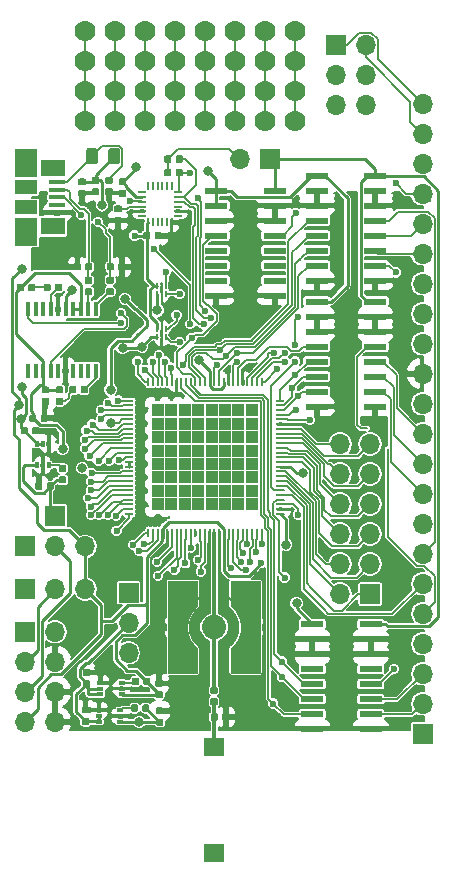
<source format=gbr>
%TF.GenerationSoftware,KiCad,Pcbnew,(5.0.2)-1*%
%TF.CreationDate,2021-01-27T11:46:27-08:00*%
%TF.ProjectId,scum3c-devboard,7363756d-3363-42d6-9465-76626f617264,rev?*%
%TF.SameCoordinates,Original*%
%TF.FileFunction,Copper,L1,Top*%
%TF.FilePolarity,Positive*%
%FSLAX46Y46*%
G04 Gerber Fmt 4.6, Leading zero omitted, Abs format (unit mm)*
G04 Created by KiCad (PCBNEW (5.0.2)-1) date 1/27/2021 11:46:27 AM*
%MOMM*%
%LPD*%
G01*
G04 APERTURE LIST*
%TA.AperFunction,EtchedComponent*%
%ADD10C,0.010000*%
%TD*%
%TA.AperFunction,SMDPad,CuDef*%
%ADD11R,0.150000X0.500000*%
%TD*%
%TA.AperFunction,SMDPad,CuDef*%
%ADD12R,0.640000X0.220000*%
%TD*%
%TA.AperFunction,SMDPad,CuDef*%
%ADD13R,0.220000X0.640000*%
%TD*%
%TA.AperFunction,SMDPad,CuDef*%
%ADD14R,1.970000X0.600000*%
%TD*%
%TA.AperFunction,Conductor*%
%ADD15R,1.000000X1.000000*%
%TD*%
%TA.AperFunction,BGAPad,CuDef*%
%ADD16C,2.050000*%
%TD*%
%TA.AperFunction,SMDPad,CuDef*%
%ADD17R,1.800000X1.500000*%
%TD*%
%TA.AperFunction,Conductor*%
%ADD18C,0.100000*%
%TD*%
%TA.AperFunction,SMDPad,CuDef*%
%ADD19C,0.590000*%
%TD*%
%TA.AperFunction,ComponentPad*%
%ADD20R,1.700000X1.700000*%
%TD*%
%TA.AperFunction,ComponentPad*%
%ADD21O,1.700000X1.700000*%
%TD*%
%TA.AperFunction,SMDPad,CuDef*%
%ADD22R,0.300000X0.500000*%
%TD*%
%TA.AperFunction,ComponentPad*%
%ADD23C,0.568750*%
%TD*%
%TA.AperFunction,SMDPad,CuDef*%
%ADD24R,1.137500X1.137500*%
%TD*%
%TA.AperFunction,SMDPad,CuDef*%
%ADD25O,0.800000X0.200000*%
%TD*%
%TA.AperFunction,SMDPad,CuDef*%
%ADD26O,0.200000X0.800000*%
%TD*%
%TA.AperFunction,SMDPad,CuDef*%
%ADD27R,0.500000X0.300000*%
%TD*%
%TA.AperFunction,ComponentPad*%
%ADD28C,1.778000*%
%TD*%
%TA.AperFunction,SMDPad,CuDef*%
%ADD29R,1.900000X1.175000*%
%TD*%
%TA.AperFunction,SMDPad,CuDef*%
%ADD30R,1.900000X2.375000*%
%TD*%
%TA.AperFunction,SMDPad,CuDef*%
%ADD31R,2.100000X1.475000*%
%TD*%
%TA.AperFunction,SMDPad,CuDef*%
%ADD32R,1.380000X0.450000*%
%TD*%
%TA.AperFunction,SMDPad,CuDef*%
%ADD33C,0.975000*%
%TD*%
%TA.AperFunction,SMDPad,CuDef*%
%ADD34R,0.400000X1.200000*%
%TD*%
%TA.AperFunction,ViaPad*%
%ADD35C,0.800000*%
%TD*%
%TA.AperFunction,ViaPad*%
%ADD36C,0.600000*%
%TD*%
%TA.AperFunction,Conductor*%
%ADD37C,0.152400*%
%TD*%
%TA.AperFunction,Conductor*%
%ADD38C,0.254000*%
%TD*%
%TA.AperFunction,Conductor*%
%ADD39C,0.200000*%
%TD*%
%TA.AperFunction,Conductor*%
%ADD40C,0.342900*%
%TD*%
%TA.AperFunction,Conductor*%
%ADD41C,0.190500*%
%TD*%
G04 APERTURE END LIST*
D10*
%TO.C,J1*%
G36*
X211031000Y-115500000D02*
X208591000Y-115500000D01*
X208591000Y-123260000D01*
X211031000Y-123260000D01*
X211031000Y-121150000D01*
X210967931Y-121095868D01*
X210918220Y-121050317D01*
X210869856Y-121003339D01*
X210822879Y-120954975D01*
X210777328Y-120905265D01*
X210733242Y-120854251D01*
X210690659Y-120801977D01*
X210649614Y-120748486D01*
X210610142Y-120693824D01*
X210572277Y-120638037D01*
X210536050Y-120581172D01*
X210501492Y-120523278D01*
X210468633Y-120464403D01*
X210437500Y-120404597D01*
X210408120Y-120343912D01*
X210380517Y-120282397D01*
X210354715Y-120220105D01*
X210330736Y-120157090D01*
X210308599Y-120093404D01*
X210288325Y-120029100D01*
X210269929Y-119964235D01*
X210253427Y-119898861D01*
X210238834Y-119833036D01*
X210226162Y-119766813D01*
X210215421Y-119700251D01*
X210206620Y-119633404D01*
X210199767Y-119566329D01*
X210194868Y-119499083D01*
X210191927Y-119431724D01*
X210191000Y-119380000D01*
X210191927Y-119328276D01*
X210194868Y-119260917D01*
X210199767Y-119193671D01*
X210206620Y-119126596D01*
X210215421Y-119059749D01*
X210226162Y-118993187D01*
X210238834Y-118926964D01*
X210253427Y-118861139D01*
X210269929Y-118795765D01*
X210288325Y-118730900D01*
X210308599Y-118666596D01*
X210330736Y-118602910D01*
X210354715Y-118539895D01*
X210380517Y-118477603D01*
X210408120Y-118416088D01*
X210437500Y-118355403D01*
X210468633Y-118295597D01*
X210501492Y-118236722D01*
X210536050Y-118178828D01*
X210572277Y-118121963D01*
X210610142Y-118066176D01*
X210649614Y-118011514D01*
X210690659Y-117958023D01*
X210733242Y-117905749D01*
X210777328Y-117854735D01*
X210822879Y-117805025D01*
X210869856Y-117756661D01*
X210918220Y-117709683D01*
X210967931Y-117664132D01*
X211031000Y-117610000D01*
X211031000Y-115500000D01*
X211031000Y-115500000D01*
G37*
X211031000Y-115500000D02*
X208591000Y-115500000D01*
X208591000Y-123260000D01*
X211031000Y-123260000D01*
X211031000Y-121150000D01*
X210967931Y-121095868D01*
X210918220Y-121050317D01*
X210869856Y-121003339D01*
X210822879Y-120954975D01*
X210777328Y-120905265D01*
X210733242Y-120854251D01*
X210690659Y-120801977D01*
X210649614Y-120748486D01*
X210610142Y-120693824D01*
X210572277Y-120638037D01*
X210536050Y-120581172D01*
X210501492Y-120523278D01*
X210468633Y-120464403D01*
X210437500Y-120404597D01*
X210408120Y-120343912D01*
X210380517Y-120282397D01*
X210354715Y-120220105D01*
X210330736Y-120157090D01*
X210308599Y-120093404D01*
X210288325Y-120029100D01*
X210269929Y-119964235D01*
X210253427Y-119898861D01*
X210238834Y-119833036D01*
X210226162Y-119766813D01*
X210215421Y-119700251D01*
X210206620Y-119633404D01*
X210199767Y-119566329D01*
X210194868Y-119499083D01*
X210191927Y-119431724D01*
X210191000Y-119380000D01*
X210191927Y-119328276D01*
X210194868Y-119260917D01*
X210199767Y-119193671D01*
X210206620Y-119126596D01*
X210215421Y-119059749D01*
X210226162Y-118993187D01*
X210238834Y-118926964D01*
X210253427Y-118861139D01*
X210269929Y-118795765D01*
X210288325Y-118730900D01*
X210308599Y-118666596D01*
X210330736Y-118602910D01*
X210354715Y-118539895D01*
X210380517Y-118477603D01*
X210408120Y-118416088D01*
X210437500Y-118355403D01*
X210468633Y-118295597D01*
X210501492Y-118236722D01*
X210536050Y-118178828D01*
X210572277Y-118121963D01*
X210610142Y-118066176D01*
X210649614Y-118011514D01*
X210690659Y-117958023D01*
X210733242Y-117905749D01*
X210777328Y-117854735D01*
X210822879Y-117805025D01*
X210869856Y-117756661D01*
X210918220Y-117709683D01*
X210967931Y-117664132D01*
X211031000Y-117610000D01*
X211031000Y-115500000D01*
G36*
X213911000Y-115500000D02*
X216351000Y-115500000D01*
X216351000Y-123260000D01*
X213911000Y-123260000D01*
X213911000Y-121150000D01*
X213974069Y-121095868D01*
X214023780Y-121050317D01*
X214072144Y-121003339D01*
X214119121Y-120954975D01*
X214164672Y-120905265D01*
X214208758Y-120854251D01*
X214251341Y-120801977D01*
X214292386Y-120748486D01*
X214331858Y-120693824D01*
X214369723Y-120638037D01*
X214405950Y-120581172D01*
X214440508Y-120523278D01*
X214473367Y-120464403D01*
X214504500Y-120404597D01*
X214533880Y-120343912D01*
X214561483Y-120282397D01*
X214587285Y-120220105D01*
X214611264Y-120157090D01*
X214633401Y-120093404D01*
X214653675Y-120029100D01*
X214672071Y-119964235D01*
X214688573Y-119898861D01*
X214703166Y-119833036D01*
X214715838Y-119766813D01*
X214726579Y-119700251D01*
X214735380Y-119633404D01*
X214742233Y-119566329D01*
X214747132Y-119499083D01*
X214750073Y-119431724D01*
X214751000Y-119380000D01*
X214750073Y-119328276D01*
X214747132Y-119260917D01*
X214742233Y-119193671D01*
X214735380Y-119126596D01*
X214726579Y-119059749D01*
X214715838Y-118993187D01*
X214703166Y-118926964D01*
X214688573Y-118861139D01*
X214672071Y-118795765D01*
X214653675Y-118730900D01*
X214633401Y-118666596D01*
X214611264Y-118602910D01*
X214587285Y-118539895D01*
X214561483Y-118477603D01*
X214533880Y-118416088D01*
X214504500Y-118355403D01*
X214473367Y-118295597D01*
X214440508Y-118236722D01*
X214405950Y-118178828D01*
X214369723Y-118121963D01*
X214331858Y-118066176D01*
X214292386Y-118011514D01*
X214251341Y-117958023D01*
X214208758Y-117905749D01*
X214164672Y-117854735D01*
X214119121Y-117805025D01*
X214072144Y-117756661D01*
X214023780Y-117709683D01*
X213974069Y-117664132D01*
X213911000Y-117610000D01*
X213911000Y-117030000D01*
X213911000Y-115500000D01*
X213911000Y-115500000D01*
G37*
X213911000Y-115500000D02*
X216351000Y-115500000D01*
X216351000Y-123260000D01*
X213911000Y-123260000D01*
X213911000Y-121150000D01*
X213974069Y-121095868D01*
X214023780Y-121050317D01*
X214072144Y-121003339D01*
X214119121Y-120954975D01*
X214164672Y-120905265D01*
X214208758Y-120854251D01*
X214251341Y-120801977D01*
X214292386Y-120748486D01*
X214331858Y-120693824D01*
X214369723Y-120638037D01*
X214405950Y-120581172D01*
X214440508Y-120523278D01*
X214473367Y-120464403D01*
X214504500Y-120404597D01*
X214533880Y-120343912D01*
X214561483Y-120282397D01*
X214587285Y-120220105D01*
X214611264Y-120157090D01*
X214633401Y-120093404D01*
X214653675Y-120029100D01*
X214672071Y-119964235D01*
X214688573Y-119898861D01*
X214703166Y-119833036D01*
X214715838Y-119766813D01*
X214726579Y-119700251D01*
X214735380Y-119633404D01*
X214742233Y-119566329D01*
X214747132Y-119499083D01*
X214750073Y-119431724D01*
X214751000Y-119380000D01*
X214750073Y-119328276D01*
X214747132Y-119260917D01*
X214742233Y-119193671D01*
X214735380Y-119126596D01*
X214726579Y-119059749D01*
X214715838Y-118993187D01*
X214703166Y-118926964D01*
X214688573Y-118861139D01*
X214672071Y-118795765D01*
X214653675Y-118730900D01*
X214633401Y-118666596D01*
X214611264Y-118602910D01*
X214587285Y-118539895D01*
X214561483Y-118477603D01*
X214533880Y-118416088D01*
X214504500Y-118355403D01*
X214473367Y-118295597D01*
X214440508Y-118236722D01*
X214405950Y-118178828D01*
X214369723Y-118121963D01*
X214331858Y-118066176D01*
X214292386Y-118011514D01*
X214251341Y-117958023D01*
X214208758Y-117905749D01*
X214164672Y-117854735D01*
X214119121Y-117805025D01*
X214072144Y-117756661D01*
X214023780Y-117709683D01*
X213974069Y-117664132D01*
X213911000Y-117610000D01*
X213911000Y-117030000D01*
X213911000Y-115500000D01*
%TD*%
D11*
%TO.P,U4,1*%
%TO.N,+VDDIO*%
X207676000Y-91155000D03*
%TO.P,U4,2*%
%TO.N,GND*%
X208026000Y-91155000D03*
%TO.P,U4,3*%
%TO.N,/RsTx*%
X208376000Y-91155000D03*
%TO.P,U4,4*%
%TO.N,/UART/RsTx33*%
X208376000Y-90455000D03*
%TO.P,U4,5*%
%TO.N,GND*%
X208026000Y-90455000D03*
%TO.P,U4,6*%
%TO.N,+VIN*%
X207676000Y-90455000D03*
%TD*%
%TO.P,U3,1*%
%TO.N,+VBAT*%
X207676000Y-94838000D03*
%TO.P,U3,2*%
%TO.N,GND*%
X208026000Y-94838000D03*
%TO.P,U3,3*%
%TO.N,/RsRx*%
X208376000Y-94838000D03*
%TO.P,U3,4*%
%TO.N,/UART/RsRx33*%
X208376000Y-94138000D03*
%TO.P,U3,5*%
%TO.N,GND*%
X208026000Y-94138000D03*
%TO.P,U3,6*%
%TO.N,+VIN*%
X207676000Y-94138000D03*
%TD*%
D12*
%TO.P,U5,24*%
%TO.N,/GPIO13*%
X209444000Y-82566000D03*
%TO.P,U5,23*%
%TO.N,/GPIO14*%
X209444000Y-82966000D03*
%TO.P,U5,22*%
%TO.N,/GPIO15*%
X209444000Y-83366000D03*
%TO.P,U5,21*%
%TO.N,Net-(U5-Pad21)*%
X209444000Y-83766000D03*
%TO.P,U5,20*%
%TO.N,GND*%
X209444000Y-84166000D03*
%TO.P,U5,19*%
%TO.N,Net-(U5-Pad19)*%
X209444000Y-84566000D03*
D13*
%TO.P,U5,18*%
%TO.N,GND*%
X208899000Y-85111000D03*
%TO.P,U5,17*%
%TO.N,Net-(U5-Pad1)*%
X208499000Y-85111000D03*
%TO.P,U5,16*%
X208099000Y-85111000D03*
%TO.P,U5,15*%
X207699000Y-85111000D03*
%TO.P,U5,14*%
X207299000Y-85111000D03*
%TO.P,U5,13*%
%TO.N,+VIN*%
X206899000Y-85111000D03*
D12*
%TO.P,U5,12*%
%TO.N,Net-(U5-Pad12)*%
X206354000Y-84566000D03*
%TO.P,U5,11*%
%TO.N,GND*%
X206354000Y-84166000D03*
%TO.P,U5,10*%
%TO.N,Net-(C3-Pad2)*%
X206354000Y-83766000D03*
%TO.P,U5,9*%
%TO.N,/GPIO12*%
X206354000Y-83366000D03*
%TO.P,U5,8*%
%TO.N,+V18IO*%
X206354000Y-82966000D03*
%TO.P,U5,7*%
%TO.N,Net-(U5-Pad7)*%
X206354000Y-82566000D03*
D13*
%TO.P,U5,6*%
%TO.N,Net-(U5-Pad1)*%
X206899000Y-82021000D03*
%TO.P,U5,5*%
X207299000Y-82021000D03*
%TO.P,U5,4*%
X207699000Y-82021000D03*
%TO.P,U5,3*%
X208099000Y-82021000D03*
%TO.P,U5,2*%
X208499000Y-82021000D03*
%TO.P,U5,1*%
X208899000Y-82021000D03*
%TD*%
D14*
%TO.P,U13,16*%
%TO.N,+VIN*%
X217613000Y-82423000D03*
%TO.P,U13,15*%
%TO.N,GND*%
X217613000Y-83693000D03*
%TO.P,U13,14*%
X217613000Y-84963000D03*
%TO.P,U13,13*%
%TO.N,/Teensy Connections/aSCANOUT33*%
X217613000Y-86233000D03*
%TO.P,U13,12*%
%TO.N,Net-(U13-Pad12)*%
X217613000Y-87503000D03*
%TO.P,U13,11*%
%TO.N,Net-(U13-Pad11)*%
X217613000Y-88773000D03*
%TO.P,U13,10*%
%TO.N,Net-(U13-Pad10)*%
X217613000Y-90043000D03*
%TO.P,U13,9*%
%TO.N,GND*%
X217613000Y-91313000D03*
%TO.P,U13,8*%
X212663000Y-91313000D03*
%TO.P,U13,7*%
%TO.N,Net-(U13-Pad7)*%
X212663000Y-90043000D03*
%TO.P,U13,6*%
%TO.N,Net-(U13-Pad6)*%
X212663000Y-88773000D03*
%TO.P,U13,5*%
%TO.N,Net-(U13-Pad5)*%
X212663000Y-87503000D03*
%TO.P,U13,4*%
%TO.N,/aSCANOUT*%
X212663000Y-86233000D03*
%TO.P,U13,3*%
%TO.N,GND*%
X212663000Y-84963000D03*
%TO.P,U13,2*%
%TO.N,+VBAT*%
X212663000Y-83693000D03*
%TO.P,U13,1*%
X212663000Y-82423000D03*
%TD*%
%TO.P,U11,16*%
%TO.N,+VIN*%
X226122000Y-81153000D03*
%TO.P,U11,15*%
%TO.N,GND*%
X226122000Y-82423000D03*
%TO.P,U11,14*%
X226122000Y-83693000D03*
%TO.P,U11,13*%
%TO.N,/Teensy Connections/sReset33*%
X226122000Y-84963000D03*
%TO.P,U11,12*%
%TO.N,/Teensy Connections/aPHI33*%
X226122000Y-86233000D03*
%TO.P,U11,11*%
%TO.N,/Teensy Connections/aPHIb33*%
X226122000Y-87503000D03*
%TO.P,U11,10*%
%TO.N,/Teensy Connections/hReset33*%
X226122000Y-88773000D03*
%TO.P,U11,9*%
%TO.N,GND*%
X226122000Y-90043000D03*
%TO.P,U11,8*%
X221172000Y-90043000D03*
%TO.P,U11,7*%
%TO.N,/hReset*%
X221172000Y-88773000D03*
%TO.P,U11,6*%
%TO.N,/aPHIb*%
X221172000Y-87503000D03*
%TO.P,U11,5*%
%TO.N,/aPHI*%
X221172000Y-86233000D03*
%TO.P,U11,4*%
%TO.N,/sReset*%
X221172000Y-84963000D03*
%TO.P,U11,3*%
%TO.N,GND*%
X221172000Y-83693000D03*
%TO.P,U11,2*%
X221172000Y-82423000D03*
%TO.P,U11,1*%
%TO.N,+VBAT*%
X221172000Y-81153000D03*
%TD*%
%TO.P,U10,16*%
%TO.N,+VIN*%
X226122000Y-91821000D03*
%TO.P,U10,15*%
%TO.N,GND*%
X226122000Y-93091000D03*
%TO.P,U10,14*%
X226122000Y-94361000D03*
%TO.P,U10,13*%
%TO.N,/Teensy Connections/Clock33*%
X226122000Y-95631000D03*
%TO.P,U10,12*%
%TO.N,/Teensy Connections/3WB_DATA33*%
X226122000Y-96901000D03*
%TO.P,U10,11*%
%TO.N,/Teensy Connections/3WB_ENB33*%
X226122000Y-98171000D03*
%TO.P,U10,10*%
%TO.N,/Teensy Connections/3WB_CLK33*%
X226122000Y-99441000D03*
%TO.P,U10,9*%
%TO.N,GND*%
X226122000Y-100711000D03*
%TO.P,U10,8*%
X221172000Y-100711000D03*
%TO.P,U10,7*%
%TO.N,/3WB_CLK*%
X221172000Y-99441000D03*
%TO.P,U10,6*%
%TO.N,/3WB_ENB*%
X221172000Y-98171000D03*
%TO.P,U10,5*%
%TO.N,/3WB_DATA*%
X221172000Y-96901000D03*
%TO.P,U10,4*%
%TO.N,/Clock*%
X221172000Y-95631000D03*
%TO.P,U10,3*%
%TO.N,GND*%
X221172000Y-94361000D03*
%TO.P,U10,2*%
X221172000Y-93091000D03*
%TO.P,U10,1*%
%TO.N,+VBAT*%
X221172000Y-91821000D03*
%TD*%
%TO.P,U9,16*%
%TO.N,+VIN*%
X225741000Y-119126000D03*
%TO.P,U9,15*%
%TO.N,GND*%
X225741000Y-120396000D03*
%TO.P,U9,14*%
X225741000Y-121666000D03*
%TO.P,U9,13*%
%TO.N,Net-(U9-Pad13)*%
X225741000Y-122936000D03*
%TO.P,U9,12*%
%TO.N,/Teensy Connections/aLOAD33*%
X225741000Y-124206000D03*
%TO.P,U9,11*%
%TO.N,/Teensy Connections/aSCANIN33*%
X225741000Y-125476000D03*
%TO.P,U9,10*%
%TO.N,/Teensy Connections/aSCSEL33*%
X225741000Y-126746000D03*
%TO.P,U9,9*%
%TO.N,GND*%
X225741000Y-128016000D03*
%TO.P,U9,8*%
X220791000Y-128016000D03*
%TO.P,U9,7*%
%TO.N,/aSCSEL*%
X220791000Y-126746000D03*
%TO.P,U9,6*%
%TO.N,/aSCANIN*%
X220791000Y-125476000D03*
%TO.P,U9,5*%
%TO.N,/aLOAD*%
X220791000Y-124206000D03*
%TO.P,U9,4*%
%TO.N,Net-(U9-Pad4)*%
X220791000Y-122936000D03*
%TO.P,U9,3*%
%TO.N,GND*%
X220791000Y-121666000D03*
%TO.P,U9,2*%
X220791000Y-120396000D03*
%TO.P,U9,1*%
%TO.N,+VBAT*%
X220791000Y-119126000D03*
%TD*%
D15*
%TO.N,GND*%
%TO.C,J1*%
X215571000Y-119380000D03*
X209371000Y-119380000D03*
D16*
%TD*%
%TO.P,J1,1*%
%TO.N,/RF_IN*%
X212471000Y-119380000D03*
D17*
%TO.P,E1,2*%
%TO.N,N/C*%
X212496400Y-138510400D03*
%TO.P,E1,1*%
%TO.N,Net-(C1-Pad1)*%
X212496400Y-129510400D03*
%TD*%
D18*
%TO.N,GND*%
%TO.C,C27*%
G36*
X204910958Y-82359710D02*
X204925276Y-82361834D01*
X204939317Y-82365351D01*
X204952946Y-82370228D01*
X204966031Y-82376417D01*
X204978447Y-82383858D01*
X204990073Y-82392481D01*
X205000798Y-82402202D01*
X205010519Y-82412927D01*
X205019142Y-82424553D01*
X205026583Y-82436969D01*
X205032772Y-82450054D01*
X205037649Y-82463683D01*
X205041166Y-82477724D01*
X205043290Y-82492042D01*
X205044000Y-82506500D01*
X205044000Y-82801500D01*
X205043290Y-82815958D01*
X205041166Y-82830276D01*
X205037649Y-82844317D01*
X205032772Y-82857946D01*
X205026583Y-82871031D01*
X205019142Y-82883447D01*
X205010519Y-82895073D01*
X205000798Y-82905798D01*
X204990073Y-82915519D01*
X204978447Y-82924142D01*
X204966031Y-82931583D01*
X204952946Y-82937772D01*
X204939317Y-82942649D01*
X204925276Y-82946166D01*
X204910958Y-82948290D01*
X204896500Y-82949000D01*
X204551500Y-82949000D01*
X204537042Y-82948290D01*
X204522724Y-82946166D01*
X204508683Y-82942649D01*
X204495054Y-82937772D01*
X204481969Y-82931583D01*
X204469553Y-82924142D01*
X204457927Y-82915519D01*
X204447202Y-82905798D01*
X204437481Y-82895073D01*
X204428858Y-82883447D01*
X204421417Y-82871031D01*
X204415228Y-82857946D01*
X204410351Y-82844317D01*
X204406834Y-82830276D01*
X204404710Y-82815958D01*
X204404000Y-82801500D01*
X204404000Y-82506500D01*
X204404710Y-82492042D01*
X204406834Y-82477724D01*
X204410351Y-82463683D01*
X204415228Y-82450054D01*
X204421417Y-82436969D01*
X204428858Y-82424553D01*
X204437481Y-82412927D01*
X204447202Y-82402202D01*
X204457927Y-82392481D01*
X204469553Y-82383858D01*
X204481969Y-82376417D01*
X204495054Y-82370228D01*
X204508683Y-82365351D01*
X204522724Y-82361834D01*
X204537042Y-82359710D01*
X204551500Y-82359000D01*
X204896500Y-82359000D01*
X204910958Y-82359710D01*
X204910958Y-82359710D01*
G37*
D19*
%TD*%
%TO.P,C27,2*%
%TO.N,GND*%
X204724000Y-82654000D03*
D18*
%TO.N,+V18IO*%
%TO.C,C27*%
G36*
X204910958Y-81389710D02*
X204925276Y-81391834D01*
X204939317Y-81395351D01*
X204952946Y-81400228D01*
X204966031Y-81406417D01*
X204978447Y-81413858D01*
X204990073Y-81422481D01*
X205000798Y-81432202D01*
X205010519Y-81442927D01*
X205019142Y-81454553D01*
X205026583Y-81466969D01*
X205032772Y-81480054D01*
X205037649Y-81493683D01*
X205041166Y-81507724D01*
X205043290Y-81522042D01*
X205044000Y-81536500D01*
X205044000Y-81831500D01*
X205043290Y-81845958D01*
X205041166Y-81860276D01*
X205037649Y-81874317D01*
X205032772Y-81887946D01*
X205026583Y-81901031D01*
X205019142Y-81913447D01*
X205010519Y-81925073D01*
X205000798Y-81935798D01*
X204990073Y-81945519D01*
X204978447Y-81954142D01*
X204966031Y-81961583D01*
X204952946Y-81967772D01*
X204939317Y-81972649D01*
X204925276Y-81976166D01*
X204910958Y-81978290D01*
X204896500Y-81979000D01*
X204551500Y-81979000D01*
X204537042Y-81978290D01*
X204522724Y-81976166D01*
X204508683Y-81972649D01*
X204495054Y-81967772D01*
X204481969Y-81961583D01*
X204469553Y-81954142D01*
X204457927Y-81945519D01*
X204447202Y-81935798D01*
X204437481Y-81925073D01*
X204428858Y-81913447D01*
X204421417Y-81901031D01*
X204415228Y-81887946D01*
X204410351Y-81874317D01*
X204406834Y-81860276D01*
X204404710Y-81845958D01*
X204404000Y-81831500D01*
X204404000Y-81536500D01*
X204404710Y-81522042D01*
X204406834Y-81507724D01*
X204410351Y-81493683D01*
X204415228Y-81480054D01*
X204421417Y-81466969D01*
X204428858Y-81454553D01*
X204437481Y-81442927D01*
X204447202Y-81432202D01*
X204457927Y-81422481D01*
X204469553Y-81413858D01*
X204481969Y-81406417D01*
X204495054Y-81400228D01*
X204508683Y-81395351D01*
X204522724Y-81391834D01*
X204537042Y-81389710D01*
X204551500Y-81389000D01*
X204896500Y-81389000D01*
X204910958Y-81389710D01*
X204910958Y-81389710D01*
G37*
D19*
%TD*%
%TO.P,C27,1*%
%TO.N,+V18IO*%
X204724000Y-81684000D03*
D18*
%TO.N,GND*%
%TO.C,C3*%
G36*
X204529958Y-84645710D02*
X204544276Y-84647834D01*
X204558317Y-84651351D01*
X204571946Y-84656228D01*
X204585031Y-84662417D01*
X204597447Y-84669858D01*
X204609073Y-84678481D01*
X204619798Y-84688202D01*
X204629519Y-84698927D01*
X204638142Y-84710553D01*
X204645583Y-84722969D01*
X204651772Y-84736054D01*
X204656649Y-84749683D01*
X204660166Y-84763724D01*
X204662290Y-84778042D01*
X204663000Y-84792500D01*
X204663000Y-85087500D01*
X204662290Y-85101958D01*
X204660166Y-85116276D01*
X204656649Y-85130317D01*
X204651772Y-85143946D01*
X204645583Y-85157031D01*
X204638142Y-85169447D01*
X204629519Y-85181073D01*
X204619798Y-85191798D01*
X204609073Y-85201519D01*
X204597447Y-85210142D01*
X204585031Y-85217583D01*
X204571946Y-85223772D01*
X204558317Y-85228649D01*
X204544276Y-85232166D01*
X204529958Y-85234290D01*
X204515500Y-85235000D01*
X204170500Y-85235000D01*
X204156042Y-85234290D01*
X204141724Y-85232166D01*
X204127683Y-85228649D01*
X204114054Y-85223772D01*
X204100969Y-85217583D01*
X204088553Y-85210142D01*
X204076927Y-85201519D01*
X204066202Y-85191798D01*
X204056481Y-85181073D01*
X204047858Y-85169447D01*
X204040417Y-85157031D01*
X204034228Y-85143946D01*
X204029351Y-85130317D01*
X204025834Y-85116276D01*
X204023710Y-85101958D01*
X204023000Y-85087500D01*
X204023000Y-84792500D01*
X204023710Y-84778042D01*
X204025834Y-84763724D01*
X204029351Y-84749683D01*
X204034228Y-84736054D01*
X204040417Y-84722969D01*
X204047858Y-84710553D01*
X204056481Y-84698927D01*
X204066202Y-84688202D01*
X204076927Y-84678481D01*
X204088553Y-84669858D01*
X204100969Y-84662417D01*
X204114054Y-84656228D01*
X204127683Y-84651351D01*
X204141724Y-84647834D01*
X204156042Y-84645710D01*
X204170500Y-84645000D01*
X204515500Y-84645000D01*
X204529958Y-84645710D01*
X204529958Y-84645710D01*
G37*
D19*
%TD*%
%TO.P,C3,1*%
%TO.N,GND*%
X204343000Y-84940000D03*
D18*
%TO.N,Net-(C3-Pad2)*%
%TO.C,C3*%
G36*
X204529958Y-83675710D02*
X204544276Y-83677834D01*
X204558317Y-83681351D01*
X204571946Y-83686228D01*
X204585031Y-83692417D01*
X204597447Y-83699858D01*
X204609073Y-83708481D01*
X204619798Y-83718202D01*
X204629519Y-83728927D01*
X204638142Y-83740553D01*
X204645583Y-83752969D01*
X204651772Y-83766054D01*
X204656649Y-83779683D01*
X204660166Y-83793724D01*
X204662290Y-83808042D01*
X204663000Y-83822500D01*
X204663000Y-84117500D01*
X204662290Y-84131958D01*
X204660166Y-84146276D01*
X204656649Y-84160317D01*
X204651772Y-84173946D01*
X204645583Y-84187031D01*
X204638142Y-84199447D01*
X204629519Y-84211073D01*
X204619798Y-84221798D01*
X204609073Y-84231519D01*
X204597447Y-84240142D01*
X204585031Y-84247583D01*
X204571946Y-84253772D01*
X204558317Y-84258649D01*
X204544276Y-84262166D01*
X204529958Y-84264290D01*
X204515500Y-84265000D01*
X204170500Y-84265000D01*
X204156042Y-84264290D01*
X204141724Y-84262166D01*
X204127683Y-84258649D01*
X204114054Y-84253772D01*
X204100969Y-84247583D01*
X204088553Y-84240142D01*
X204076927Y-84231519D01*
X204066202Y-84221798D01*
X204056481Y-84211073D01*
X204047858Y-84199447D01*
X204040417Y-84187031D01*
X204034228Y-84173946D01*
X204029351Y-84160317D01*
X204025834Y-84146276D01*
X204023710Y-84131958D01*
X204023000Y-84117500D01*
X204023000Y-83822500D01*
X204023710Y-83808042D01*
X204025834Y-83793724D01*
X204029351Y-83779683D01*
X204034228Y-83766054D01*
X204040417Y-83752969D01*
X204047858Y-83740553D01*
X204056481Y-83728927D01*
X204066202Y-83718202D01*
X204076927Y-83708481D01*
X204088553Y-83699858D01*
X204100969Y-83692417D01*
X204114054Y-83686228D01*
X204127683Y-83681351D01*
X204141724Y-83677834D01*
X204156042Y-83675710D01*
X204170500Y-83675000D01*
X204515500Y-83675000D01*
X204529958Y-83675710D01*
X204529958Y-83675710D01*
G37*
D19*
%TD*%
%TO.P,C3,2*%
%TO.N,Net-(C3-Pad2)*%
X204343000Y-83970000D03*
D20*
%TO.P,J3,1*%
%TO.N,/GPIO4*%
X225679000Y-116586000D03*
D21*
%TO.P,J3,2*%
%TO.N,/GPIO5*%
X223139000Y-116586000D03*
%TO.P,J3,3*%
%TO.N,/GPIO6*%
X225679000Y-114046000D03*
%TO.P,J3,4*%
%TO.N,/GPIO7*%
X223139000Y-114046000D03*
%TO.P,J3,5*%
%TO.N,/GPIO8*%
X225679000Y-111506000D03*
%TO.P,J3,6*%
%TO.N,/GPIO9*%
X223139000Y-111506000D03*
%TO.P,J3,7*%
%TO.N,/GPIO10*%
X225679000Y-108966000D03*
%TO.P,J3,8*%
%TO.N,/GPIO11*%
X223139000Y-108966000D03*
%TO.P,J3,9*%
%TO.N,/GPIO12*%
X225679000Y-106426000D03*
%TO.P,J3,10*%
%TO.N,/GPIO13*%
X223139000Y-106426000D03*
%TO.P,J3,11*%
%TO.N,/GPIO14*%
X225679000Y-103886000D03*
%TO.P,J3,12*%
%TO.N,/GPIO15*%
X223139000Y-103886000D03*
%TD*%
D18*
%TO.N,GND*%
%TO.C,C12*%
G36*
X197796958Y-107122710D02*
X197811276Y-107124834D01*
X197825317Y-107128351D01*
X197838946Y-107133228D01*
X197852031Y-107139417D01*
X197864447Y-107146858D01*
X197876073Y-107155481D01*
X197886798Y-107165202D01*
X197896519Y-107175927D01*
X197905142Y-107187553D01*
X197912583Y-107199969D01*
X197918772Y-107213054D01*
X197923649Y-107226683D01*
X197927166Y-107240724D01*
X197929290Y-107255042D01*
X197930000Y-107269500D01*
X197930000Y-107614500D01*
X197929290Y-107628958D01*
X197927166Y-107643276D01*
X197923649Y-107657317D01*
X197918772Y-107670946D01*
X197912583Y-107684031D01*
X197905142Y-107696447D01*
X197896519Y-107708073D01*
X197886798Y-107718798D01*
X197876073Y-107728519D01*
X197864447Y-107737142D01*
X197852031Y-107744583D01*
X197838946Y-107750772D01*
X197825317Y-107755649D01*
X197811276Y-107759166D01*
X197796958Y-107761290D01*
X197782500Y-107762000D01*
X197487500Y-107762000D01*
X197473042Y-107761290D01*
X197458724Y-107759166D01*
X197444683Y-107755649D01*
X197431054Y-107750772D01*
X197417969Y-107744583D01*
X197405553Y-107737142D01*
X197393927Y-107728519D01*
X197383202Y-107718798D01*
X197373481Y-107708073D01*
X197364858Y-107696447D01*
X197357417Y-107684031D01*
X197351228Y-107670946D01*
X197346351Y-107657317D01*
X197342834Y-107643276D01*
X197340710Y-107628958D01*
X197340000Y-107614500D01*
X197340000Y-107269500D01*
X197340710Y-107255042D01*
X197342834Y-107240724D01*
X197346351Y-107226683D01*
X197351228Y-107213054D01*
X197357417Y-107199969D01*
X197364858Y-107187553D01*
X197373481Y-107175927D01*
X197383202Y-107165202D01*
X197393927Y-107155481D01*
X197405553Y-107146858D01*
X197417969Y-107139417D01*
X197431054Y-107133228D01*
X197444683Y-107128351D01*
X197458724Y-107124834D01*
X197473042Y-107122710D01*
X197487500Y-107122000D01*
X197782500Y-107122000D01*
X197796958Y-107122710D01*
X197796958Y-107122710D01*
G37*
D19*
%TD*%
%TO.P,C12,2*%
%TO.N,GND*%
X197635000Y-107442000D03*
D18*
%TO.N,+V18IO*%
%TO.C,C12*%
G36*
X198766958Y-107122710D02*
X198781276Y-107124834D01*
X198795317Y-107128351D01*
X198808946Y-107133228D01*
X198822031Y-107139417D01*
X198834447Y-107146858D01*
X198846073Y-107155481D01*
X198856798Y-107165202D01*
X198866519Y-107175927D01*
X198875142Y-107187553D01*
X198882583Y-107199969D01*
X198888772Y-107213054D01*
X198893649Y-107226683D01*
X198897166Y-107240724D01*
X198899290Y-107255042D01*
X198900000Y-107269500D01*
X198900000Y-107614500D01*
X198899290Y-107628958D01*
X198897166Y-107643276D01*
X198893649Y-107657317D01*
X198888772Y-107670946D01*
X198882583Y-107684031D01*
X198875142Y-107696447D01*
X198866519Y-107708073D01*
X198856798Y-107718798D01*
X198846073Y-107728519D01*
X198834447Y-107737142D01*
X198822031Y-107744583D01*
X198808946Y-107750772D01*
X198795317Y-107755649D01*
X198781276Y-107759166D01*
X198766958Y-107761290D01*
X198752500Y-107762000D01*
X198457500Y-107762000D01*
X198443042Y-107761290D01*
X198428724Y-107759166D01*
X198414683Y-107755649D01*
X198401054Y-107750772D01*
X198387969Y-107744583D01*
X198375553Y-107737142D01*
X198363927Y-107728519D01*
X198353202Y-107718798D01*
X198343481Y-107708073D01*
X198334858Y-107696447D01*
X198327417Y-107684031D01*
X198321228Y-107670946D01*
X198316351Y-107657317D01*
X198312834Y-107643276D01*
X198310710Y-107628958D01*
X198310000Y-107614500D01*
X198310000Y-107269500D01*
X198310710Y-107255042D01*
X198312834Y-107240724D01*
X198316351Y-107226683D01*
X198321228Y-107213054D01*
X198327417Y-107199969D01*
X198334858Y-107187553D01*
X198343481Y-107175927D01*
X198353202Y-107165202D01*
X198363927Y-107155481D01*
X198375553Y-107146858D01*
X198387969Y-107139417D01*
X198401054Y-107133228D01*
X198414683Y-107128351D01*
X198428724Y-107124834D01*
X198443042Y-107122710D01*
X198457500Y-107122000D01*
X198752500Y-107122000D01*
X198766958Y-107122710D01*
X198766958Y-107122710D01*
G37*
D19*
%TD*%
%TO.P,C12,1*%
%TO.N,+V18IO*%
X198605000Y-107442000D03*
D18*
%TO.N,+VIN*%
%TO.C,C8*%
G36*
X196552358Y-102423710D02*
X196566676Y-102425834D01*
X196580717Y-102429351D01*
X196594346Y-102434228D01*
X196607431Y-102440417D01*
X196619847Y-102447858D01*
X196631473Y-102456481D01*
X196642198Y-102466202D01*
X196651919Y-102476927D01*
X196660542Y-102488553D01*
X196667983Y-102500969D01*
X196674172Y-102514054D01*
X196679049Y-102527683D01*
X196682566Y-102541724D01*
X196684690Y-102556042D01*
X196685400Y-102570500D01*
X196685400Y-102915500D01*
X196684690Y-102929958D01*
X196682566Y-102944276D01*
X196679049Y-102958317D01*
X196674172Y-102971946D01*
X196667983Y-102985031D01*
X196660542Y-102997447D01*
X196651919Y-103009073D01*
X196642198Y-103019798D01*
X196631473Y-103029519D01*
X196619847Y-103038142D01*
X196607431Y-103045583D01*
X196594346Y-103051772D01*
X196580717Y-103056649D01*
X196566676Y-103060166D01*
X196552358Y-103062290D01*
X196537900Y-103063000D01*
X196242900Y-103063000D01*
X196228442Y-103062290D01*
X196214124Y-103060166D01*
X196200083Y-103056649D01*
X196186454Y-103051772D01*
X196173369Y-103045583D01*
X196160953Y-103038142D01*
X196149327Y-103029519D01*
X196138602Y-103019798D01*
X196128881Y-103009073D01*
X196120258Y-102997447D01*
X196112817Y-102985031D01*
X196106628Y-102971946D01*
X196101751Y-102958317D01*
X196098234Y-102944276D01*
X196096110Y-102929958D01*
X196095400Y-102915500D01*
X196095400Y-102570500D01*
X196096110Y-102556042D01*
X196098234Y-102541724D01*
X196101751Y-102527683D01*
X196106628Y-102514054D01*
X196112817Y-102500969D01*
X196120258Y-102488553D01*
X196128881Y-102476927D01*
X196138602Y-102466202D01*
X196149327Y-102456481D01*
X196160953Y-102447858D01*
X196173369Y-102440417D01*
X196186454Y-102434228D01*
X196200083Y-102429351D01*
X196214124Y-102425834D01*
X196228442Y-102423710D01*
X196242900Y-102423000D01*
X196537900Y-102423000D01*
X196552358Y-102423710D01*
X196552358Y-102423710D01*
G37*
D19*
%TD*%
%TO.P,C8,1*%
%TO.N,+VIN*%
X196390400Y-102743000D03*
D18*
%TO.N,GND*%
%TO.C,C8*%
G36*
X197522358Y-102423710D02*
X197536676Y-102425834D01*
X197550717Y-102429351D01*
X197564346Y-102434228D01*
X197577431Y-102440417D01*
X197589847Y-102447858D01*
X197601473Y-102456481D01*
X197612198Y-102466202D01*
X197621919Y-102476927D01*
X197630542Y-102488553D01*
X197637983Y-102500969D01*
X197644172Y-102514054D01*
X197649049Y-102527683D01*
X197652566Y-102541724D01*
X197654690Y-102556042D01*
X197655400Y-102570500D01*
X197655400Y-102915500D01*
X197654690Y-102929958D01*
X197652566Y-102944276D01*
X197649049Y-102958317D01*
X197644172Y-102971946D01*
X197637983Y-102985031D01*
X197630542Y-102997447D01*
X197621919Y-103009073D01*
X197612198Y-103019798D01*
X197601473Y-103029519D01*
X197589847Y-103038142D01*
X197577431Y-103045583D01*
X197564346Y-103051772D01*
X197550717Y-103056649D01*
X197536676Y-103060166D01*
X197522358Y-103062290D01*
X197507900Y-103063000D01*
X197212900Y-103063000D01*
X197198442Y-103062290D01*
X197184124Y-103060166D01*
X197170083Y-103056649D01*
X197156454Y-103051772D01*
X197143369Y-103045583D01*
X197130953Y-103038142D01*
X197119327Y-103029519D01*
X197108602Y-103019798D01*
X197098881Y-103009073D01*
X197090258Y-102997447D01*
X197082817Y-102985031D01*
X197076628Y-102971946D01*
X197071751Y-102958317D01*
X197068234Y-102944276D01*
X197066110Y-102929958D01*
X197065400Y-102915500D01*
X197065400Y-102570500D01*
X197066110Y-102556042D01*
X197068234Y-102541724D01*
X197071751Y-102527683D01*
X197076628Y-102514054D01*
X197082817Y-102500969D01*
X197090258Y-102488553D01*
X197098881Y-102476927D01*
X197108602Y-102466202D01*
X197119327Y-102456481D01*
X197130953Y-102447858D01*
X197143369Y-102440417D01*
X197156454Y-102434228D01*
X197170083Y-102429351D01*
X197184124Y-102425834D01*
X197198442Y-102423710D01*
X197212900Y-102423000D01*
X197507900Y-102423000D01*
X197522358Y-102423710D01*
X197522358Y-102423710D01*
G37*
D19*
%TD*%
%TO.P,C8,2*%
%TO.N,GND*%
X197360400Y-102743000D03*
D20*
%TO.P,J11,1*%
%TO.N,+V18IO*%
X199009000Y-109956600D03*
%TD*%
D18*
%TO.N,+V18IO*%
%TO.C,L5*%
G36*
X199830958Y-106616710D02*
X199845276Y-106618834D01*
X199859317Y-106622351D01*
X199872946Y-106627228D01*
X199886031Y-106633417D01*
X199898447Y-106640858D01*
X199910073Y-106649481D01*
X199920798Y-106659202D01*
X199930519Y-106669927D01*
X199939142Y-106681553D01*
X199946583Y-106693969D01*
X199952772Y-106707054D01*
X199957649Y-106720683D01*
X199961166Y-106734724D01*
X199963290Y-106749042D01*
X199964000Y-106763500D01*
X199964000Y-107058500D01*
X199963290Y-107072958D01*
X199961166Y-107087276D01*
X199957649Y-107101317D01*
X199952772Y-107114946D01*
X199946583Y-107128031D01*
X199939142Y-107140447D01*
X199930519Y-107152073D01*
X199920798Y-107162798D01*
X199910073Y-107172519D01*
X199898447Y-107181142D01*
X199886031Y-107188583D01*
X199872946Y-107194772D01*
X199859317Y-107199649D01*
X199845276Y-107203166D01*
X199830958Y-107205290D01*
X199816500Y-107206000D01*
X199471500Y-107206000D01*
X199457042Y-107205290D01*
X199442724Y-107203166D01*
X199428683Y-107199649D01*
X199415054Y-107194772D01*
X199401969Y-107188583D01*
X199389553Y-107181142D01*
X199377927Y-107172519D01*
X199367202Y-107162798D01*
X199357481Y-107152073D01*
X199348858Y-107140447D01*
X199341417Y-107128031D01*
X199335228Y-107114946D01*
X199330351Y-107101317D01*
X199326834Y-107087276D01*
X199324710Y-107072958D01*
X199324000Y-107058500D01*
X199324000Y-106763500D01*
X199324710Y-106749042D01*
X199326834Y-106734724D01*
X199330351Y-106720683D01*
X199335228Y-106707054D01*
X199341417Y-106693969D01*
X199348858Y-106681553D01*
X199357481Y-106669927D01*
X199367202Y-106659202D01*
X199377927Y-106649481D01*
X199389553Y-106640858D01*
X199401969Y-106633417D01*
X199415054Y-106627228D01*
X199428683Y-106622351D01*
X199442724Y-106618834D01*
X199457042Y-106616710D01*
X199471500Y-106616000D01*
X199816500Y-106616000D01*
X199830958Y-106616710D01*
X199830958Y-106616710D01*
G37*
D19*
%TD*%
%TO.P,L5,1*%
%TO.N,+V18IO*%
X199644000Y-106911000D03*
D18*
%TO.N,Net-(L5-Pad2)*%
%TO.C,L5*%
G36*
X199830958Y-105646710D02*
X199845276Y-105648834D01*
X199859317Y-105652351D01*
X199872946Y-105657228D01*
X199886031Y-105663417D01*
X199898447Y-105670858D01*
X199910073Y-105679481D01*
X199920798Y-105689202D01*
X199930519Y-105699927D01*
X199939142Y-105711553D01*
X199946583Y-105723969D01*
X199952772Y-105737054D01*
X199957649Y-105750683D01*
X199961166Y-105764724D01*
X199963290Y-105779042D01*
X199964000Y-105793500D01*
X199964000Y-106088500D01*
X199963290Y-106102958D01*
X199961166Y-106117276D01*
X199957649Y-106131317D01*
X199952772Y-106144946D01*
X199946583Y-106158031D01*
X199939142Y-106170447D01*
X199930519Y-106182073D01*
X199920798Y-106192798D01*
X199910073Y-106202519D01*
X199898447Y-106211142D01*
X199886031Y-106218583D01*
X199872946Y-106224772D01*
X199859317Y-106229649D01*
X199845276Y-106233166D01*
X199830958Y-106235290D01*
X199816500Y-106236000D01*
X199471500Y-106236000D01*
X199457042Y-106235290D01*
X199442724Y-106233166D01*
X199428683Y-106229649D01*
X199415054Y-106224772D01*
X199401969Y-106218583D01*
X199389553Y-106211142D01*
X199377927Y-106202519D01*
X199367202Y-106192798D01*
X199357481Y-106182073D01*
X199348858Y-106170447D01*
X199341417Y-106158031D01*
X199335228Y-106144946D01*
X199330351Y-106131317D01*
X199326834Y-106117276D01*
X199324710Y-106102958D01*
X199324000Y-106088500D01*
X199324000Y-105793500D01*
X199324710Y-105779042D01*
X199326834Y-105764724D01*
X199330351Y-105750683D01*
X199335228Y-105737054D01*
X199341417Y-105723969D01*
X199348858Y-105711553D01*
X199357481Y-105699927D01*
X199367202Y-105689202D01*
X199377927Y-105679481D01*
X199389553Y-105670858D01*
X199401969Y-105663417D01*
X199415054Y-105657228D01*
X199428683Y-105652351D01*
X199442724Y-105648834D01*
X199457042Y-105646710D01*
X199471500Y-105646000D01*
X199816500Y-105646000D01*
X199830958Y-105646710D01*
X199830958Y-105646710D01*
G37*
D19*
%TD*%
%TO.P,L5,2*%
%TO.N,Net-(L5-Pad2)*%
X199644000Y-105941000D03*
D22*
%TO.P,U12,1*%
%TO.N,+V18IO*%
X197467600Y-105649600D03*
%TO.P,U12,2*%
%TO.N,GND*%
X197967600Y-105649600D03*
%TO.P,U12,3*%
%TO.N,Net-(L5-Pad2)*%
X198467600Y-105649600D03*
%TO.P,U12,4*%
%TO.N,GND*%
X198467600Y-103849600D03*
%TO.P,U12,5*%
%TO.N,+VIN*%
X197967600Y-103849600D03*
%TO.P,U12,6*%
X197467600Y-103849600D03*
%TD*%
D20*
%TO.P,J10,1*%
%TO.N,+VIN*%
X217170000Y-79756000D03*
D21*
%TO.P,J10,2*%
%TO.N,Net-(J10-Pad2)*%
X214630000Y-79756000D03*
%TD*%
D18*
%TO.N,Net-(C1-Pad1)*%
%TO.C,L4*%
G36*
X212655958Y-126680710D02*
X212670276Y-126682834D01*
X212684317Y-126686351D01*
X212697946Y-126691228D01*
X212711031Y-126697417D01*
X212723447Y-126704858D01*
X212735073Y-126713481D01*
X212745798Y-126723202D01*
X212755519Y-126733927D01*
X212764142Y-126745553D01*
X212771583Y-126757969D01*
X212777772Y-126771054D01*
X212782649Y-126784683D01*
X212786166Y-126798724D01*
X212788290Y-126813042D01*
X212789000Y-126827500D01*
X212789000Y-127172500D01*
X212788290Y-127186958D01*
X212786166Y-127201276D01*
X212782649Y-127215317D01*
X212777772Y-127228946D01*
X212771583Y-127242031D01*
X212764142Y-127254447D01*
X212755519Y-127266073D01*
X212745798Y-127276798D01*
X212735073Y-127286519D01*
X212723447Y-127295142D01*
X212711031Y-127302583D01*
X212697946Y-127308772D01*
X212684317Y-127313649D01*
X212670276Y-127317166D01*
X212655958Y-127319290D01*
X212641500Y-127320000D01*
X212346500Y-127320000D01*
X212332042Y-127319290D01*
X212317724Y-127317166D01*
X212303683Y-127313649D01*
X212290054Y-127308772D01*
X212276969Y-127302583D01*
X212264553Y-127295142D01*
X212252927Y-127286519D01*
X212242202Y-127276798D01*
X212232481Y-127266073D01*
X212223858Y-127254447D01*
X212216417Y-127242031D01*
X212210228Y-127228946D01*
X212205351Y-127215317D01*
X212201834Y-127201276D01*
X212199710Y-127186958D01*
X212199000Y-127172500D01*
X212199000Y-126827500D01*
X212199710Y-126813042D01*
X212201834Y-126798724D01*
X212205351Y-126784683D01*
X212210228Y-126771054D01*
X212216417Y-126757969D01*
X212223858Y-126745553D01*
X212232481Y-126733927D01*
X212242202Y-126723202D01*
X212252927Y-126713481D01*
X212264553Y-126704858D01*
X212276969Y-126697417D01*
X212290054Y-126691228D01*
X212303683Y-126686351D01*
X212317724Y-126682834D01*
X212332042Y-126680710D01*
X212346500Y-126680000D01*
X212641500Y-126680000D01*
X212655958Y-126680710D01*
X212655958Y-126680710D01*
G37*
D19*
%TD*%
%TO.P,L4,1*%
%TO.N,Net-(C1-Pad1)*%
X212494000Y-127000000D03*
D18*
%TO.N,GND*%
%TO.C,L4*%
G36*
X213625958Y-126680710D02*
X213640276Y-126682834D01*
X213654317Y-126686351D01*
X213667946Y-126691228D01*
X213681031Y-126697417D01*
X213693447Y-126704858D01*
X213705073Y-126713481D01*
X213715798Y-126723202D01*
X213725519Y-126733927D01*
X213734142Y-126745553D01*
X213741583Y-126757969D01*
X213747772Y-126771054D01*
X213752649Y-126784683D01*
X213756166Y-126798724D01*
X213758290Y-126813042D01*
X213759000Y-126827500D01*
X213759000Y-127172500D01*
X213758290Y-127186958D01*
X213756166Y-127201276D01*
X213752649Y-127215317D01*
X213747772Y-127228946D01*
X213741583Y-127242031D01*
X213734142Y-127254447D01*
X213725519Y-127266073D01*
X213715798Y-127276798D01*
X213705073Y-127286519D01*
X213693447Y-127295142D01*
X213681031Y-127302583D01*
X213667946Y-127308772D01*
X213654317Y-127313649D01*
X213640276Y-127317166D01*
X213625958Y-127319290D01*
X213611500Y-127320000D01*
X213316500Y-127320000D01*
X213302042Y-127319290D01*
X213287724Y-127317166D01*
X213273683Y-127313649D01*
X213260054Y-127308772D01*
X213246969Y-127302583D01*
X213234553Y-127295142D01*
X213222927Y-127286519D01*
X213212202Y-127276798D01*
X213202481Y-127266073D01*
X213193858Y-127254447D01*
X213186417Y-127242031D01*
X213180228Y-127228946D01*
X213175351Y-127215317D01*
X213171834Y-127201276D01*
X213169710Y-127186958D01*
X213169000Y-127172500D01*
X213169000Y-126827500D01*
X213169710Y-126813042D01*
X213171834Y-126798724D01*
X213175351Y-126784683D01*
X213180228Y-126771054D01*
X213186417Y-126757969D01*
X213193858Y-126745553D01*
X213202481Y-126733927D01*
X213212202Y-126723202D01*
X213222927Y-126713481D01*
X213234553Y-126704858D01*
X213246969Y-126697417D01*
X213260054Y-126691228D01*
X213273683Y-126686351D01*
X213287724Y-126682834D01*
X213302042Y-126680710D01*
X213316500Y-126680000D01*
X213611500Y-126680000D01*
X213625958Y-126680710D01*
X213625958Y-126680710D01*
G37*
D19*
%TD*%
%TO.P,L4,2*%
%TO.N,GND*%
X213464000Y-127000000D03*
D18*
%TO.N,Net-(J10-Pad2)*%
%TO.C,R6*%
G36*
X208718958Y-79436710D02*
X208733276Y-79438834D01*
X208747317Y-79442351D01*
X208760946Y-79447228D01*
X208774031Y-79453417D01*
X208786447Y-79460858D01*
X208798073Y-79469481D01*
X208808798Y-79479202D01*
X208818519Y-79489927D01*
X208827142Y-79501553D01*
X208834583Y-79513969D01*
X208840772Y-79527054D01*
X208845649Y-79540683D01*
X208849166Y-79554724D01*
X208851290Y-79569042D01*
X208852000Y-79583500D01*
X208852000Y-79928500D01*
X208851290Y-79942958D01*
X208849166Y-79957276D01*
X208845649Y-79971317D01*
X208840772Y-79984946D01*
X208834583Y-79998031D01*
X208827142Y-80010447D01*
X208818519Y-80022073D01*
X208808798Y-80032798D01*
X208798073Y-80042519D01*
X208786447Y-80051142D01*
X208774031Y-80058583D01*
X208760946Y-80064772D01*
X208747317Y-80069649D01*
X208733276Y-80073166D01*
X208718958Y-80075290D01*
X208704500Y-80076000D01*
X208409500Y-80076000D01*
X208395042Y-80075290D01*
X208380724Y-80073166D01*
X208366683Y-80069649D01*
X208353054Y-80064772D01*
X208339969Y-80058583D01*
X208327553Y-80051142D01*
X208315927Y-80042519D01*
X208305202Y-80032798D01*
X208295481Y-80022073D01*
X208286858Y-80010447D01*
X208279417Y-79998031D01*
X208273228Y-79984946D01*
X208268351Y-79971317D01*
X208264834Y-79957276D01*
X208262710Y-79942958D01*
X208262000Y-79928500D01*
X208262000Y-79583500D01*
X208262710Y-79569042D01*
X208264834Y-79554724D01*
X208268351Y-79540683D01*
X208273228Y-79527054D01*
X208279417Y-79513969D01*
X208286858Y-79501553D01*
X208295481Y-79489927D01*
X208305202Y-79479202D01*
X208315927Y-79469481D01*
X208327553Y-79460858D01*
X208339969Y-79453417D01*
X208353054Y-79447228D01*
X208366683Y-79442351D01*
X208380724Y-79438834D01*
X208395042Y-79436710D01*
X208409500Y-79436000D01*
X208704500Y-79436000D01*
X208718958Y-79436710D01*
X208718958Y-79436710D01*
G37*
D19*
%TD*%
%TO.P,R6,2*%
%TO.N,Net-(J10-Pad2)*%
X208557000Y-79756000D03*
D18*
%TO.N,/GPIO14*%
%TO.C,R6*%
G36*
X209688958Y-79436710D02*
X209703276Y-79438834D01*
X209717317Y-79442351D01*
X209730946Y-79447228D01*
X209744031Y-79453417D01*
X209756447Y-79460858D01*
X209768073Y-79469481D01*
X209778798Y-79479202D01*
X209788519Y-79489927D01*
X209797142Y-79501553D01*
X209804583Y-79513969D01*
X209810772Y-79527054D01*
X209815649Y-79540683D01*
X209819166Y-79554724D01*
X209821290Y-79569042D01*
X209822000Y-79583500D01*
X209822000Y-79928500D01*
X209821290Y-79942958D01*
X209819166Y-79957276D01*
X209815649Y-79971317D01*
X209810772Y-79984946D01*
X209804583Y-79998031D01*
X209797142Y-80010447D01*
X209788519Y-80022073D01*
X209778798Y-80032798D01*
X209768073Y-80042519D01*
X209756447Y-80051142D01*
X209744031Y-80058583D01*
X209730946Y-80064772D01*
X209717317Y-80069649D01*
X209703276Y-80073166D01*
X209688958Y-80075290D01*
X209674500Y-80076000D01*
X209379500Y-80076000D01*
X209365042Y-80075290D01*
X209350724Y-80073166D01*
X209336683Y-80069649D01*
X209323054Y-80064772D01*
X209309969Y-80058583D01*
X209297553Y-80051142D01*
X209285927Y-80042519D01*
X209275202Y-80032798D01*
X209265481Y-80022073D01*
X209256858Y-80010447D01*
X209249417Y-79998031D01*
X209243228Y-79984946D01*
X209238351Y-79971317D01*
X209234834Y-79957276D01*
X209232710Y-79942958D01*
X209232000Y-79928500D01*
X209232000Y-79583500D01*
X209232710Y-79569042D01*
X209234834Y-79554724D01*
X209238351Y-79540683D01*
X209243228Y-79527054D01*
X209249417Y-79513969D01*
X209256858Y-79501553D01*
X209265481Y-79489927D01*
X209275202Y-79479202D01*
X209285927Y-79469481D01*
X209297553Y-79460858D01*
X209309969Y-79453417D01*
X209323054Y-79447228D01*
X209336683Y-79442351D01*
X209350724Y-79438834D01*
X209365042Y-79436710D01*
X209379500Y-79436000D01*
X209674500Y-79436000D01*
X209688958Y-79436710D01*
X209688958Y-79436710D01*
G37*
D19*
%TD*%
%TO.P,R6,1*%
%TO.N,/GPIO14*%
X209527000Y-79756000D03*
D18*
%TO.N,Net-(J10-Pad2)*%
%TO.C,R5*%
G36*
X208718958Y-80579710D02*
X208733276Y-80581834D01*
X208747317Y-80585351D01*
X208760946Y-80590228D01*
X208774031Y-80596417D01*
X208786447Y-80603858D01*
X208798073Y-80612481D01*
X208808798Y-80622202D01*
X208818519Y-80632927D01*
X208827142Y-80644553D01*
X208834583Y-80656969D01*
X208840772Y-80670054D01*
X208845649Y-80683683D01*
X208849166Y-80697724D01*
X208851290Y-80712042D01*
X208852000Y-80726500D01*
X208852000Y-81071500D01*
X208851290Y-81085958D01*
X208849166Y-81100276D01*
X208845649Y-81114317D01*
X208840772Y-81127946D01*
X208834583Y-81141031D01*
X208827142Y-81153447D01*
X208818519Y-81165073D01*
X208808798Y-81175798D01*
X208798073Y-81185519D01*
X208786447Y-81194142D01*
X208774031Y-81201583D01*
X208760946Y-81207772D01*
X208747317Y-81212649D01*
X208733276Y-81216166D01*
X208718958Y-81218290D01*
X208704500Y-81219000D01*
X208409500Y-81219000D01*
X208395042Y-81218290D01*
X208380724Y-81216166D01*
X208366683Y-81212649D01*
X208353054Y-81207772D01*
X208339969Y-81201583D01*
X208327553Y-81194142D01*
X208315927Y-81185519D01*
X208305202Y-81175798D01*
X208295481Y-81165073D01*
X208286858Y-81153447D01*
X208279417Y-81141031D01*
X208273228Y-81127946D01*
X208268351Y-81114317D01*
X208264834Y-81100276D01*
X208262710Y-81085958D01*
X208262000Y-81071500D01*
X208262000Y-80726500D01*
X208262710Y-80712042D01*
X208264834Y-80697724D01*
X208268351Y-80683683D01*
X208273228Y-80670054D01*
X208279417Y-80656969D01*
X208286858Y-80644553D01*
X208295481Y-80632927D01*
X208305202Y-80622202D01*
X208315927Y-80612481D01*
X208327553Y-80603858D01*
X208339969Y-80596417D01*
X208353054Y-80590228D01*
X208366683Y-80585351D01*
X208380724Y-80581834D01*
X208395042Y-80579710D01*
X208409500Y-80579000D01*
X208704500Y-80579000D01*
X208718958Y-80579710D01*
X208718958Y-80579710D01*
G37*
D19*
%TD*%
%TO.P,R5,1*%
%TO.N,Net-(J10-Pad2)*%
X208557000Y-80899000D03*
D18*
%TO.N,/GPIO13*%
%TO.C,R5*%
G36*
X209688958Y-80579710D02*
X209703276Y-80581834D01*
X209717317Y-80585351D01*
X209730946Y-80590228D01*
X209744031Y-80596417D01*
X209756447Y-80603858D01*
X209768073Y-80612481D01*
X209778798Y-80622202D01*
X209788519Y-80632927D01*
X209797142Y-80644553D01*
X209804583Y-80656969D01*
X209810772Y-80670054D01*
X209815649Y-80683683D01*
X209819166Y-80697724D01*
X209821290Y-80712042D01*
X209822000Y-80726500D01*
X209822000Y-81071500D01*
X209821290Y-81085958D01*
X209819166Y-81100276D01*
X209815649Y-81114317D01*
X209810772Y-81127946D01*
X209804583Y-81141031D01*
X209797142Y-81153447D01*
X209788519Y-81165073D01*
X209778798Y-81175798D01*
X209768073Y-81185519D01*
X209756447Y-81194142D01*
X209744031Y-81201583D01*
X209730946Y-81207772D01*
X209717317Y-81212649D01*
X209703276Y-81216166D01*
X209688958Y-81218290D01*
X209674500Y-81219000D01*
X209379500Y-81219000D01*
X209365042Y-81218290D01*
X209350724Y-81216166D01*
X209336683Y-81212649D01*
X209323054Y-81207772D01*
X209309969Y-81201583D01*
X209297553Y-81194142D01*
X209285927Y-81185519D01*
X209275202Y-81175798D01*
X209265481Y-81165073D01*
X209256858Y-81153447D01*
X209249417Y-81141031D01*
X209243228Y-81127946D01*
X209238351Y-81114317D01*
X209234834Y-81100276D01*
X209232710Y-81085958D01*
X209232000Y-81071500D01*
X209232000Y-80726500D01*
X209232710Y-80712042D01*
X209234834Y-80697724D01*
X209238351Y-80683683D01*
X209243228Y-80670054D01*
X209249417Y-80656969D01*
X209256858Y-80644553D01*
X209265481Y-80632927D01*
X209275202Y-80622202D01*
X209285927Y-80612481D01*
X209297553Y-80603858D01*
X209309969Y-80596417D01*
X209323054Y-80590228D01*
X209336683Y-80585351D01*
X209350724Y-80581834D01*
X209365042Y-80579710D01*
X209379500Y-80579000D01*
X209674500Y-80579000D01*
X209688958Y-80579710D01*
X209688958Y-80579710D01*
G37*
D19*
%TD*%
%TO.P,R5,2*%
%TO.N,/GPIO13*%
X209527000Y-80899000D03*
D23*
%TO.P,U8,101*%
%TO.N,GND*%
X215678620Y-101013260D03*
X214541120Y-101013260D03*
X213403620Y-101013260D03*
X212266120Y-101013260D03*
X211128620Y-101013260D03*
X209991120Y-101013260D03*
X208853620Y-101013260D03*
X207716120Y-101013260D03*
X215678620Y-102150760D03*
X214541120Y-102150760D03*
X213403620Y-102150760D03*
X212266120Y-102150760D03*
X211128620Y-102150760D03*
X209991120Y-102150760D03*
X208853620Y-102150760D03*
X207716120Y-102150760D03*
X215678620Y-103288260D03*
X214541120Y-103288260D03*
X213403620Y-103288260D03*
X212266120Y-103288260D03*
X211128620Y-103288260D03*
X209991120Y-103288260D03*
X208853620Y-103288260D03*
X207716120Y-103288260D03*
X215678620Y-104425760D03*
X214541120Y-104425760D03*
X213403620Y-104425760D03*
X212266120Y-104425760D03*
X211128620Y-104425760D03*
X209991120Y-104425760D03*
X208853620Y-104425760D03*
X207716120Y-104425760D03*
X215678620Y-105563260D03*
X214541120Y-105563260D03*
X213403620Y-105563260D03*
X212266120Y-105563260D03*
X211128620Y-105563260D03*
X209991120Y-105563260D03*
X208853620Y-105563260D03*
X207716120Y-105563260D03*
X215678620Y-106700760D03*
X214541120Y-106700760D03*
X213403620Y-106700760D03*
X212266120Y-106700760D03*
X211128620Y-106700760D03*
X209991120Y-106700760D03*
X208853620Y-106700760D03*
X207716120Y-106700760D03*
X215678620Y-107838260D03*
X214541120Y-107838260D03*
X213403620Y-107838260D03*
X212266120Y-107838260D03*
X211128620Y-107838260D03*
X209991120Y-107838260D03*
X208853620Y-107838260D03*
X207716120Y-107838260D03*
X215678620Y-108975760D03*
X214541120Y-108975760D03*
X213403620Y-108975760D03*
X212266120Y-108975760D03*
X211128620Y-108975760D03*
X209991120Y-108975760D03*
X208853620Y-108975760D03*
X207716120Y-108975760D03*
D24*
X215678620Y-101013260D03*
X214541120Y-101013260D03*
X213403620Y-101013260D03*
X212266120Y-101013260D03*
X211128620Y-101013260D03*
X209991120Y-101013260D03*
X208853620Y-101013260D03*
X207716120Y-101013260D03*
X215678620Y-102150760D03*
X214541120Y-102150760D03*
X213403620Y-102150760D03*
X212266120Y-102150760D03*
X211128620Y-102150760D03*
X209991120Y-102150760D03*
X208853620Y-102150760D03*
X207716120Y-102150760D03*
X215678620Y-103288260D03*
X214541120Y-103288260D03*
X213403620Y-103288260D03*
X212266120Y-103288260D03*
X211128620Y-103288260D03*
X209991120Y-103288260D03*
X208853620Y-103288260D03*
X207716120Y-103288260D03*
X215678620Y-104425760D03*
X214541120Y-104425760D03*
X213403620Y-104425760D03*
X212266120Y-104425760D03*
X211128620Y-104425760D03*
X209991120Y-104425760D03*
X208853620Y-104425760D03*
X207716120Y-104425760D03*
X215678620Y-105563260D03*
X214541120Y-105563260D03*
X213403620Y-105563260D03*
X212266120Y-105563260D03*
X211128620Y-105563260D03*
X209991120Y-105563260D03*
X208853620Y-105563260D03*
X207716120Y-105563260D03*
X215678620Y-106700760D03*
X214541120Y-106700760D03*
X213403620Y-106700760D03*
X212266120Y-106700760D03*
X211128620Y-106700760D03*
X209991120Y-106700760D03*
X208853620Y-106700760D03*
X207716120Y-106700760D03*
X215678620Y-107838260D03*
X214541120Y-107838260D03*
X213403620Y-107838260D03*
X212266120Y-107838260D03*
X211128620Y-107838260D03*
X209991120Y-107838260D03*
X208853620Y-107838260D03*
X207716120Y-107838260D03*
X215678620Y-108975760D03*
X214541120Y-108975760D03*
X213403620Y-108975760D03*
X212266120Y-108975760D03*
X211128620Y-108975760D03*
X209991120Y-108975760D03*
X208853620Y-108975760D03*
X207716120Y-108975760D03*
D25*
%TO.P,U8,100*%
%TO.N,Net-(U8-Pad100)*%
X205297370Y-109794510D03*
%TO.P,U8,99*%
%TO.N,Net-(U8-Pad99)*%
X205297370Y-109394510D03*
%TO.P,U8,98*%
%TO.N,Net-(U8-Pad98)*%
X205297370Y-108994510D03*
%TO.P,U8,97*%
%TO.N,Net-(U8-Pad97)*%
X205297370Y-108594510D03*
%TO.P,U8,96*%
%TO.N,Net-(U8-Pad96)*%
X205297370Y-108194510D03*
%TO.P,U8,95*%
%TO.N,Net-(U8-Pad95)*%
X205297370Y-107794510D03*
%TO.P,U8,94*%
%TO.N,Net-(U8-Pad94)*%
X205297370Y-107394510D03*
%TO.P,U8,93*%
%TO.N,Net-(U8-Pad93)*%
X205297370Y-106994510D03*
%TO.P,U8,92*%
%TO.N,Net-(U8-Pad92)*%
X205297370Y-106594510D03*
%TO.P,U8,91*%
%TO.N,Net-(U8-Pad91)*%
X205297370Y-106194510D03*
%TO.P,U8,90*%
%TO.N,+VDDD*%
X205297370Y-105794510D03*
%TO.P,U8,89*%
X205297370Y-105394510D03*
%TO.P,U8,88*%
%TO.N,Net-(U8-Pad88)*%
X205297370Y-104994510D03*
%TO.P,U8,87*%
%TO.N,Net-(U8-Pad87)*%
X205297370Y-104594510D03*
%TO.P,U8,86*%
%TO.N,Net-(U8-Pad86)*%
X205297370Y-104194510D03*
%TO.P,U8,85*%
%TO.N,Net-(U8-Pad85)*%
X205297370Y-103794510D03*
%TO.P,U8,84*%
%TO.N,Net-(U8-Pad84)*%
X205297370Y-103394510D03*
%TO.P,U8,83*%
%TO.N,Net-(U8-Pad83)*%
X205297370Y-102994510D03*
%TO.P,U8,82*%
%TO.N,Net-(U8-Pad82)*%
X205297370Y-102594510D03*
%TO.P,U8,81*%
%TO.N,Net-(U8-Pad81)*%
X205297370Y-102194510D03*
%TO.P,U8,80*%
%TO.N,/sReset*%
X205297370Y-101794510D03*
%TO.P,U8,79*%
%TO.N,Net-(U8-Pad79)*%
X205297370Y-101394510D03*
%TO.P,U8,78*%
%TO.N,Net-(U8-Pad78)*%
X205297370Y-100994510D03*
%TO.P,U8,77*%
%TO.N,Net-(U8-Pad77)*%
X205297370Y-100594510D03*
%TO.P,U8,76*%
%TO.N,Net-(U8-Pad76)*%
X205297370Y-100194510D03*
D26*
%TO.P,U8,75*%
%TO.N,Net-(U8-Pad75)*%
X206897370Y-98594510D03*
%TO.P,U8,74*%
%TO.N,Net-(U8-Pad74)*%
X207297370Y-98594510D03*
%TO.P,U8,73*%
%TO.N,Net-(U8-Pad73)*%
X207697370Y-98594510D03*
%TO.P,U8,72*%
%TO.N,Net-(U8-Pad72)*%
X208097370Y-98594510D03*
%TO.P,U8,71*%
%TO.N,Net-(U8-Pad71)*%
X208497370Y-98594510D03*
%TO.P,U8,70*%
%TO.N,Net-(U8-Pad70)*%
X208897370Y-98594510D03*
%TO.P,U8,69*%
%TO.N,GND*%
X209297370Y-98594510D03*
%TO.P,U8,68*%
%TO.N,/aSCSEL*%
X209697370Y-98594510D03*
%TO.P,U8,67*%
%TO.N,/aSCANIN*%
X210097370Y-98594510D03*
%TO.P,U8,66*%
%TO.N,/aLOAD*%
X210497370Y-98594510D03*
%TO.P,U8,65*%
%TO.N,/aSCANOUT*%
X210897370Y-98594510D03*
%TO.P,U8,64*%
%TO.N,/aPHI*%
X211297370Y-98594510D03*
%TO.P,U8,63*%
%TO.N,/aPHIb*%
X211697370Y-98594510D03*
%TO.P,U8,62*%
%TO.N,+VBAT*%
X212097370Y-98594510D03*
%TO.P,U8,61*%
%TO.N,/Boot_Source_Sel*%
X212497370Y-98594510D03*
%TO.P,U8,60*%
%TO.N,/hReset*%
X212897370Y-98594510D03*
%TO.P,U8,59*%
%TO.N,+VBAT*%
X213297370Y-98594510D03*
%TO.P,U8,58*%
%TO.N,GND*%
X213697370Y-98594510D03*
%TO.P,U8,57*%
%TO.N,Net-(U8-Pad57)*%
X214097370Y-98594510D03*
%TO.P,U8,56*%
%TO.N,/Clock*%
X214497370Y-98594510D03*
%TO.P,U8,55*%
%TO.N,GND*%
X214897370Y-98594510D03*
%TO.P,U8,54*%
%TO.N,Net-(U8-Pad54)*%
X215297370Y-98594510D03*
%TO.P,U8,53*%
%TO.N,Net-(U8-Pad53)*%
X215697370Y-98594510D03*
%TO.P,U8,52*%
%TO.N,Net-(U8-Pad52)*%
X216097370Y-98594510D03*
%TO.P,U8,51*%
%TO.N,Net-(U8-Pad51)*%
X216497370Y-98594510D03*
D25*
%TO.P,U8,50*%
%TO.N,/3WB_DATA*%
X218097370Y-100194510D03*
%TO.P,U8,49*%
%TO.N,/3WB_ENB*%
X218097370Y-100594510D03*
%TO.P,U8,48*%
%TO.N,/3WB_CLK*%
X218097370Y-100994510D03*
%TO.P,U8,47*%
%TO.N,/RsRx*%
X218097370Y-101394510D03*
%TO.P,U8,46*%
%TO.N,/RsTx*%
X218097370Y-101794510D03*
%TO.P,U8,45*%
%TO.N,GND*%
X218097370Y-102194510D03*
%TO.P,U8,44*%
%TO.N,/GPIO15*%
X218097370Y-102594510D03*
%TO.P,U8,43*%
%TO.N,/GPIO14*%
X218097370Y-102994510D03*
%TO.P,U8,42*%
%TO.N,/GPIO13*%
X218097370Y-103394510D03*
%TO.P,U8,41*%
%TO.N,/GPIO12*%
X218097370Y-103794510D03*
%TO.P,U8,40*%
%TO.N,/GPIO11*%
X218097370Y-104194510D03*
%TO.P,U8,39*%
%TO.N,/GPIO10*%
X218097370Y-104594510D03*
%TO.P,U8,38*%
%TO.N,/GPIO9*%
X218097370Y-104994510D03*
%TO.P,U8,37*%
%TO.N,/GPIO8*%
X218097370Y-105394510D03*
%TO.P,U8,36*%
%TO.N,+VDDIO*%
X218097370Y-105794510D03*
%TO.P,U8,35*%
%TO.N,/GPIO7*%
X218097370Y-106194510D03*
%TO.P,U8,34*%
%TO.N,/GPIO6*%
X218097370Y-106594510D03*
%TO.P,U8,33*%
%TO.N,/GPIO5*%
X218097370Y-106994510D03*
%TO.P,U8,32*%
%TO.N,/GPIO4*%
X218097370Y-107394510D03*
%TO.P,U8,31*%
%TO.N,/GPIO3*%
X218097370Y-107794510D03*
%TO.P,U8,30*%
%TO.N,/GPIO2*%
X218097370Y-108194510D03*
%TO.P,U8,29*%
%TO.N,/GPIO1*%
X218097370Y-108594510D03*
%TO.P,U8,28*%
%TO.N,/GPIO0*%
X218097370Y-108994510D03*
%TO.P,U8,27*%
%TO.N,GND*%
X218097370Y-109394510D03*
%TO.P,U8,26*%
%TO.N,+VBAT*%
X218097370Y-109794510D03*
D26*
%TO.P,U8,25*%
%TO.N,Net-(U8-Pad25)*%
X216497370Y-111394510D03*
%TO.P,U8,24*%
%TO.N,Net-(U8-Pad24)*%
X216097370Y-111394510D03*
%TO.P,U8,23*%
%TO.N,Net-(U8-Pad23)*%
X215697370Y-111394510D03*
%TO.P,U8,22*%
%TO.N,Net-(U8-Pad22)*%
X215297370Y-111394510D03*
%TO.P,U8,21*%
%TO.N,Net-(U8-Pad21)*%
X214897370Y-111394510D03*
%TO.P,U8,20*%
%TO.N,Net-(U8-Pad20)*%
X214497370Y-111394510D03*
%TO.P,U8,19*%
%TO.N,Net-(U8-Pad19)*%
X214097370Y-111394510D03*
%TO.P,U8,18*%
%TO.N,Net-(U8-Pad18)*%
X213697370Y-111394510D03*
%TO.P,U8,17*%
%TO.N,+VBAT*%
X213297370Y-111394510D03*
%TO.P,U8,16*%
%TO.N,GND*%
X212897370Y-111394510D03*
%TO.P,U8,15*%
%TO.N,/RF_IN*%
X212497370Y-111394510D03*
%TO.P,U8,14*%
%TO.N,GND*%
X212097370Y-111394510D03*
%TO.P,U8,13*%
%TO.N,Net-(U8-Pad13)*%
X211697370Y-111394510D03*
%TO.P,U8,12*%
%TO.N,Net-(U8-Pad12)*%
X211297370Y-111394510D03*
%TO.P,U8,11*%
%TO.N,GND*%
X210897370Y-111394510D03*
%TO.P,U8,10*%
%TO.N,Net-(U8-Pad10)*%
X210497370Y-111394510D03*
%TO.P,U8,9*%
%TO.N,Net-(U8-Pad9)*%
X210097370Y-111394510D03*
%TO.P,U8,8*%
%TO.N,Net-(U8-Pad8)*%
X209697370Y-111394510D03*
%TO.P,U8,7*%
%TO.N,Net-(U8-Pad7)*%
X209297370Y-111394510D03*
%TO.P,U8,6*%
%TO.N,Net-(U8-Pad6)*%
X208897370Y-111394510D03*
%TO.P,U8,5*%
%TO.N,GND*%
X208497370Y-111394510D03*
%TO.P,U8,4*%
%TO.N,+VBAT*%
X208097370Y-111394510D03*
%TO.P,U8,3*%
%TO.N,Net-(U8-Pad3)*%
X207697370Y-111394510D03*
%TO.P,U8,2*%
%TO.N,Net-(U8-Pad2)*%
X207297370Y-111394510D03*
%TO.P,U8,1*%
%TO.N,Net-(U8-Pad1)*%
X206897370Y-111394510D03*
%TD*%
D20*
%TO.P,J9,1*%
%TO.N,/Tx33*%
X222758000Y-70104000D03*
D21*
%TO.P,J9,2*%
%TO.N,/Rx33*%
X225298000Y-70104000D03*
%TO.P,J9,3*%
%TO.N,/UART/RsTx33*%
X222758000Y-72644000D03*
%TO.P,J9,4*%
%TO.N,/UART/RsRx33*%
X225298000Y-72644000D03*
%TO.P,J9,5*%
%TO.N,/UART/RsTx33USB*%
X222758000Y-75184000D03*
%TO.P,J9,6*%
%TO.N,/UART/RsRx33USB*%
X225298000Y-75184000D03*
%TD*%
D20*
%TO.P,J4,1*%
%TO.N,+TEENSY33*%
X230124000Y-128397000D03*
D21*
%TO.P,J4,2*%
%TO.N,/Teensy Connections/aSCSEL33*%
X230124000Y-125857000D03*
%TO.P,J4,3*%
%TO.N,/Teensy Connections/aSCANIN33*%
X230124000Y-123317000D03*
%TO.P,J4,4*%
%TO.N,/GPIO1*%
X230124000Y-120777000D03*
%TO.P,J4,5*%
%TO.N,/Teensy Connections/Clock33*%
X230124000Y-118237000D03*
%TO.P,J4,6*%
%TO.N,/GPIO2*%
X230124000Y-115697000D03*
%TO.P,J4,7*%
%TO.N,/Teensy Connections/sReset33*%
X230124000Y-113157000D03*
%TO.P,J4,8*%
%TO.N,/Teensy Connections/hReset33*%
X230124000Y-110617000D03*
%TO.P,J4,9*%
%TO.N,/Teensy Connections/3WB_CLK33*%
X230124000Y-108077000D03*
%TO.P,J4,10*%
%TO.N,/Teensy Connections/3WB_ENB33*%
X230124000Y-105537000D03*
%TO.P,J4,11*%
%TO.N,/Teensy Connections/3WB_DATA33*%
X230124000Y-102997000D03*
%TO.P,J4,12*%
%TO.N,/GPIO0*%
X230124000Y-100457000D03*
%TO.P,J4,13*%
%TO.N,GND*%
X230124000Y-97917000D03*
%TO.P,J4,14*%
%TO.N,Net-(J4-Pad14)*%
X230124000Y-95377000D03*
%TO.P,J4,15*%
%TO.N,Net-(J4-Pad15)*%
X230124000Y-92837000D03*
%TO.P,J4,16*%
%TO.N,/GPIO3*%
X230124000Y-90297000D03*
%TO.P,J4,17*%
%TO.N,/Teensy Connections/aPHIb33*%
X230124000Y-87757000D03*
%TO.P,J4,18*%
%TO.N,/Teensy Connections/aPHI33*%
X230124000Y-85217000D03*
%TO.P,J4,19*%
%TO.N,/Teensy Connections/aSCANOUT33*%
X230124000Y-82677000D03*
%TO.P,J4,20*%
%TO.N,/Teensy Connections/aLOAD33*%
X230124000Y-80137000D03*
%TO.P,J4,21*%
%TO.N,/Rx33*%
X230124000Y-77597000D03*
%TO.P,J4,22*%
%TO.N,/Tx33*%
X230124000Y-75057000D03*
%TD*%
D20*
%TO.P,J5,1*%
%TO.N,/Boot_Source_Sel*%
X196469000Y-119761000D03*
D21*
%TO.P,J5,2*%
%TO.N,+VDDD*%
X199009000Y-119761000D03*
%TO.P,J5,3*%
X196469000Y-122301000D03*
%TO.P,J5,4*%
%TO.N,GND*%
X199009000Y-122301000D03*
%TO.P,J5,5*%
%TO.N,+VDDIO*%
X196469000Y-124841000D03*
%TO.P,J5,6*%
%TO.N,GND*%
X199009000Y-124841000D03*
%TO.P,J5,7*%
%TO.N,+VBAT*%
X196469000Y-127381000D03*
%TO.P,J5,8*%
%TO.N,GND*%
X199009000Y-127381000D03*
%TD*%
D18*
%TO.N,Net-(D2-Pad2)*%
%TO.C,D2*%
G36*
X199465458Y-90295210D02*
X199479776Y-90297334D01*
X199493817Y-90300851D01*
X199507446Y-90305728D01*
X199520531Y-90311917D01*
X199532947Y-90319358D01*
X199544573Y-90327981D01*
X199555298Y-90337702D01*
X199565019Y-90348427D01*
X199573642Y-90360053D01*
X199581083Y-90372469D01*
X199587272Y-90385554D01*
X199592149Y-90399183D01*
X199595666Y-90413224D01*
X199597790Y-90427542D01*
X199598500Y-90442000D01*
X199598500Y-90787000D01*
X199597790Y-90801458D01*
X199595666Y-90815776D01*
X199592149Y-90829817D01*
X199587272Y-90843446D01*
X199581083Y-90856531D01*
X199573642Y-90868947D01*
X199565019Y-90880573D01*
X199555298Y-90891298D01*
X199544573Y-90901019D01*
X199532947Y-90909642D01*
X199520531Y-90917083D01*
X199507446Y-90923272D01*
X199493817Y-90928149D01*
X199479776Y-90931666D01*
X199465458Y-90933790D01*
X199451000Y-90934500D01*
X199156000Y-90934500D01*
X199141542Y-90933790D01*
X199127224Y-90931666D01*
X199113183Y-90928149D01*
X199099554Y-90923272D01*
X199086469Y-90917083D01*
X199074053Y-90909642D01*
X199062427Y-90901019D01*
X199051702Y-90891298D01*
X199041981Y-90880573D01*
X199033358Y-90868947D01*
X199025917Y-90856531D01*
X199019728Y-90843446D01*
X199014851Y-90829817D01*
X199011334Y-90815776D01*
X199009210Y-90801458D01*
X199008500Y-90787000D01*
X199008500Y-90442000D01*
X199009210Y-90427542D01*
X199011334Y-90413224D01*
X199014851Y-90399183D01*
X199019728Y-90385554D01*
X199025917Y-90372469D01*
X199033358Y-90360053D01*
X199041981Y-90348427D01*
X199051702Y-90337702D01*
X199062427Y-90327981D01*
X199074053Y-90319358D01*
X199086469Y-90311917D01*
X199099554Y-90305728D01*
X199113183Y-90300851D01*
X199127224Y-90297334D01*
X199141542Y-90295210D01*
X199156000Y-90294500D01*
X199451000Y-90294500D01*
X199465458Y-90295210D01*
X199465458Y-90295210D01*
G37*
D19*
%TD*%
%TO.P,D2,2*%
%TO.N,Net-(D2-Pad2)*%
X199303500Y-90614500D03*
D18*
%TO.N,Net-(D2-Pad1)*%
%TO.C,D2*%
G36*
X198495458Y-90295210D02*
X198509776Y-90297334D01*
X198523817Y-90300851D01*
X198537446Y-90305728D01*
X198550531Y-90311917D01*
X198562947Y-90319358D01*
X198574573Y-90327981D01*
X198585298Y-90337702D01*
X198595019Y-90348427D01*
X198603642Y-90360053D01*
X198611083Y-90372469D01*
X198617272Y-90385554D01*
X198622149Y-90399183D01*
X198625666Y-90413224D01*
X198627790Y-90427542D01*
X198628500Y-90442000D01*
X198628500Y-90787000D01*
X198627790Y-90801458D01*
X198625666Y-90815776D01*
X198622149Y-90829817D01*
X198617272Y-90843446D01*
X198611083Y-90856531D01*
X198603642Y-90868947D01*
X198595019Y-90880573D01*
X198585298Y-90891298D01*
X198574573Y-90901019D01*
X198562947Y-90909642D01*
X198550531Y-90917083D01*
X198537446Y-90923272D01*
X198523817Y-90928149D01*
X198509776Y-90931666D01*
X198495458Y-90933790D01*
X198481000Y-90934500D01*
X198186000Y-90934500D01*
X198171542Y-90933790D01*
X198157224Y-90931666D01*
X198143183Y-90928149D01*
X198129554Y-90923272D01*
X198116469Y-90917083D01*
X198104053Y-90909642D01*
X198092427Y-90901019D01*
X198081702Y-90891298D01*
X198071981Y-90880573D01*
X198063358Y-90868947D01*
X198055917Y-90856531D01*
X198049728Y-90843446D01*
X198044851Y-90829817D01*
X198041334Y-90815776D01*
X198039210Y-90801458D01*
X198038500Y-90787000D01*
X198038500Y-90442000D01*
X198039210Y-90427542D01*
X198041334Y-90413224D01*
X198044851Y-90399183D01*
X198049728Y-90385554D01*
X198055917Y-90372469D01*
X198063358Y-90360053D01*
X198071981Y-90348427D01*
X198081702Y-90337702D01*
X198092427Y-90327981D01*
X198104053Y-90319358D01*
X198116469Y-90311917D01*
X198129554Y-90305728D01*
X198143183Y-90300851D01*
X198157224Y-90297334D01*
X198171542Y-90295210D01*
X198186000Y-90294500D01*
X198481000Y-90294500D01*
X198495458Y-90295210D01*
X198495458Y-90295210D01*
G37*
D19*
%TD*%
%TO.P,D2,1*%
%TO.N,Net-(D2-Pad1)*%
X198333500Y-90614500D03*
D18*
%TO.N,Net-(D1-Pad1)*%
%TO.C,D1*%
G36*
X200679858Y-98956610D02*
X200694176Y-98958734D01*
X200708217Y-98962251D01*
X200721846Y-98967128D01*
X200734931Y-98973317D01*
X200747347Y-98980758D01*
X200758973Y-98989381D01*
X200769698Y-98999102D01*
X200779419Y-99009827D01*
X200788042Y-99021453D01*
X200795483Y-99033869D01*
X200801672Y-99046954D01*
X200806549Y-99060583D01*
X200810066Y-99074624D01*
X200812190Y-99088942D01*
X200812900Y-99103400D01*
X200812900Y-99448400D01*
X200812190Y-99462858D01*
X200810066Y-99477176D01*
X200806549Y-99491217D01*
X200801672Y-99504846D01*
X200795483Y-99517931D01*
X200788042Y-99530347D01*
X200779419Y-99541973D01*
X200769698Y-99552698D01*
X200758973Y-99562419D01*
X200747347Y-99571042D01*
X200734931Y-99578483D01*
X200721846Y-99584672D01*
X200708217Y-99589549D01*
X200694176Y-99593066D01*
X200679858Y-99595190D01*
X200665400Y-99595900D01*
X200370400Y-99595900D01*
X200355942Y-99595190D01*
X200341624Y-99593066D01*
X200327583Y-99589549D01*
X200313954Y-99584672D01*
X200300869Y-99578483D01*
X200288453Y-99571042D01*
X200276827Y-99562419D01*
X200266102Y-99552698D01*
X200256381Y-99541973D01*
X200247758Y-99530347D01*
X200240317Y-99517931D01*
X200234128Y-99504846D01*
X200229251Y-99491217D01*
X200225734Y-99477176D01*
X200223610Y-99462858D01*
X200222900Y-99448400D01*
X200222900Y-99103400D01*
X200223610Y-99088942D01*
X200225734Y-99074624D01*
X200229251Y-99060583D01*
X200234128Y-99046954D01*
X200240317Y-99033869D01*
X200247758Y-99021453D01*
X200256381Y-99009827D01*
X200266102Y-98999102D01*
X200276827Y-98989381D01*
X200288453Y-98980758D01*
X200300869Y-98973317D01*
X200313954Y-98967128D01*
X200327583Y-98962251D01*
X200341624Y-98958734D01*
X200355942Y-98956610D01*
X200370400Y-98955900D01*
X200665400Y-98955900D01*
X200679858Y-98956610D01*
X200679858Y-98956610D01*
G37*
D19*
%TD*%
%TO.P,D1,1*%
%TO.N,Net-(D1-Pad1)*%
X200517900Y-99275900D03*
D18*
%TO.N,Net-(D1-Pad2)*%
%TO.C,D1*%
G36*
X201649858Y-98956610D02*
X201664176Y-98958734D01*
X201678217Y-98962251D01*
X201691846Y-98967128D01*
X201704931Y-98973317D01*
X201717347Y-98980758D01*
X201728973Y-98989381D01*
X201739698Y-98999102D01*
X201749419Y-99009827D01*
X201758042Y-99021453D01*
X201765483Y-99033869D01*
X201771672Y-99046954D01*
X201776549Y-99060583D01*
X201780066Y-99074624D01*
X201782190Y-99088942D01*
X201782900Y-99103400D01*
X201782900Y-99448400D01*
X201782190Y-99462858D01*
X201780066Y-99477176D01*
X201776549Y-99491217D01*
X201771672Y-99504846D01*
X201765483Y-99517931D01*
X201758042Y-99530347D01*
X201749419Y-99541973D01*
X201739698Y-99552698D01*
X201728973Y-99562419D01*
X201717347Y-99571042D01*
X201704931Y-99578483D01*
X201691846Y-99584672D01*
X201678217Y-99589549D01*
X201664176Y-99593066D01*
X201649858Y-99595190D01*
X201635400Y-99595900D01*
X201340400Y-99595900D01*
X201325942Y-99595190D01*
X201311624Y-99593066D01*
X201297583Y-99589549D01*
X201283954Y-99584672D01*
X201270869Y-99578483D01*
X201258453Y-99571042D01*
X201246827Y-99562419D01*
X201236102Y-99552698D01*
X201226381Y-99541973D01*
X201217758Y-99530347D01*
X201210317Y-99517931D01*
X201204128Y-99504846D01*
X201199251Y-99491217D01*
X201195734Y-99477176D01*
X201193610Y-99462858D01*
X201192900Y-99448400D01*
X201192900Y-99103400D01*
X201193610Y-99088942D01*
X201195734Y-99074624D01*
X201199251Y-99060583D01*
X201204128Y-99046954D01*
X201210317Y-99033869D01*
X201217758Y-99021453D01*
X201226381Y-99009827D01*
X201236102Y-98999102D01*
X201246827Y-98989381D01*
X201258453Y-98980758D01*
X201270869Y-98973317D01*
X201283954Y-98967128D01*
X201297583Y-98962251D01*
X201311624Y-98958734D01*
X201325942Y-98956610D01*
X201340400Y-98955900D01*
X201635400Y-98955900D01*
X201649858Y-98956610D01*
X201649858Y-98956610D01*
G37*
D19*
%TD*%
%TO.P,D1,2*%
%TO.N,Net-(D1-Pad2)*%
X201487900Y-99275900D03*
D20*
%TO.P,J6,1*%
%TO.N,+VIN*%
X196494400Y-112547400D03*
D21*
%TO.P,J6,2*%
%TO.N,+VDDIO*%
X199034400Y-112547400D03*
%TO.P,J6,3*%
%TO.N,+VBAT*%
X201574400Y-112547400D03*
%TD*%
%TO.P,J7,3*%
%TO.N,+VBAT*%
X201574400Y-116154200D03*
%TO.P,J7,2*%
%TO.N,+VDDD*%
X199034400Y-116154200D03*
D20*
%TO.P,J7,1*%
%TO.N,/1Vin*%
X196494400Y-116154200D03*
%TD*%
%TO.P,J8,1*%
%TO.N,+UART33*%
X205232000Y-116459000D03*
D21*
%TO.P,J8,2*%
%TO.N,+VIN*%
X205232000Y-118999000D03*
%TO.P,J8,3*%
%TO.N,+TEENSY33*%
X205232000Y-121539000D03*
%TD*%
D18*
%TO.N,+VIN*%
%TO.C,C23*%
G36*
X201862958Y-123888710D02*
X201877276Y-123890834D01*
X201891317Y-123894351D01*
X201904946Y-123899228D01*
X201918031Y-123905417D01*
X201930447Y-123912858D01*
X201942073Y-123921481D01*
X201952798Y-123931202D01*
X201962519Y-123941927D01*
X201971142Y-123953553D01*
X201978583Y-123965969D01*
X201984772Y-123979054D01*
X201989649Y-123992683D01*
X201993166Y-124006724D01*
X201995290Y-124021042D01*
X201996000Y-124035500D01*
X201996000Y-124330500D01*
X201995290Y-124344958D01*
X201993166Y-124359276D01*
X201989649Y-124373317D01*
X201984772Y-124386946D01*
X201978583Y-124400031D01*
X201971142Y-124412447D01*
X201962519Y-124424073D01*
X201952798Y-124434798D01*
X201942073Y-124444519D01*
X201930447Y-124453142D01*
X201918031Y-124460583D01*
X201904946Y-124466772D01*
X201891317Y-124471649D01*
X201877276Y-124475166D01*
X201862958Y-124477290D01*
X201848500Y-124478000D01*
X201503500Y-124478000D01*
X201489042Y-124477290D01*
X201474724Y-124475166D01*
X201460683Y-124471649D01*
X201447054Y-124466772D01*
X201433969Y-124460583D01*
X201421553Y-124453142D01*
X201409927Y-124444519D01*
X201399202Y-124434798D01*
X201389481Y-124424073D01*
X201380858Y-124412447D01*
X201373417Y-124400031D01*
X201367228Y-124386946D01*
X201362351Y-124373317D01*
X201358834Y-124359276D01*
X201356710Y-124344958D01*
X201356000Y-124330500D01*
X201356000Y-124035500D01*
X201356710Y-124021042D01*
X201358834Y-124006724D01*
X201362351Y-123992683D01*
X201367228Y-123979054D01*
X201373417Y-123965969D01*
X201380858Y-123953553D01*
X201389481Y-123941927D01*
X201399202Y-123931202D01*
X201409927Y-123921481D01*
X201421553Y-123912858D01*
X201433969Y-123905417D01*
X201447054Y-123899228D01*
X201460683Y-123894351D01*
X201474724Y-123890834D01*
X201489042Y-123888710D01*
X201503500Y-123888000D01*
X201848500Y-123888000D01*
X201862958Y-123888710D01*
X201862958Y-123888710D01*
G37*
D19*
%TD*%
%TO.P,C23,1*%
%TO.N,+VIN*%
X201676000Y-124183000D03*
D18*
%TO.N,GND*%
%TO.C,C23*%
G36*
X201862958Y-122918710D02*
X201877276Y-122920834D01*
X201891317Y-122924351D01*
X201904946Y-122929228D01*
X201918031Y-122935417D01*
X201930447Y-122942858D01*
X201942073Y-122951481D01*
X201952798Y-122961202D01*
X201962519Y-122971927D01*
X201971142Y-122983553D01*
X201978583Y-122995969D01*
X201984772Y-123009054D01*
X201989649Y-123022683D01*
X201993166Y-123036724D01*
X201995290Y-123051042D01*
X201996000Y-123065500D01*
X201996000Y-123360500D01*
X201995290Y-123374958D01*
X201993166Y-123389276D01*
X201989649Y-123403317D01*
X201984772Y-123416946D01*
X201978583Y-123430031D01*
X201971142Y-123442447D01*
X201962519Y-123454073D01*
X201952798Y-123464798D01*
X201942073Y-123474519D01*
X201930447Y-123483142D01*
X201918031Y-123490583D01*
X201904946Y-123496772D01*
X201891317Y-123501649D01*
X201877276Y-123505166D01*
X201862958Y-123507290D01*
X201848500Y-123508000D01*
X201503500Y-123508000D01*
X201489042Y-123507290D01*
X201474724Y-123505166D01*
X201460683Y-123501649D01*
X201447054Y-123496772D01*
X201433969Y-123490583D01*
X201421553Y-123483142D01*
X201409927Y-123474519D01*
X201399202Y-123464798D01*
X201389481Y-123454073D01*
X201380858Y-123442447D01*
X201373417Y-123430031D01*
X201367228Y-123416946D01*
X201362351Y-123403317D01*
X201358834Y-123389276D01*
X201356710Y-123374958D01*
X201356000Y-123360500D01*
X201356000Y-123065500D01*
X201356710Y-123051042D01*
X201358834Y-123036724D01*
X201362351Y-123022683D01*
X201367228Y-123009054D01*
X201373417Y-122995969D01*
X201380858Y-122983553D01*
X201389481Y-122971927D01*
X201399202Y-122961202D01*
X201409927Y-122951481D01*
X201421553Y-122942858D01*
X201433969Y-122935417D01*
X201447054Y-122929228D01*
X201460683Y-122924351D01*
X201474724Y-122920834D01*
X201489042Y-122918710D01*
X201503500Y-122918000D01*
X201848500Y-122918000D01*
X201862958Y-122918710D01*
X201862958Y-122918710D01*
G37*
D19*
%TD*%
%TO.P,C23,2*%
%TO.N,GND*%
X201676000Y-123213000D03*
D18*
%TO.N,GND*%
%TO.C,C25*%
G36*
X208058512Y-126171874D02*
X208072830Y-126173998D01*
X208086871Y-126177515D01*
X208100500Y-126182392D01*
X208113585Y-126188581D01*
X208126001Y-126196022D01*
X208137627Y-126204645D01*
X208148352Y-126214366D01*
X208158073Y-126225091D01*
X208166696Y-126236717D01*
X208174137Y-126249133D01*
X208180326Y-126262218D01*
X208185203Y-126275847D01*
X208188720Y-126289888D01*
X208190844Y-126304206D01*
X208191554Y-126318664D01*
X208191554Y-126613664D01*
X208190844Y-126628122D01*
X208188720Y-126642440D01*
X208185203Y-126656481D01*
X208180326Y-126670110D01*
X208174137Y-126683195D01*
X208166696Y-126695611D01*
X208158073Y-126707237D01*
X208148352Y-126717962D01*
X208137627Y-126727683D01*
X208126001Y-126736306D01*
X208113585Y-126743747D01*
X208100500Y-126749936D01*
X208086871Y-126754813D01*
X208072830Y-126758330D01*
X208058512Y-126760454D01*
X208044054Y-126761164D01*
X207699054Y-126761164D01*
X207684596Y-126760454D01*
X207670278Y-126758330D01*
X207656237Y-126754813D01*
X207642608Y-126749936D01*
X207629523Y-126743747D01*
X207617107Y-126736306D01*
X207605481Y-126727683D01*
X207594756Y-126717962D01*
X207585035Y-126707237D01*
X207576412Y-126695611D01*
X207568971Y-126683195D01*
X207562782Y-126670110D01*
X207557905Y-126656481D01*
X207554388Y-126642440D01*
X207552264Y-126628122D01*
X207551554Y-126613664D01*
X207551554Y-126318664D01*
X207552264Y-126304206D01*
X207554388Y-126289888D01*
X207557905Y-126275847D01*
X207562782Y-126262218D01*
X207568971Y-126249133D01*
X207576412Y-126236717D01*
X207585035Y-126225091D01*
X207594756Y-126214366D01*
X207605481Y-126204645D01*
X207617107Y-126196022D01*
X207629523Y-126188581D01*
X207642608Y-126182392D01*
X207656237Y-126177515D01*
X207670278Y-126173998D01*
X207684596Y-126171874D01*
X207699054Y-126171164D01*
X208044054Y-126171164D01*
X208058512Y-126171874D01*
X208058512Y-126171874D01*
G37*
D19*
%TD*%
%TO.P,C25,2*%
%TO.N,GND*%
X207871554Y-126466164D03*
D18*
%TO.N,/1Vin*%
%TO.C,C25*%
G36*
X208058512Y-127141874D02*
X208072830Y-127143998D01*
X208086871Y-127147515D01*
X208100500Y-127152392D01*
X208113585Y-127158581D01*
X208126001Y-127166022D01*
X208137627Y-127174645D01*
X208148352Y-127184366D01*
X208158073Y-127195091D01*
X208166696Y-127206717D01*
X208174137Y-127219133D01*
X208180326Y-127232218D01*
X208185203Y-127245847D01*
X208188720Y-127259888D01*
X208190844Y-127274206D01*
X208191554Y-127288664D01*
X208191554Y-127583664D01*
X208190844Y-127598122D01*
X208188720Y-127612440D01*
X208185203Y-127626481D01*
X208180326Y-127640110D01*
X208174137Y-127653195D01*
X208166696Y-127665611D01*
X208158073Y-127677237D01*
X208148352Y-127687962D01*
X208137627Y-127697683D01*
X208126001Y-127706306D01*
X208113585Y-127713747D01*
X208100500Y-127719936D01*
X208086871Y-127724813D01*
X208072830Y-127728330D01*
X208058512Y-127730454D01*
X208044054Y-127731164D01*
X207699054Y-127731164D01*
X207684596Y-127730454D01*
X207670278Y-127728330D01*
X207656237Y-127724813D01*
X207642608Y-127719936D01*
X207629523Y-127713747D01*
X207617107Y-127706306D01*
X207605481Y-127697683D01*
X207594756Y-127687962D01*
X207585035Y-127677237D01*
X207576412Y-127665611D01*
X207568971Y-127653195D01*
X207562782Y-127640110D01*
X207557905Y-127626481D01*
X207554388Y-127612440D01*
X207552264Y-127598122D01*
X207551554Y-127583664D01*
X207551554Y-127288664D01*
X207552264Y-127274206D01*
X207554388Y-127259888D01*
X207557905Y-127245847D01*
X207562782Y-127232218D01*
X207568971Y-127219133D01*
X207576412Y-127206717D01*
X207585035Y-127195091D01*
X207594756Y-127184366D01*
X207605481Y-127174645D01*
X207617107Y-127166022D01*
X207629523Y-127158581D01*
X207642608Y-127152392D01*
X207656237Y-127147515D01*
X207670278Y-127143998D01*
X207684596Y-127141874D01*
X207699054Y-127141164D01*
X208044054Y-127141164D01*
X208058512Y-127141874D01*
X208058512Y-127141874D01*
G37*
D19*
%TD*%
%TO.P,C25,1*%
%TO.N,/1Vin*%
X207871554Y-127436164D03*
D18*
%TO.N,+VIN*%
%TO.C,C9*%
G36*
X201779632Y-127063710D02*
X201793950Y-127065834D01*
X201807991Y-127069351D01*
X201821620Y-127074228D01*
X201834705Y-127080417D01*
X201847121Y-127087858D01*
X201858747Y-127096481D01*
X201869472Y-127106202D01*
X201879193Y-127116927D01*
X201887816Y-127128553D01*
X201895257Y-127140969D01*
X201901446Y-127154054D01*
X201906323Y-127167683D01*
X201909840Y-127181724D01*
X201911964Y-127196042D01*
X201912674Y-127210500D01*
X201912674Y-127505500D01*
X201911964Y-127519958D01*
X201909840Y-127534276D01*
X201906323Y-127548317D01*
X201901446Y-127561946D01*
X201895257Y-127575031D01*
X201887816Y-127587447D01*
X201879193Y-127599073D01*
X201869472Y-127609798D01*
X201858747Y-127619519D01*
X201847121Y-127628142D01*
X201834705Y-127635583D01*
X201821620Y-127641772D01*
X201807991Y-127646649D01*
X201793950Y-127650166D01*
X201779632Y-127652290D01*
X201765174Y-127653000D01*
X201420174Y-127653000D01*
X201405716Y-127652290D01*
X201391398Y-127650166D01*
X201377357Y-127646649D01*
X201363728Y-127641772D01*
X201350643Y-127635583D01*
X201338227Y-127628142D01*
X201326601Y-127619519D01*
X201315876Y-127609798D01*
X201306155Y-127599073D01*
X201297532Y-127587447D01*
X201290091Y-127575031D01*
X201283902Y-127561946D01*
X201279025Y-127548317D01*
X201275508Y-127534276D01*
X201273384Y-127519958D01*
X201272674Y-127505500D01*
X201272674Y-127210500D01*
X201273384Y-127196042D01*
X201275508Y-127181724D01*
X201279025Y-127167683D01*
X201283902Y-127154054D01*
X201290091Y-127140969D01*
X201297532Y-127128553D01*
X201306155Y-127116927D01*
X201315876Y-127106202D01*
X201326601Y-127096481D01*
X201338227Y-127087858D01*
X201350643Y-127080417D01*
X201363728Y-127074228D01*
X201377357Y-127069351D01*
X201391398Y-127065834D01*
X201405716Y-127063710D01*
X201420174Y-127063000D01*
X201765174Y-127063000D01*
X201779632Y-127063710D01*
X201779632Y-127063710D01*
G37*
D19*
%TD*%
%TO.P,C9,1*%
%TO.N,+VIN*%
X201592674Y-127358000D03*
D18*
%TO.N,GND*%
%TO.C,C9*%
G36*
X201779632Y-126093710D02*
X201793950Y-126095834D01*
X201807991Y-126099351D01*
X201821620Y-126104228D01*
X201834705Y-126110417D01*
X201847121Y-126117858D01*
X201858747Y-126126481D01*
X201869472Y-126136202D01*
X201879193Y-126146927D01*
X201887816Y-126158553D01*
X201895257Y-126170969D01*
X201901446Y-126184054D01*
X201906323Y-126197683D01*
X201909840Y-126211724D01*
X201911964Y-126226042D01*
X201912674Y-126240500D01*
X201912674Y-126535500D01*
X201911964Y-126549958D01*
X201909840Y-126564276D01*
X201906323Y-126578317D01*
X201901446Y-126591946D01*
X201895257Y-126605031D01*
X201887816Y-126617447D01*
X201879193Y-126629073D01*
X201869472Y-126639798D01*
X201858747Y-126649519D01*
X201847121Y-126658142D01*
X201834705Y-126665583D01*
X201821620Y-126671772D01*
X201807991Y-126676649D01*
X201793950Y-126680166D01*
X201779632Y-126682290D01*
X201765174Y-126683000D01*
X201420174Y-126683000D01*
X201405716Y-126682290D01*
X201391398Y-126680166D01*
X201377357Y-126676649D01*
X201363728Y-126671772D01*
X201350643Y-126665583D01*
X201338227Y-126658142D01*
X201326601Y-126649519D01*
X201315876Y-126639798D01*
X201306155Y-126629073D01*
X201297532Y-126617447D01*
X201290091Y-126605031D01*
X201283902Y-126591946D01*
X201279025Y-126578317D01*
X201275508Y-126564276D01*
X201273384Y-126549958D01*
X201272674Y-126535500D01*
X201272674Y-126240500D01*
X201273384Y-126226042D01*
X201275508Y-126211724D01*
X201279025Y-126197683D01*
X201283902Y-126184054D01*
X201290091Y-126170969D01*
X201297532Y-126158553D01*
X201306155Y-126146927D01*
X201315876Y-126136202D01*
X201326601Y-126126481D01*
X201338227Y-126117858D01*
X201350643Y-126110417D01*
X201363728Y-126104228D01*
X201377357Y-126099351D01*
X201391398Y-126095834D01*
X201405716Y-126093710D01*
X201420174Y-126093000D01*
X201765174Y-126093000D01*
X201779632Y-126093710D01*
X201779632Y-126093710D01*
G37*
D19*
%TD*%
%TO.P,C9,2*%
%TO.N,GND*%
X201592674Y-126388000D03*
D27*
%TO.P,U6,1*%
%TO.N,/1Vin*%
X204531553Y-127407163D03*
%TO.P,U6,2*%
%TO.N,GND*%
X204531553Y-126907163D03*
%TO.P,U6,3*%
%TO.N,Net-(L2-Pad2)*%
X204531553Y-126407163D03*
%TO.P,U6,4*%
%TO.N,GND*%
X202731553Y-126407163D03*
%TO.P,U6,5*%
%TO.N,+VIN*%
X202731553Y-126907163D03*
%TO.P,U6,6*%
X202731553Y-127407163D03*
%TD*%
D18*
%TO.N,+VBAT*%
%TO.C,C28*%
G36*
X208014838Y-124812200D02*
X208029156Y-124814324D01*
X208043197Y-124817841D01*
X208056826Y-124822718D01*
X208069911Y-124828907D01*
X208082327Y-124836348D01*
X208093953Y-124844971D01*
X208104678Y-124854692D01*
X208114399Y-124865417D01*
X208123022Y-124877043D01*
X208130463Y-124889459D01*
X208136652Y-124902544D01*
X208141529Y-124916173D01*
X208145046Y-124930214D01*
X208147170Y-124944532D01*
X208147880Y-124958990D01*
X208147880Y-125253990D01*
X208147170Y-125268448D01*
X208145046Y-125282766D01*
X208141529Y-125296807D01*
X208136652Y-125310436D01*
X208130463Y-125323521D01*
X208123022Y-125335937D01*
X208114399Y-125347563D01*
X208104678Y-125358288D01*
X208093953Y-125368009D01*
X208082327Y-125376632D01*
X208069911Y-125384073D01*
X208056826Y-125390262D01*
X208043197Y-125395139D01*
X208029156Y-125398656D01*
X208014838Y-125400780D01*
X208000380Y-125401490D01*
X207655380Y-125401490D01*
X207640922Y-125400780D01*
X207626604Y-125398656D01*
X207612563Y-125395139D01*
X207598934Y-125390262D01*
X207585849Y-125384073D01*
X207573433Y-125376632D01*
X207561807Y-125368009D01*
X207551082Y-125358288D01*
X207541361Y-125347563D01*
X207532738Y-125335937D01*
X207525297Y-125323521D01*
X207519108Y-125310436D01*
X207514231Y-125296807D01*
X207510714Y-125282766D01*
X207508590Y-125268448D01*
X207507880Y-125253990D01*
X207507880Y-124958990D01*
X207508590Y-124944532D01*
X207510714Y-124930214D01*
X207514231Y-124916173D01*
X207519108Y-124902544D01*
X207525297Y-124889459D01*
X207532738Y-124877043D01*
X207541361Y-124865417D01*
X207551082Y-124854692D01*
X207561807Y-124844971D01*
X207573433Y-124836348D01*
X207585849Y-124828907D01*
X207598934Y-124822718D01*
X207612563Y-124817841D01*
X207626604Y-124814324D01*
X207640922Y-124812200D01*
X207655380Y-124811490D01*
X208000380Y-124811490D01*
X208014838Y-124812200D01*
X208014838Y-124812200D01*
G37*
D19*
%TD*%
%TO.P,C28,1*%
%TO.N,+VBAT*%
X207827880Y-125106490D03*
D18*
%TO.N,GND*%
%TO.C,C28*%
G36*
X208014838Y-123842200D02*
X208029156Y-123844324D01*
X208043197Y-123847841D01*
X208056826Y-123852718D01*
X208069911Y-123858907D01*
X208082327Y-123866348D01*
X208093953Y-123874971D01*
X208104678Y-123884692D01*
X208114399Y-123895417D01*
X208123022Y-123907043D01*
X208130463Y-123919459D01*
X208136652Y-123932544D01*
X208141529Y-123946173D01*
X208145046Y-123960214D01*
X208147170Y-123974532D01*
X208147880Y-123988990D01*
X208147880Y-124283990D01*
X208147170Y-124298448D01*
X208145046Y-124312766D01*
X208141529Y-124326807D01*
X208136652Y-124340436D01*
X208130463Y-124353521D01*
X208123022Y-124365937D01*
X208114399Y-124377563D01*
X208104678Y-124388288D01*
X208093953Y-124398009D01*
X208082327Y-124406632D01*
X208069911Y-124414073D01*
X208056826Y-124420262D01*
X208043197Y-124425139D01*
X208029156Y-124428656D01*
X208014838Y-124430780D01*
X208000380Y-124431490D01*
X207655380Y-124431490D01*
X207640922Y-124430780D01*
X207626604Y-124428656D01*
X207612563Y-124425139D01*
X207598934Y-124420262D01*
X207585849Y-124414073D01*
X207573433Y-124406632D01*
X207561807Y-124398009D01*
X207551082Y-124388288D01*
X207541361Y-124377563D01*
X207532738Y-124365937D01*
X207525297Y-124353521D01*
X207519108Y-124340436D01*
X207514231Y-124326807D01*
X207510714Y-124312766D01*
X207508590Y-124298448D01*
X207507880Y-124283990D01*
X207507880Y-123988990D01*
X207508590Y-123974532D01*
X207510714Y-123960214D01*
X207514231Y-123946173D01*
X207519108Y-123932544D01*
X207525297Y-123919459D01*
X207532738Y-123907043D01*
X207541361Y-123895417D01*
X207551082Y-123884692D01*
X207561807Y-123874971D01*
X207573433Y-123866348D01*
X207585849Y-123858907D01*
X207598934Y-123852718D01*
X207612563Y-123847841D01*
X207626604Y-123844324D01*
X207640922Y-123842200D01*
X207655380Y-123841490D01*
X208000380Y-123841490D01*
X208014838Y-123842200D01*
X208014838Y-123842200D01*
G37*
D19*
%TD*%
%TO.P,C28,2*%
%TO.N,GND*%
X207827880Y-124136490D03*
D18*
%TO.N,Net-(L2-Pad2)*%
%TO.C,L2*%
G36*
X205897512Y-125918710D02*
X205911830Y-125920834D01*
X205925871Y-125924351D01*
X205939500Y-125929228D01*
X205952585Y-125935417D01*
X205965001Y-125942858D01*
X205976627Y-125951481D01*
X205987352Y-125961202D01*
X205997073Y-125971927D01*
X206005696Y-125983553D01*
X206013137Y-125995969D01*
X206019326Y-126009054D01*
X206024203Y-126022683D01*
X206027720Y-126036724D01*
X206029844Y-126051042D01*
X206030554Y-126065500D01*
X206030554Y-126410500D01*
X206029844Y-126424958D01*
X206027720Y-126439276D01*
X206024203Y-126453317D01*
X206019326Y-126466946D01*
X206013137Y-126480031D01*
X206005696Y-126492447D01*
X205997073Y-126504073D01*
X205987352Y-126514798D01*
X205976627Y-126524519D01*
X205965001Y-126533142D01*
X205952585Y-126540583D01*
X205939500Y-126546772D01*
X205925871Y-126551649D01*
X205911830Y-126555166D01*
X205897512Y-126557290D01*
X205883054Y-126558000D01*
X205588054Y-126558000D01*
X205573596Y-126557290D01*
X205559278Y-126555166D01*
X205545237Y-126551649D01*
X205531608Y-126546772D01*
X205518523Y-126540583D01*
X205506107Y-126533142D01*
X205494481Y-126524519D01*
X205483756Y-126514798D01*
X205474035Y-126504073D01*
X205465412Y-126492447D01*
X205457971Y-126480031D01*
X205451782Y-126466946D01*
X205446905Y-126453317D01*
X205443388Y-126439276D01*
X205441264Y-126424958D01*
X205440554Y-126410500D01*
X205440554Y-126065500D01*
X205441264Y-126051042D01*
X205443388Y-126036724D01*
X205446905Y-126022683D01*
X205451782Y-126009054D01*
X205457971Y-125995969D01*
X205465412Y-125983553D01*
X205474035Y-125971927D01*
X205483756Y-125961202D01*
X205494481Y-125951481D01*
X205506107Y-125942858D01*
X205518523Y-125935417D01*
X205531608Y-125929228D01*
X205545237Y-125924351D01*
X205559278Y-125920834D01*
X205573596Y-125918710D01*
X205588054Y-125918000D01*
X205883054Y-125918000D01*
X205897512Y-125918710D01*
X205897512Y-125918710D01*
G37*
D19*
%TD*%
%TO.P,L2,2*%
%TO.N,Net-(L2-Pad2)*%
X205735554Y-126238000D03*
D18*
%TO.N,/1Vin*%
%TO.C,L2*%
G36*
X206867512Y-125918710D02*
X206881830Y-125920834D01*
X206895871Y-125924351D01*
X206909500Y-125929228D01*
X206922585Y-125935417D01*
X206935001Y-125942858D01*
X206946627Y-125951481D01*
X206957352Y-125961202D01*
X206967073Y-125971927D01*
X206975696Y-125983553D01*
X206983137Y-125995969D01*
X206989326Y-126009054D01*
X206994203Y-126022683D01*
X206997720Y-126036724D01*
X206999844Y-126051042D01*
X207000554Y-126065500D01*
X207000554Y-126410500D01*
X206999844Y-126424958D01*
X206997720Y-126439276D01*
X206994203Y-126453317D01*
X206989326Y-126466946D01*
X206983137Y-126480031D01*
X206975696Y-126492447D01*
X206967073Y-126504073D01*
X206957352Y-126514798D01*
X206946627Y-126524519D01*
X206935001Y-126533142D01*
X206922585Y-126540583D01*
X206909500Y-126546772D01*
X206895871Y-126551649D01*
X206881830Y-126555166D01*
X206867512Y-126557290D01*
X206853054Y-126558000D01*
X206558054Y-126558000D01*
X206543596Y-126557290D01*
X206529278Y-126555166D01*
X206515237Y-126551649D01*
X206501608Y-126546772D01*
X206488523Y-126540583D01*
X206476107Y-126533142D01*
X206464481Y-126524519D01*
X206453756Y-126514798D01*
X206444035Y-126504073D01*
X206435412Y-126492447D01*
X206427971Y-126480031D01*
X206421782Y-126466946D01*
X206416905Y-126453317D01*
X206413388Y-126439276D01*
X206411264Y-126424958D01*
X206410554Y-126410500D01*
X206410554Y-126065500D01*
X206411264Y-126051042D01*
X206413388Y-126036724D01*
X206416905Y-126022683D01*
X206421782Y-126009054D01*
X206427971Y-125995969D01*
X206435412Y-125983553D01*
X206444035Y-125971927D01*
X206453756Y-125961202D01*
X206464481Y-125951481D01*
X206476107Y-125942858D01*
X206488523Y-125935417D01*
X206501608Y-125929228D01*
X206515237Y-125924351D01*
X206529278Y-125920834D01*
X206543596Y-125918710D01*
X206558054Y-125918000D01*
X206853054Y-125918000D01*
X206867512Y-125918710D01*
X206867512Y-125918710D01*
G37*
D19*
%TD*%
%TO.P,L2,1*%
%TO.N,/1Vin*%
X206705554Y-126238000D03*
D18*
%TO.N,+VBAT*%
%TO.C,L3*%
G36*
X206950838Y-123667200D02*
X206965156Y-123669324D01*
X206979197Y-123672841D01*
X206992826Y-123677718D01*
X207005911Y-123683907D01*
X207018327Y-123691348D01*
X207029953Y-123699971D01*
X207040678Y-123709692D01*
X207050399Y-123720417D01*
X207059022Y-123732043D01*
X207066463Y-123744459D01*
X207072652Y-123757544D01*
X207077529Y-123771173D01*
X207081046Y-123785214D01*
X207083170Y-123799532D01*
X207083880Y-123813990D01*
X207083880Y-124158990D01*
X207083170Y-124173448D01*
X207081046Y-124187766D01*
X207077529Y-124201807D01*
X207072652Y-124215436D01*
X207066463Y-124228521D01*
X207059022Y-124240937D01*
X207050399Y-124252563D01*
X207040678Y-124263288D01*
X207029953Y-124273009D01*
X207018327Y-124281632D01*
X207005911Y-124289073D01*
X206992826Y-124295262D01*
X206979197Y-124300139D01*
X206965156Y-124303656D01*
X206950838Y-124305780D01*
X206936380Y-124306490D01*
X206641380Y-124306490D01*
X206626922Y-124305780D01*
X206612604Y-124303656D01*
X206598563Y-124300139D01*
X206584934Y-124295262D01*
X206571849Y-124289073D01*
X206559433Y-124281632D01*
X206547807Y-124273009D01*
X206537082Y-124263288D01*
X206527361Y-124252563D01*
X206518738Y-124240937D01*
X206511297Y-124228521D01*
X206505108Y-124215436D01*
X206500231Y-124201807D01*
X206496714Y-124187766D01*
X206494590Y-124173448D01*
X206493880Y-124158990D01*
X206493880Y-123813990D01*
X206494590Y-123799532D01*
X206496714Y-123785214D01*
X206500231Y-123771173D01*
X206505108Y-123757544D01*
X206511297Y-123744459D01*
X206518738Y-123732043D01*
X206527361Y-123720417D01*
X206537082Y-123709692D01*
X206547807Y-123699971D01*
X206559433Y-123691348D01*
X206571849Y-123683907D01*
X206584934Y-123677718D01*
X206598563Y-123672841D01*
X206612604Y-123669324D01*
X206626922Y-123667200D01*
X206641380Y-123666490D01*
X206936380Y-123666490D01*
X206950838Y-123667200D01*
X206950838Y-123667200D01*
G37*
D19*
%TD*%
%TO.P,L3,1*%
%TO.N,+VBAT*%
X206788880Y-123986490D03*
D18*
%TO.N,Net-(L3-Pad2)*%
%TO.C,L3*%
G36*
X205980838Y-123667200D02*
X205995156Y-123669324D01*
X206009197Y-123672841D01*
X206022826Y-123677718D01*
X206035911Y-123683907D01*
X206048327Y-123691348D01*
X206059953Y-123699971D01*
X206070678Y-123709692D01*
X206080399Y-123720417D01*
X206089022Y-123732043D01*
X206096463Y-123744459D01*
X206102652Y-123757544D01*
X206107529Y-123771173D01*
X206111046Y-123785214D01*
X206113170Y-123799532D01*
X206113880Y-123813990D01*
X206113880Y-124158990D01*
X206113170Y-124173448D01*
X206111046Y-124187766D01*
X206107529Y-124201807D01*
X206102652Y-124215436D01*
X206096463Y-124228521D01*
X206089022Y-124240937D01*
X206080399Y-124252563D01*
X206070678Y-124263288D01*
X206059953Y-124273009D01*
X206048327Y-124281632D01*
X206035911Y-124289073D01*
X206022826Y-124295262D01*
X206009197Y-124300139D01*
X205995156Y-124303656D01*
X205980838Y-124305780D01*
X205966380Y-124306490D01*
X205671380Y-124306490D01*
X205656922Y-124305780D01*
X205642604Y-124303656D01*
X205628563Y-124300139D01*
X205614934Y-124295262D01*
X205601849Y-124289073D01*
X205589433Y-124281632D01*
X205577807Y-124273009D01*
X205567082Y-124263288D01*
X205557361Y-124252563D01*
X205548738Y-124240937D01*
X205541297Y-124228521D01*
X205535108Y-124215436D01*
X205530231Y-124201807D01*
X205526714Y-124187766D01*
X205524590Y-124173448D01*
X205523880Y-124158990D01*
X205523880Y-123813990D01*
X205524590Y-123799532D01*
X205526714Y-123785214D01*
X205530231Y-123771173D01*
X205535108Y-123757544D01*
X205541297Y-123744459D01*
X205548738Y-123732043D01*
X205557361Y-123720417D01*
X205567082Y-123709692D01*
X205577807Y-123699971D01*
X205589433Y-123691348D01*
X205601849Y-123683907D01*
X205614934Y-123677718D01*
X205628563Y-123672841D01*
X205642604Y-123669324D01*
X205656922Y-123667200D01*
X205671380Y-123666490D01*
X205966380Y-123666490D01*
X205980838Y-123667200D01*
X205980838Y-123667200D01*
G37*
D19*
%TD*%
%TO.P,L3,2*%
%TO.N,Net-(L3-Pad2)*%
X205818880Y-123986490D03*
D27*
%TO.P,U7,1*%
%TO.N,+VBAT*%
X204637879Y-125077489D03*
%TO.P,U7,2*%
%TO.N,GND*%
X204637879Y-124577489D03*
%TO.P,U7,3*%
%TO.N,Net-(L3-Pad2)*%
X204637879Y-124077489D03*
%TO.P,U7,4*%
%TO.N,GND*%
X202837879Y-124077489D03*
%TO.P,U7,5*%
%TO.N,+VIN*%
X202837879Y-124577489D03*
%TO.P,U7,6*%
X202837879Y-125077489D03*
%TD*%
D28*
%TO.P,U1,e*%
%TO.N,N/C*%
X201549000Y-76530200D03*
%TO.P,U1,21*%
X201549000Y-73990200D03*
%TO.P,U1,31*%
X201549000Y-71450200D03*
%TO.P,U1,41*%
X201549000Y-68910200D03*
%TO.P,U1,12*%
X204089000Y-76530200D03*
%TO.P,U1,22*%
X204089000Y-73990200D03*
%TO.P,U1,32*%
X204089000Y-71450200D03*
%TO.P,U1,42*%
X204089000Y-68910200D03*
%TO.P,U1,13*%
X206629000Y-76530200D03*
%TO.P,U1,23*%
X206629000Y-73990200D03*
%TO.P,U1,33*%
X206629000Y-71450200D03*
%TO.P,U1,43*%
X206629000Y-68910200D03*
%TO.P,U1,14*%
X209169000Y-76530200D03*
%TO.P,U1,24*%
X209169000Y-73990200D03*
%TO.P,U1,34*%
X209169000Y-71450200D03*
%TO.P,U1,44*%
X209169000Y-68910200D03*
%TO.P,U1,15*%
X211709000Y-76530200D03*
%TO.P,U1,25*%
X211709000Y-73990200D03*
%TO.P,U1,35*%
X211709000Y-71450200D03*
%TO.P,U1,45*%
X211709000Y-68910200D03*
%TO.P,U1,16*%
X214249000Y-76530200D03*
%TO.P,U1,26*%
X214249000Y-73990200D03*
%TO.P,U1,36*%
X214249000Y-71450200D03*
%TO.P,U1,46*%
X214249000Y-68910200D03*
%TO.P,U1,17*%
X216789000Y-76530200D03*
%TO.P,U1,27*%
X216789000Y-73990200D03*
%TO.P,U1,37*%
X216789000Y-71450200D03*
%TO.P,U1,47*%
X216789000Y-68910200D03*
%TO.P,U1,18*%
X219329000Y-76530200D03*
%TO.P,U1,28*%
X219329000Y-73990200D03*
%TO.P,U1,38*%
X219329000Y-71450200D03*
%TO.P,U1,48*%
X219329000Y-68910200D03*
%TD*%
D18*
%TO.N,/UART/D_N*%
%TO.C,C11*%
G36*
X202030858Y-88542610D02*
X202045176Y-88544734D01*
X202059217Y-88548251D01*
X202072846Y-88553128D01*
X202085931Y-88559317D01*
X202098347Y-88566758D01*
X202109973Y-88575381D01*
X202120698Y-88585102D01*
X202130419Y-88595827D01*
X202139042Y-88607453D01*
X202146483Y-88619869D01*
X202152672Y-88632954D01*
X202157549Y-88646583D01*
X202161066Y-88660624D01*
X202163190Y-88674942D01*
X202163900Y-88689400D01*
X202163900Y-89034400D01*
X202163190Y-89048858D01*
X202161066Y-89063176D01*
X202157549Y-89077217D01*
X202152672Y-89090846D01*
X202146483Y-89103931D01*
X202139042Y-89116347D01*
X202130419Y-89127973D01*
X202120698Y-89138698D01*
X202109973Y-89148419D01*
X202098347Y-89157042D01*
X202085931Y-89164483D01*
X202072846Y-89170672D01*
X202059217Y-89175549D01*
X202045176Y-89179066D01*
X202030858Y-89181190D01*
X202016400Y-89181900D01*
X201721400Y-89181900D01*
X201706942Y-89181190D01*
X201692624Y-89179066D01*
X201678583Y-89175549D01*
X201664954Y-89170672D01*
X201651869Y-89164483D01*
X201639453Y-89157042D01*
X201627827Y-89148419D01*
X201617102Y-89138698D01*
X201607381Y-89127973D01*
X201598758Y-89116347D01*
X201591317Y-89103931D01*
X201585128Y-89090846D01*
X201580251Y-89077217D01*
X201576734Y-89063176D01*
X201574610Y-89048858D01*
X201573900Y-89034400D01*
X201573900Y-88689400D01*
X201574610Y-88674942D01*
X201576734Y-88660624D01*
X201580251Y-88646583D01*
X201585128Y-88632954D01*
X201591317Y-88619869D01*
X201598758Y-88607453D01*
X201607381Y-88595827D01*
X201617102Y-88585102D01*
X201627827Y-88575381D01*
X201639453Y-88566758D01*
X201651869Y-88559317D01*
X201664954Y-88553128D01*
X201678583Y-88548251D01*
X201692624Y-88544734D01*
X201706942Y-88542610D01*
X201721400Y-88541900D01*
X202016400Y-88541900D01*
X202030858Y-88542610D01*
X202030858Y-88542610D01*
G37*
D19*
%TD*%
%TO.P,C11,2*%
%TO.N,/UART/D_N*%
X201868900Y-88861900D03*
D18*
%TO.N,GND*%
%TO.C,C11*%
G36*
X201060858Y-88542610D02*
X201075176Y-88544734D01*
X201089217Y-88548251D01*
X201102846Y-88553128D01*
X201115931Y-88559317D01*
X201128347Y-88566758D01*
X201139973Y-88575381D01*
X201150698Y-88585102D01*
X201160419Y-88595827D01*
X201169042Y-88607453D01*
X201176483Y-88619869D01*
X201182672Y-88632954D01*
X201187549Y-88646583D01*
X201191066Y-88660624D01*
X201193190Y-88674942D01*
X201193900Y-88689400D01*
X201193900Y-89034400D01*
X201193190Y-89048858D01*
X201191066Y-89063176D01*
X201187549Y-89077217D01*
X201182672Y-89090846D01*
X201176483Y-89103931D01*
X201169042Y-89116347D01*
X201160419Y-89127973D01*
X201150698Y-89138698D01*
X201139973Y-89148419D01*
X201128347Y-89157042D01*
X201115931Y-89164483D01*
X201102846Y-89170672D01*
X201089217Y-89175549D01*
X201075176Y-89179066D01*
X201060858Y-89181190D01*
X201046400Y-89181900D01*
X200751400Y-89181900D01*
X200736942Y-89181190D01*
X200722624Y-89179066D01*
X200708583Y-89175549D01*
X200694954Y-89170672D01*
X200681869Y-89164483D01*
X200669453Y-89157042D01*
X200657827Y-89148419D01*
X200647102Y-89138698D01*
X200637381Y-89127973D01*
X200628758Y-89116347D01*
X200621317Y-89103931D01*
X200615128Y-89090846D01*
X200610251Y-89077217D01*
X200606734Y-89063176D01*
X200604610Y-89048858D01*
X200603900Y-89034400D01*
X200603900Y-88689400D01*
X200604610Y-88674942D01*
X200606734Y-88660624D01*
X200610251Y-88646583D01*
X200615128Y-88632954D01*
X200621317Y-88619869D01*
X200628758Y-88607453D01*
X200637381Y-88595827D01*
X200647102Y-88585102D01*
X200657827Y-88575381D01*
X200669453Y-88566758D01*
X200681869Y-88559317D01*
X200694954Y-88553128D01*
X200708583Y-88548251D01*
X200722624Y-88544734D01*
X200736942Y-88542610D01*
X200751400Y-88541900D01*
X201046400Y-88541900D01*
X201060858Y-88542610D01*
X201060858Y-88542610D01*
G37*
D19*
%TD*%
%TO.P,C11,1*%
%TO.N,GND*%
X200898900Y-88861900D03*
D18*
%TO.N,Net-(C1-Pad1)*%
%TO.C,C1*%
G36*
X212657958Y-125412710D02*
X212672276Y-125414834D01*
X212686317Y-125418351D01*
X212699946Y-125423228D01*
X212713031Y-125429417D01*
X212725447Y-125436858D01*
X212737073Y-125445481D01*
X212747798Y-125455202D01*
X212757519Y-125465927D01*
X212766142Y-125477553D01*
X212773583Y-125489969D01*
X212779772Y-125503054D01*
X212784649Y-125516683D01*
X212788166Y-125530724D01*
X212790290Y-125545042D01*
X212791000Y-125559500D01*
X212791000Y-125854500D01*
X212790290Y-125868958D01*
X212788166Y-125883276D01*
X212784649Y-125897317D01*
X212779772Y-125910946D01*
X212773583Y-125924031D01*
X212766142Y-125936447D01*
X212757519Y-125948073D01*
X212747798Y-125958798D01*
X212737073Y-125968519D01*
X212725447Y-125977142D01*
X212713031Y-125984583D01*
X212699946Y-125990772D01*
X212686317Y-125995649D01*
X212672276Y-125999166D01*
X212657958Y-126001290D01*
X212643500Y-126002000D01*
X212298500Y-126002000D01*
X212284042Y-126001290D01*
X212269724Y-125999166D01*
X212255683Y-125995649D01*
X212242054Y-125990772D01*
X212228969Y-125984583D01*
X212216553Y-125977142D01*
X212204927Y-125968519D01*
X212194202Y-125958798D01*
X212184481Y-125948073D01*
X212175858Y-125936447D01*
X212168417Y-125924031D01*
X212162228Y-125910946D01*
X212157351Y-125897317D01*
X212153834Y-125883276D01*
X212151710Y-125868958D01*
X212151000Y-125854500D01*
X212151000Y-125559500D01*
X212151710Y-125545042D01*
X212153834Y-125530724D01*
X212157351Y-125516683D01*
X212162228Y-125503054D01*
X212168417Y-125489969D01*
X212175858Y-125477553D01*
X212184481Y-125465927D01*
X212194202Y-125455202D01*
X212204927Y-125445481D01*
X212216553Y-125436858D01*
X212228969Y-125429417D01*
X212242054Y-125423228D01*
X212255683Y-125418351D01*
X212269724Y-125414834D01*
X212284042Y-125412710D01*
X212298500Y-125412000D01*
X212643500Y-125412000D01*
X212657958Y-125412710D01*
X212657958Y-125412710D01*
G37*
D19*
%TD*%
%TO.P,C1,1*%
%TO.N,Net-(C1-Pad1)*%
X212471000Y-125707000D03*
D18*
%TO.N,/RF_IN*%
%TO.C,C1*%
G36*
X212657958Y-124442710D02*
X212672276Y-124444834D01*
X212686317Y-124448351D01*
X212699946Y-124453228D01*
X212713031Y-124459417D01*
X212725447Y-124466858D01*
X212737073Y-124475481D01*
X212747798Y-124485202D01*
X212757519Y-124495927D01*
X212766142Y-124507553D01*
X212773583Y-124519969D01*
X212779772Y-124533054D01*
X212784649Y-124546683D01*
X212788166Y-124560724D01*
X212790290Y-124575042D01*
X212791000Y-124589500D01*
X212791000Y-124884500D01*
X212790290Y-124898958D01*
X212788166Y-124913276D01*
X212784649Y-124927317D01*
X212779772Y-124940946D01*
X212773583Y-124954031D01*
X212766142Y-124966447D01*
X212757519Y-124978073D01*
X212747798Y-124988798D01*
X212737073Y-124998519D01*
X212725447Y-125007142D01*
X212713031Y-125014583D01*
X212699946Y-125020772D01*
X212686317Y-125025649D01*
X212672276Y-125029166D01*
X212657958Y-125031290D01*
X212643500Y-125032000D01*
X212298500Y-125032000D01*
X212284042Y-125031290D01*
X212269724Y-125029166D01*
X212255683Y-125025649D01*
X212242054Y-125020772D01*
X212228969Y-125014583D01*
X212216553Y-125007142D01*
X212204927Y-124998519D01*
X212194202Y-124988798D01*
X212184481Y-124978073D01*
X212175858Y-124966447D01*
X212168417Y-124954031D01*
X212162228Y-124940946D01*
X212157351Y-124927317D01*
X212153834Y-124913276D01*
X212151710Y-124898958D01*
X212151000Y-124884500D01*
X212151000Y-124589500D01*
X212151710Y-124575042D01*
X212153834Y-124560724D01*
X212157351Y-124546683D01*
X212162228Y-124533054D01*
X212168417Y-124519969D01*
X212175858Y-124507553D01*
X212184481Y-124495927D01*
X212194202Y-124485202D01*
X212204927Y-124475481D01*
X212216553Y-124466858D01*
X212228969Y-124459417D01*
X212242054Y-124453228D01*
X212255683Y-124448351D01*
X212269724Y-124444834D01*
X212284042Y-124442710D01*
X212298500Y-124442000D01*
X212643500Y-124442000D01*
X212657958Y-124442710D01*
X212657958Y-124442710D01*
G37*
D19*
%TD*%
%TO.P,C1,2*%
%TO.N,/RF_IN*%
X212471000Y-124737000D03*
D18*
%TO.N,GND*%
%TO.C,C2*%
G36*
X203767958Y-82232710D02*
X203782276Y-82234834D01*
X203796317Y-82238351D01*
X203809946Y-82243228D01*
X203823031Y-82249417D01*
X203835447Y-82256858D01*
X203847073Y-82265481D01*
X203857798Y-82275202D01*
X203867519Y-82285927D01*
X203876142Y-82297553D01*
X203883583Y-82309969D01*
X203889772Y-82323054D01*
X203894649Y-82336683D01*
X203898166Y-82350724D01*
X203900290Y-82365042D01*
X203901000Y-82379500D01*
X203901000Y-82674500D01*
X203900290Y-82688958D01*
X203898166Y-82703276D01*
X203894649Y-82717317D01*
X203889772Y-82730946D01*
X203883583Y-82744031D01*
X203876142Y-82756447D01*
X203867519Y-82768073D01*
X203857798Y-82778798D01*
X203847073Y-82788519D01*
X203835447Y-82797142D01*
X203823031Y-82804583D01*
X203809946Y-82810772D01*
X203796317Y-82815649D01*
X203782276Y-82819166D01*
X203767958Y-82821290D01*
X203753500Y-82822000D01*
X203408500Y-82822000D01*
X203394042Y-82821290D01*
X203379724Y-82819166D01*
X203365683Y-82815649D01*
X203352054Y-82810772D01*
X203338969Y-82804583D01*
X203326553Y-82797142D01*
X203314927Y-82788519D01*
X203304202Y-82778798D01*
X203294481Y-82768073D01*
X203285858Y-82756447D01*
X203278417Y-82744031D01*
X203272228Y-82730946D01*
X203267351Y-82717317D01*
X203263834Y-82703276D01*
X203261710Y-82688958D01*
X203261000Y-82674500D01*
X203261000Y-82379500D01*
X203261710Y-82365042D01*
X203263834Y-82350724D01*
X203267351Y-82336683D01*
X203272228Y-82323054D01*
X203278417Y-82309969D01*
X203285858Y-82297553D01*
X203294481Y-82285927D01*
X203304202Y-82275202D01*
X203314927Y-82265481D01*
X203326553Y-82256858D01*
X203338969Y-82249417D01*
X203352054Y-82243228D01*
X203365683Y-82238351D01*
X203379724Y-82234834D01*
X203394042Y-82232710D01*
X203408500Y-82232000D01*
X203753500Y-82232000D01*
X203767958Y-82232710D01*
X203767958Y-82232710D01*
G37*
D19*
%TD*%
%TO.P,C2,2*%
%TO.N,GND*%
X203581000Y-82527000D03*
D18*
%TO.N,Net-(C2-Pad1)*%
%TO.C,C2*%
G36*
X203767958Y-81262710D02*
X203782276Y-81264834D01*
X203796317Y-81268351D01*
X203809946Y-81273228D01*
X203823031Y-81279417D01*
X203835447Y-81286858D01*
X203847073Y-81295481D01*
X203857798Y-81305202D01*
X203867519Y-81315927D01*
X203876142Y-81327553D01*
X203883583Y-81339969D01*
X203889772Y-81353054D01*
X203894649Y-81366683D01*
X203898166Y-81380724D01*
X203900290Y-81395042D01*
X203901000Y-81409500D01*
X203901000Y-81704500D01*
X203900290Y-81718958D01*
X203898166Y-81733276D01*
X203894649Y-81747317D01*
X203889772Y-81760946D01*
X203883583Y-81774031D01*
X203876142Y-81786447D01*
X203867519Y-81798073D01*
X203857798Y-81808798D01*
X203847073Y-81818519D01*
X203835447Y-81827142D01*
X203823031Y-81834583D01*
X203809946Y-81840772D01*
X203796317Y-81845649D01*
X203782276Y-81849166D01*
X203767958Y-81851290D01*
X203753500Y-81852000D01*
X203408500Y-81852000D01*
X203394042Y-81851290D01*
X203379724Y-81849166D01*
X203365683Y-81845649D01*
X203352054Y-81840772D01*
X203338969Y-81834583D01*
X203326553Y-81827142D01*
X203314927Y-81818519D01*
X203304202Y-81808798D01*
X203294481Y-81798073D01*
X203285858Y-81786447D01*
X203278417Y-81774031D01*
X203272228Y-81760946D01*
X203267351Y-81747317D01*
X203263834Y-81733276D01*
X203261710Y-81718958D01*
X203261000Y-81704500D01*
X203261000Y-81409500D01*
X203261710Y-81395042D01*
X203263834Y-81380724D01*
X203267351Y-81366683D01*
X203272228Y-81353054D01*
X203278417Y-81339969D01*
X203285858Y-81327553D01*
X203294481Y-81315927D01*
X203304202Y-81305202D01*
X203314927Y-81295481D01*
X203326553Y-81286858D01*
X203338969Y-81279417D01*
X203352054Y-81273228D01*
X203365683Y-81268351D01*
X203379724Y-81264834D01*
X203394042Y-81262710D01*
X203408500Y-81262000D01*
X203753500Y-81262000D01*
X203767958Y-81262710D01*
X203767958Y-81262710D01*
G37*
D19*
%TD*%
%TO.P,C2,1*%
%TO.N,Net-(C2-Pad1)*%
X203581000Y-81557000D03*
D18*
%TO.N,GND*%
%TO.C,C4*%
G36*
X202624958Y-82232710D02*
X202639276Y-82234834D01*
X202653317Y-82238351D01*
X202666946Y-82243228D01*
X202680031Y-82249417D01*
X202692447Y-82256858D01*
X202704073Y-82265481D01*
X202714798Y-82275202D01*
X202724519Y-82285927D01*
X202733142Y-82297553D01*
X202740583Y-82309969D01*
X202746772Y-82323054D01*
X202751649Y-82336683D01*
X202755166Y-82350724D01*
X202757290Y-82365042D01*
X202758000Y-82379500D01*
X202758000Y-82674500D01*
X202757290Y-82688958D01*
X202755166Y-82703276D01*
X202751649Y-82717317D01*
X202746772Y-82730946D01*
X202740583Y-82744031D01*
X202733142Y-82756447D01*
X202724519Y-82768073D01*
X202714798Y-82778798D01*
X202704073Y-82788519D01*
X202692447Y-82797142D01*
X202680031Y-82804583D01*
X202666946Y-82810772D01*
X202653317Y-82815649D01*
X202639276Y-82819166D01*
X202624958Y-82821290D01*
X202610500Y-82822000D01*
X202265500Y-82822000D01*
X202251042Y-82821290D01*
X202236724Y-82819166D01*
X202222683Y-82815649D01*
X202209054Y-82810772D01*
X202195969Y-82804583D01*
X202183553Y-82797142D01*
X202171927Y-82788519D01*
X202161202Y-82778798D01*
X202151481Y-82768073D01*
X202142858Y-82756447D01*
X202135417Y-82744031D01*
X202129228Y-82730946D01*
X202124351Y-82717317D01*
X202120834Y-82703276D01*
X202118710Y-82688958D01*
X202118000Y-82674500D01*
X202118000Y-82379500D01*
X202118710Y-82365042D01*
X202120834Y-82350724D01*
X202124351Y-82336683D01*
X202129228Y-82323054D01*
X202135417Y-82309969D01*
X202142858Y-82297553D01*
X202151481Y-82285927D01*
X202161202Y-82275202D01*
X202171927Y-82265481D01*
X202183553Y-82256858D01*
X202195969Y-82249417D01*
X202209054Y-82243228D01*
X202222683Y-82238351D01*
X202236724Y-82234834D01*
X202251042Y-82232710D01*
X202265500Y-82232000D01*
X202610500Y-82232000D01*
X202624958Y-82232710D01*
X202624958Y-82232710D01*
G37*
D19*
%TD*%
%TO.P,C4,2*%
%TO.N,GND*%
X202438000Y-82527000D03*
D18*
%TO.N,+VUSB*%
%TO.C,C4*%
G36*
X202624958Y-81262710D02*
X202639276Y-81264834D01*
X202653317Y-81268351D01*
X202666946Y-81273228D01*
X202680031Y-81279417D01*
X202692447Y-81286858D01*
X202704073Y-81295481D01*
X202714798Y-81305202D01*
X202724519Y-81315927D01*
X202733142Y-81327553D01*
X202740583Y-81339969D01*
X202746772Y-81353054D01*
X202751649Y-81366683D01*
X202755166Y-81380724D01*
X202757290Y-81395042D01*
X202758000Y-81409500D01*
X202758000Y-81704500D01*
X202757290Y-81718958D01*
X202755166Y-81733276D01*
X202751649Y-81747317D01*
X202746772Y-81760946D01*
X202740583Y-81774031D01*
X202733142Y-81786447D01*
X202724519Y-81798073D01*
X202714798Y-81808798D01*
X202704073Y-81818519D01*
X202692447Y-81827142D01*
X202680031Y-81834583D01*
X202666946Y-81840772D01*
X202653317Y-81845649D01*
X202639276Y-81849166D01*
X202624958Y-81851290D01*
X202610500Y-81852000D01*
X202265500Y-81852000D01*
X202251042Y-81851290D01*
X202236724Y-81849166D01*
X202222683Y-81845649D01*
X202209054Y-81840772D01*
X202195969Y-81834583D01*
X202183553Y-81827142D01*
X202171927Y-81818519D01*
X202161202Y-81808798D01*
X202151481Y-81798073D01*
X202142858Y-81786447D01*
X202135417Y-81774031D01*
X202129228Y-81760946D01*
X202124351Y-81747317D01*
X202120834Y-81733276D01*
X202118710Y-81718958D01*
X202118000Y-81704500D01*
X202118000Y-81409500D01*
X202118710Y-81395042D01*
X202120834Y-81380724D01*
X202124351Y-81366683D01*
X202129228Y-81353054D01*
X202135417Y-81339969D01*
X202142858Y-81327553D01*
X202151481Y-81315927D01*
X202161202Y-81305202D01*
X202171927Y-81295481D01*
X202183553Y-81286858D01*
X202195969Y-81279417D01*
X202209054Y-81273228D01*
X202222683Y-81268351D01*
X202236724Y-81264834D01*
X202251042Y-81262710D01*
X202265500Y-81262000D01*
X202610500Y-81262000D01*
X202624958Y-81262710D01*
X202624958Y-81262710D01*
G37*
D19*
%TD*%
%TO.P,C4,1*%
%TO.N,+VUSB*%
X202438000Y-81557000D03*
D18*
%TO.N,+UART33*%
%TO.C,C5*%
G36*
X198370458Y-99004610D02*
X198384776Y-99006734D01*
X198398817Y-99010251D01*
X198412446Y-99015128D01*
X198425531Y-99021317D01*
X198437947Y-99028758D01*
X198449573Y-99037381D01*
X198460298Y-99047102D01*
X198470019Y-99057827D01*
X198478642Y-99069453D01*
X198486083Y-99081869D01*
X198492272Y-99094954D01*
X198497149Y-99108583D01*
X198500666Y-99122624D01*
X198502790Y-99136942D01*
X198503500Y-99151400D01*
X198503500Y-99446400D01*
X198502790Y-99460858D01*
X198500666Y-99475176D01*
X198497149Y-99489217D01*
X198492272Y-99502846D01*
X198486083Y-99515931D01*
X198478642Y-99528347D01*
X198470019Y-99539973D01*
X198460298Y-99550698D01*
X198449573Y-99560419D01*
X198437947Y-99569042D01*
X198425531Y-99576483D01*
X198412446Y-99582672D01*
X198398817Y-99587549D01*
X198384776Y-99591066D01*
X198370458Y-99593190D01*
X198356000Y-99593900D01*
X198011000Y-99593900D01*
X197996542Y-99593190D01*
X197982224Y-99591066D01*
X197968183Y-99587549D01*
X197954554Y-99582672D01*
X197941469Y-99576483D01*
X197929053Y-99569042D01*
X197917427Y-99560419D01*
X197906702Y-99550698D01*
X197896981Y-99539973D01*
X197888358Y-99528347D01*
X197880917Y-99515931D01*
X197874728Y-99502846D01*
X197869851Y-99489217D01*
X197866334Y-99475176D01*
X197864210Y-99460858D01*
X197863500Y-99446400D01*
X197863500Y-99151400D01*
X197864210Y-99136942D01*
X197866334Y-99122624D01*
X197869851Y-99108583D01*
X197874728Y-99094954D01*
X197880917Y-99081869D01*
X197888358Y-99069453D01*
X197896981Y-99057827D01*
X197906702Y-99047102D01*
X197917427Y-99037381D01*
X197929053Y-99028758D01*
X197941469Y-99021317D01*
X197954554Y-99015128D01*
X197968183Y-99010251D01*
X197982224Y-99006734D01*
X197996542Y-99004610D01*
X198011000Y-99003900D01*
X198356000Y-99003900D01*
X198370458Y-99004610D01*
X198370458Y-99004610D01*
G37*
D19*
%TD*%
%TO.P,C5,1*%
%TO.N,+UART33*%
X198183500Y-99298900D03*
D18*
%TO.N,GND*%
%TO.C,C5*%
G36*
X198370458Y-99974610D02*
X198384776Y-99976734D01*
X198398817Y-99980251D01*
X198412446Y-99985128D01*
X198425531Y-99991317D01*
X198437947Y-99998758D01*
X198449573Y-100007381D01*
X198460298Y-100017102D01*
X198470019Y-100027827D01*
X198478642Y-100039453D01*
X198486083Y-100051869D01*
X198492272Y-100064954D01*
X198497149Y-100078583D01*
X198500666Y-100092624D01*
X198502790Y-100106942D01*
X198503500Y-100121400D01*
X198503500Y-100416400D01*
X198502790Y-100430858D01*
X198500666Y-100445176D01*
X198497149Y-100459217D01*
X198492272Y-100472846D01*
X198486083Y-100485931D01*
X198478642Y-100498347D01*
X198470019Y-100509973D01*
X198460298Y-100520698D01*
X198449573Y-100530419D01*
X198437947Y-100539042D01*
X198425531Y-100546483D01*
X198412446Y-100552672D01*
X198398817Y-100557549D01*
X198384776Y-100561066D01*
X198370458Y-100563190D01*
X198356000Y-100563900D01*
X198011000Y-100563900D01*
X197996542Y-100563190D01*
X197982224Y-100561066D01*
X197968183Y-100557549D01*
X197954554Y-100552672D01*
X197941469Y-100546483D01*
X197929053Y-100539042D01*
X197917427Y-100530419D01*
X197906702Y-100520698D01*
X197896981Y-100509973D01*
X197888358Y-100498347D01*
X197880917Y-100485931D01*
X197874728Y-100472846D01*
X197869851Y-100459217D01*
X197866334Y-100445176D01*
X197864210Y-100430858D01*
X197863500Y-100416400D01*
X197863500Y-100121400D01*
X197864210Y-100106942D01*
X197866334Y-100092624D01*
X197869851Y-100078583D01*
X197874728Y-100064954D01*
X197880917Y-100051869D01*
X197888358Y-100039453D01*
X197896981Y-100027827D01*
X197906702Y-100017102D01*
X197917427Y-100007381D01*
X197929053Y-99998758D01*
X197941469Y-99991317D01*
X197954554Y-99985128D01*
X197968183Y-99980251D01*
X197982224Y-99976734D01*
X197996542Y-99974610D01*
X198011000Y-99973900D01*
X198356000Y-99973900D01*
X198370458Y-99974610D01*
X198370458Y-99974610D01*
G37*
D19*
%TD*%
%TO.P,C5,2*%
%TO.N,GND*%
X198183500Y-100268900D03*
D18*
%TO.N,GND*%
%TO.C,C6*%
G36*
X198258958Y-101382310D02*
X198273276Y-101384434D01*
X198287317Y-101387951D01*
X198300946Y-101392828D01*
X198314031Y-101399017D01*
X198326447Y-101406458D01*
X198338073Y-101415081D01*
X198348798Y-101424802D01*
X198358519Y-101435527D01*
X198367142Y-101447153D01*
X198374583Y-101459569D01*
X198380772Y-101472654D01*
X198385649Y-101486283D01*
X198389166Y-101500324D01*
X198391290Y-101514642D01*
X198392000Y-101529100D01*
X198392000Y-101874100D01*
X198391290Y-101888558D01*
X198389166Y-101902876D01*
X198385649Y-101916917D01*
X198380772Y-101930546D01*
X198374583Y-101943631D01*
X198367142Y-101956047D01*
X198358519Y-101967673D01*
X198348798Y-101978398D01*
X198338073Y-101988119D01*
X198326447Y-101996742D01*
X198314031Y-102004183D01*
X198300946Y-102010372D01*
X198287317Y-102015249D01*
X198273276Y-102018766D01*
X198258958Y-102020890D01*
X198244500Y-102021600D01*
X197949500Y-102021600D01*
X197935042Y-102020890D01*
X197920724Y-102018766D01*
X197906683Y-102015249D01*
X197893054Y-102010372D01*
X197879969Y-102004183D01*
X197867553Y-101996742D01*
X197855927Y-101988119D01*
X197845202Y-101978398D01*
X197835481Y-101967673D01*
X197826858Y-101956047D01*
X197819417Y-101943631D01*
X197813228Y-101930546D01*
X197808351Y-101916917D01*
X197804834Y-101902876D01*
X197802710Y-101888558D01*
X197802000Y-101874100D01*
X197802000Y-101529100D01*
X197802710Y-101514642D01*
X197804834Y-101500324D01*
X197808351Y-101486283D01*
X197813228Y-101472654D01*
X197819417Y-101459569D01*
X197826858Y-101447153D01*
X197835481Y-101435527D01*
X197845202Y-101424802D01*
X197855927Y-101415081D01*
X197867553Y-101406458D01*
X197879969Y-101399017D01*
X197893054Y-101392828D01*
X197906683Y-101387951D01*
X197920724Y-101384434D01*
X197935042Y-101382310D01*
X197949500Y-101381600D01*
X198244500Y-101381600D01*
X198258958Y-101382310D01*
X198258958Y-101382310D01*
G37*
D19*
%TD*%
%TO.P,C6,2*%
%TO.N,GND*%
X198097000Y-101701600D03*
D18*
%TO.N,+UART33*%
%TO.C,C6*%
G36*
X197288958Y-101382310D02*
X197303276Y-101384434D01*
X197317317Y-101387951D01*
X197330946Y-101392828D01*
X197344031Y-101399017D01*
X197356447Y-101406458D01*
X197368073Y-101415081D01*
X197378798Y-101424802D01*
X197388519Y-101435527D01*
X197397142Y-101447153D01*
X197404583Y-101459569D01*
X197410772Y-101472654D01*
X197415649Y-101486283D01*
X197419166Y-101500324D01*
X197421290Y-101514642D01*
X197422000Y-101529100D01*
X197422000Y-101874100D01*
X197421290Y-101888558D01*
X197419166Y-101902876D01*
X197415649Y-101916917D01*
X197410772Y-101930546D01*
X197404583Y-101943631D01*
X197397142Y-101956047D01*
X197388519Y-101967673D01*
X197378798Y-101978398D01*
X197368073Y-101988119D01*
X197356447Y-101996742D01*
X197344031Y-102004183D01*
X197330946Y-102010372D01*
X197317317Y-102015249D01*
X197303276Y-102018766D01*
X197288958Y-102020890D01*
X197274500Y-102021600D01*
X196979500Y-102021600D01*
X196965042Y-102020890D01*
X196950724Y-102018766D01*
X196936683Y-102015249D01*
X196923054Y-102010372D01*
X196909969Y-102004183D01*
X196897553Y-101996742D01*
X196885927Y-101988119D01*
X196875202Y-101978398D01*
X196865481Y-101967673D01*
X196856858Y-101956047D01*
X196849417Y-101943631D01*
X196843228Y-101930546D01*
X196838351Y-101916917D01*
X196834834Y-101902876D01*
X196832710Y-101888558D01*
X196832000Y-101874100D01*
X196832000Y-101529100D01*
X196832710Y-101514642D01*
X196834834Y-101500324D01*
X196838351Y-101486283D01*
X196843228Y-101472654D01*
X196849417Y-101459569D01*
X196856858Y-101447153D01*
X196865481Y-101435527D01*
X196875202Y-101424802D01*
X196885927Y-101415081D01*
X196897553Y-101406458D01*
X196909969Y-101399017D01*
X196923054Y-101392828D01*
X196936683Y-101387951D01*
X196950724Y-101384434D01*
X196965042Y-101382310D01*
X196979500Y-101381600D01*
X197274500Y-101381600D01*
X197288958Y-101382310D01*
X197288958Y-101382310D01*
G37*
D19*
%TD*%
%TO.P,C6,1*%
%TO.N,+UART33*%
X197127000Y-101701600D03*
D18*
%TO.N,+VUSB*%
%TO.C,C7*%
G36*
X201481958Y-81389710D02*
X201496276Y-81391834D01*
X201510317Y-81395351D01*
X201523946Y-81400228D01*
X201537031Y-81406417D01*
X201549447Y-81413858D01*
X201561073Y-81422481D01*
X201571798Y-81432202D01*
X201581519Y-81442927D01*
X201590142Y-81454553D01*
X201597583Y-81466969D01*
X201603772Y-81480054D01*
X201608649Y-81493683D01*
X201612166Y-81507724D01*
X201614290Y-81522042D01*
X201615000Y-81536500D01*
X201615000Y-81831500D01*
X201614290Y-81845958D01*
X201612166Y-81860276D01*
X201608649Y-81874317D01*
X201603772Y-81887946D01*
X201597583Y-81901031D01*
X201590142Y-81913447D01*
X201581519Y-81925073D01*
X201571798Y-81935798D01*
X201561073Y-81945519D01*
X201549447Y-81954142D01*
X201537031Y-81961583D01*
X201523946Y-81967772D01*
X201510317Y-81972649D01*
X201496276Y-81976166D01*
X201481958Y-81978290D01*
X201467500Y-81979000D01*
X201122500Y-81979000D01*
X201108042Y-81978290D01*
X201093724Y-81976166D01*
X201079683Y-81972649D01*
X201066054Y-81967772D01*
X201052969Y-81961583D01*
X201040553Y-81954142D01*
X201028927Y-81945519D01*
X201018202Y-81935798D01*
X201008481Y-81925073D01*
X200999858Y-81913447D01*
X200992417Y-81901031D01*
X200986228Y-81887946D01*
X200981351Y-81874317D01*
X200977834Y-81860276D01*
X200975710Y-81845958D01*
X200975000Y-81831500D01*
X200975000Y-81536500D01*
X200975710Y-81522042D01*
X200977834Y-81507724D01*
X200981351Y-81493683D01*
X200986228Y-81480054D01*
X200992417Y-81466969D01*
X200999858Y-81454553D01*
X201008481Y-81442927D01*
X201018202Y-81432202D01*
X201028927Y-81422481D01*
X201040553Y-81413858D01*
X201052969Y-81406417D01*
X201066054Y-81400228D01*
X201079683Y-81395351D01*
X201093724Y-81391834D01*
X201108042Y-81389710D01*
X201122500Y-81389000D01*
X201467500Y-81389000D01*
X201481958Y-81389710D01*
X201481958Y-81389710D01*
G37*
D19*
%TD*%
%TO.P,C7,1*%
%TO.N,+VUSB*%
X201295000Y-81684000D03*
D18*
%TO.N,GND*%
%TO.C,C7*%
G36*
X201481958Y-82359710D02*
X201496276Y-82361834D01*
X201510317Y-82365351D01*
X201523946Y-82370228D01*
X201537031Y-82376417D01*
X201549447Y-82383858D01*
X201561073Y-82392481D01*
X201571798Y-82402202D01*
X201581519Y-82412927D01*
X201590142Y-82424553D01*
X201597583Y-82436969D01*
X201603772Y-82450054D01*
X201608649Y-82463683D01*
X201612166Y-82477724D01*
X201614290Y-82492042D01*
X201615000Y-82506500D01*
X201615000Y-82801500D01*
X201614290Y-82815958D01*
X201612166Y-82830276D01*
X201608649Y-82844317D01*
X201603772Y-82857946D01*
X201597583Y-82871031D01*
X201590142Y-82883447D01*
X201581519Y-82895073D01*
X201571798Y-82905798D01*
X201561073Y-82915519D01*
X201549447Y-82924142D01*
X201537031Y-82931583D01*
X201523946Y-82937772D01*
X201510317Y-82942649D01*
X201496276Y-82946166D01*
X201481958Y-82948290D01*
X201467500Y-82949000D01*
X201122500Y-82949000D01*
X201108042Y-82948290D01*
X201093724Y-82946166D01*
X201079683Y-82942649D01*
X201066054Y-82937772D01*
X201052969Y-82931583D01*
X201040553Y-82924142D01*
X201028927Y-82915519D01*
X201018202Y-82905798D01*
X201008481Y-82895073D01*
X200999858Y-82883447D01*
X200992417Y-82871031D01*
X200986228Y-82857946D01*
X200981351Y-82844317D01*
X200977834Y-82830276D01*
X200975710Y-82815958D01*
X200975000Y-82801500D01*
X200975000Y-82506500D01*
X200975710Y-82492042D01*
X200977834Y-82477724D01*
X200981351Y-82463683D01*
X200986228Y-82450054D01*
X200992417Y-82436969D01*
X200999858Y-82424553D01*
X201008481Y-82412927D01*
X201018202Y-82402202D01*
X201028927Y-82392481D01*
X201040553Y-82383858D01*
X201052969Y-82376417D01*
X201066054Y-82370228D01*
X201079683Y-82365351D01*
X201093724Y-82361834D01*
X201108042Y-82359710D01*
X201122500Y-82359000D01*
X201467500Y-82359000D01*
X201481958Y-82359710D01*
X201481958Y-82359710D01*
G37*
D19*
%TD*%
%TO.P,C7,2*%
%TO.N,GND*%
X201295000Y-82654000D03*
D18*
%TO.N,/UART/D_P*%
%TO.C,C10*%
G36*
X203854858Y-88542610D02*
X203869176Y-88544734D01*
X203883217Y-88548251D01*
X203896846Y-88553128D01*
X203909931Y-88559317D01*
X203922347Y-88566758D01*
X203933973Y-88575381D01*
X203944698Y-88585102D01*
X203954419Y-88595827D01*
X203963042Y-88607453D01*
X203970483Y-88619869D01*
X203976672Y-88632954D01*
X203981549Y-88646583D01*
X203985066Y-88660624D01*
X203987190Y-88674942D01*
X203987900Y-88689400D01*
X203987900Y-89034400D01*
X203987190Y-89048858D01*
X203985066Y-89063176D01*
X203981549Y-89077217D01*
X203976672Y-89090846D01*
X203970483Y-89103931D01*
X203963042Y-89116347D01*
X203954419Y-89127973D01*
X203944698Y-89138698D01*
X203933973Y-89148419D01*
X203922347Y-89157042D01*
X203909931Y-89164483D01*
X203896846Y-89170672D01*
X203883217Y-89175549D01*
X203869176Y-89179066D01*
X203854858Y-89181190D01*
X203840400Y-89181900D01*
X203545400Y-89181900D01*
X203530942Y-89181190D01*
X203516624Y-89179066D01*
X203502583Y-89175549D01*
X203488954Y-89170672D01*
X203475869Y-89164483D01*
X203463453Y-89157042D01*
X203451827Y-89148419D01*
X203441102Y-89138698D01*
X203431381Y-89127973D01*
X203422758Y-89116347D01*
X203415317Y-89103931D01*
X203409128Y-89090846D01*
X203404251Y-89077217D01*
X203400734Y-89063176D01*
X203398610Y-89048858D01*
X203397900Y-89034400D01*
X203397900Y-88689400D01*
X203398610Y-88674942D01*
X203400734Y-88660624D01*
X203404251Y-88646583D01*
X203409128Y-88632954D01*
X203415317Y-88619869D01*
X203422758Y-88607453D01*
X203431381Y-88595827D01*
X203441102Y-88585102D01*
X203451827Y-88575381D01*
X203463453Y-88566758D01*
X203475869Y-88559317D01*
X203488954Y-88553128D01*
X203502583Y-88548251D01*
X203516624Y-88544734D01*
X203530942Y-88542610D01*
X203545400Y-88541900D01*
X203840400Y-88541900D01*
X203854858Y-88542610D01*
X203854858Y-88542610D01*
G37*
D19*
%TD*%
%TO.P,C10,1*%
%TO.N,/UART/D_P*%
X203692900Y-88861900D03*
D18*
%TO.N,GND*%
%TO.C,C10*%
G36*
X204824858Y-88542610D02*
X204839176Y-88544734D01*
X204853217Y-88548251D01*
X204866846Y-88553128D01*
X204879931Y-88559317D01*
X204892347Y-88566758D01*
X204903973Y-88575381D01*
X204914698Y-88585102D01*
X204924419Y-88595827D01*
X204933042Y-88607453D01*
X204940483Y-88619869D01*
X204946672Y-88632954D01*
X204951549Y-88646583D01*
X204955066Y-88660624D01*
X204957190Y-88674942D01*
X204957900Y-88689400D01*
X204957900Y-89034400D01*
X204957190Y-89048858D01*
X204955066Y-89063176D01*
X204951549Y-89077217D01*
X204946672Y-89090846D01*
X204940483Y-89103931D01*
X204933042Y-89116347D01*
X204924419Y-89127973D01*
X204914698Y-89138698D01*
X204903973Y-89148419D01*
X204892347Y-89157042D01*
X204879931Y-89164483D01*
X204866846Y-89170672D01*
X204853217Y-89175549D01*
X204839176Y-89179066D01*
X204824858Y-89181190D01*
X204810400Y-89181900D01*
X204515400Y-89181900D01*
X204500942Y-89181190D01*
X204486624Y-89179066D01*
X204472583Y-89175549D01*
X204458954Y-89170672D01*
X204445869Y-89164483D01*
X204433453Y-89157042D01*
X204421827Y-89148419D01*
X204411102Y-89138698D01*
X204401381Y-89127973D01*
X204392758Y-89116347D01*
X204385317Y-89103931D01*
X204379128Y-89090846D01*
X204374251Y-89077217D01*
X204370734Y-89063176D01*
X204368610Y-89048858D01*
X204367900Y-89034400D01*
X204367900Y-88689400D01*
X204368610Y-88674942D01*
X204370734Y-88660624D01*
X204374251Y-88646583D01*
X204379128Y-88632954D01*
X204385317Y-88619869D01*
X204392758Y-88607453D01*
X204401381Y-88595827D01*
X204411102Y-88585102D01*
X204421827Y-88575381D01*
X204433453Y-88566758D01*
X204445869Y-88559317D01*
X204458954Y-88553128D01*
X204472583Y-88548251D01*
X204486624Y-88544734D01*
X204500942Y-88542610D01*
X204515400Y-88541900D01*
X204810400Y-88541900D01*
X204824858Y-88542610D01*
X204824858Y-88542610D01*
G37*
D19*
%TD*%
%TO.P,C10,2*%
%TO.N,GND*%
X204662900Y-88861900D03*
D29*
%TO.P,J2,6*%
%TO.N,N/C*%
X196539000Y-83834500D03*
X196539000Y-82154500D03*
D30*
X196539000Y-85904500D03*
X196539000Y-80084500D03*
D31*
X198839000Y-85457000D03*
X198839000Y-80532000D03*
D32*
%TO.P,J2,5*%
%TO.N,GND*%
X199199000Y-84294500D03*
%TO.P,J2,4*%
%TO.N,Net-(J2-Pad4)*%
X199199000Y-83644500D03*
%TO.P,J2,3*%
%TO.N,/UART/D_P*%
X199199000Y-82994500D03*
%TO.P,J2,2*%
%TO.N,/UART/D_N*%
X199199000Y-82344500D03*
%TO.P,J2,1*%
%TO.N,Net-(C2-Pad1)*%
X199199000Y-81694500D03*
%TD*%
D18*
%TO.N,Net-(C2-Pad1)*%
%TO.C,L1*%
G36*
X202403142Y-78803174D02*
X202426803Y-78806684D01*
X202450007Y-78812496D01*
X202472529Y-78820554D01*
X202494153Y-78830782D01*
X202514670Y-78843079D01*
X202533883Y-78857329D01*
X202551607Y-78873393D01*
X202567671Y-78891117D01*
X202581921Y-78910330D01*
X202594218Y-78930847D01*
X202604446Y-78952471D01*
X202612504Y-78974993D01*
X202618316Y-78998197D01*
X202621826Y-79021858D01*
X202623000Y-79045750D01*
X202623000Y-79958250D01*
X202621826Y-79982142D01*
X202618316Y-80005803D01*
X202612504Y-80029007D01*
X202604446Y-80051529D01*
X202594218Y-80073153D01*
X202581921Y-80093670D01*
X202567671Y-80112883D01*
X202551607Y-80130607D01*
X202533883Y-80146671D01*
X202514670Y-80160921D01*
X202494153Y-80173218D01*
X202472529Y-80183446D01*
X202450007Y-80191504D01*
X202426803Y-80197316D01*
X202403142Y-80200826D01*
X202379250Y-80202000D01*
X201891750Y-80202000D01*
X201867858Y-80200826D01*
X201844197Y-80197316D01*
X201820993Y-80191504D01*
X201798471Y-80183446D01*
X201776847Y-80173218D01*
X201756330Y-80160921D01*
X201737117Y-80146671D01*
X201719393Y-80130607D01*
X201703329Y-80112883D01*
X201689079Y-80093670D01*
X201676782Y-80073153D01*
X201666554Y-80051529D01*
X201658496Y-80029007D01*
X201652684Y-80005803D01*
X201649174Y-79982142D01*
X201648000Y-79958250D01*
X201648000Y-79045750D01*
X201649174Y-79021858D01*
X201652684Y-78998197D01*
X201658496Y-78974993D01*
X201666554Y-78952471D01*
X201676782Y-78930847D01*
X201689079Y-78910330D01*
X201703329Y-78891117D01*
X201719393Y-78873393D01*
X201737117Y-78857329D01*
X201756330Y-78843079D01*
X201776847Y-78830782D01*
X201798471Y-78820554D01*
X201820993Y-78812496D01*
X201844197Y-78806684D01*
X201867858Y-78803174D01*
X201891750Y-78802000D01*
X202379250Y-78802000D01*
X202403142Y-78803174D01*
X202403142Y-78803174D01*
G37*
D33*
%TD*%
%TO.P,L1,1*%
%TO.N,Net-(C2-Pad1)*%
X202135500Y-79502000D03*
D18*
%TO.N,+VUSB*%
%TO.C,L1*%
G36*
X204278142Y-78803174D02*
X204301803Y-78806684D01*
X204325007Y-78812496D01*
X204347529Y-78820554D01*
X204369153Y-78830782D01*
X204389670Y-78843079D01*
X204408883Y-78857329D01*
X204426607Y-78873393D01*
X204442671Y-78891117D01*
X204456921Y-78910330D01*
X204469218Y-78930847D01*
X204479446Y-78952471D01*
X204487504Y-78974993D01*
X204493316Y-78998197D01*
X204496826Y-79021858D01*
X204498000Y-79045750D01*
X204498000Y-79958250D01*
X204496826Y-79982142D01*
X204493316Y-80005803D01*
X204487504Y-80029007D01*
X204479446Y-80051529D01*
X204469218Y-80073153D01*
X204456921Y-80093670D01*
X204442671Y-80112883D01*
X204426607Y-80130607D01*
X204408883Y-80146671D01*
X204389670Y-80160921D01*
X204369153Y-80173218D01*
X204347529Y-80183446D01*
X204325007Y-80191504D01*
X204301803Y-80197316D01*
X204278142Y-80200826D01*
X204254250Y-80202000D01*
X203766750Y-80202000D01*
X203742858Y-80200826D01*
X203719197Y-80197316D01*
X203695993Y-80191504D01*
X203673471Y-80183446D01*
X203651847Y-80173218D01*
X203631330Y-80160921D01*
X203612117Y-80146671D01*
X203594393Y-80130607D01*
X203578329Y-80112883D01*
X203564079Y-80093670D01*
X203551782Y-80073153D01*
X203541554Y-80051529D01*
X203533496Y-80029007D01*
X203527684Y-80005803D01*
X203524174Y-79982142D01*
X203523000Y-79958250D01*
X203523000Y-79045750D01*
X203524174Y-79021858D01*
X203527684Y-78998197D01*
X203533496Y-78974993D01*
X203541554Y-78952471D01*
X203551782Y-78930847D01*
X203564079Y-78910330D01*
X203578329Y-78891117D01*
X203594393Y-78873393D01*
X203612117Y-78857329D01*
X203631330Y-78843079D01*
X203651847Y-78830782D01*
X203673471Y-78820554D01*
X203695993Y-78812496D01*
X203719197Y-78806684D01*
X203742858Y-78803174D01*
X203766750Y-78802000D01*
X204254250Y-78802000D01*
X204278142Y-78803174D01*
X204278142Y-78803174D01*
G37*
D33*
%TD*%
%TO.P,L1,2*%
%TO.N,+VUSB*%
X204010500Y-79502000D03*
D34*
%TO.P,U2,1*%
%TO.N,Net-(U2-Pad1)*%
X196723000Y-97659500D03*
%TO.P,U2,2*%
%TO.N,Net-(U2-Pad2)*%
X197358000Y-97659500D03*
%TO.P,U2,3*%
%TO.N,+UART33*%
X197993000Y-97659500D03*
%TO.P,U2,4*%
%TO.N,/UART/RsTx33USB*%
X198628000Y-97659500D03*
%TO.P,U2,5*%
%TO.N,Net-(U2-Pad5)*%
X199263000Y-97659500D03*
%TO.P,U2,6*%
%TO.N,GND*%
X199898000Y-97659500D03*
%TO.P,U2,7*%
%TO.N,Net-(U2-Pad7)*%
X200533000Y-97659500D03*
%TO.P,U2,8*%
%TO.N,Net-(U2-Pad8)*%
X201168000Y-97659500D03*
%TO.P,U2,9*%
%TO.N,Net-(U2-Pad9)*%
X201803000Y-97659500D03*
%TO.P,U2,10*%
%TO.N,Net-(D1-Pad2)*%
X202438000Y-97659500D03*
%TO.P,U2,11*%
%TO.N,Net-(R2-Pad2)*%
X202438000Y-92459500D03*
%TO.P,U2,12*%
%TO.N,Net-(R3-Pad1)*%
X201803000Y-92459500D03*
%TO.P,U2,13*%
%TO.N,+UART33*%
X201168000Y-92459500D03*
%TO.P,U2,14*%
X200533000Y-92459500D03*
%TO.P,U2,15*%
%TO.N,+VUSB*%
X199898000Y-92459500D03*
%TO.P,U2,16*%
%TO.N,GND*%
X199263000Y-92459500D03*
%TO.P,U2,17*%
%TO.N,Net-(D2-Pad2)*%
X198628000Y-92459500D03*
%TO.P,U2,18*%
%TO.N,Net-(U2-Pad18)*%
X197993000Y-92459500D03*
%TO.P,U2,19*%
%TO.N,Net-(U2-Pad19)*%
X197358000Y-92459500D03*
%TO.P,U2,20*%
%TO.N,/UART/RsRx33USB*%
X196723000Y-92459500D03*
%TD*%
D18*
%TO.N,+UART33*%
%TO.C,R4*%
G36*
X196234858Y-90320610D02*
X196249176Y-90322734D01*
X196263217Y-90326251D01*
X196276846Y-90331128D01*
X196289931Y-90337317D01*
X196302347Y-90344758D01*
X196313973Y-90353381D01*
X196324698Y-90363102D01*
X196334419Y-90373827D01*
X196343042Y-90385453D01*
X196350483Y-90397869D01*
X196356672Y-90410954D01*
X196361549Y-90424583D01*
X196365066Y-90438624D01*
X196367190Y-90452942D01*
X196367900Y-90467400D01*
X196367900Y-90812400D01*
X196367190Y-90826858D01*
X196365066Y-90841176D01*
X196361549Y-90855217D01*
X196356672Y-90868846D01*
X196350483Y-90881931D01*
X196343042Y-90894347D01*
X196334419Y-90905973D01*
X196324698Y-90916698D01*
X196313973Y-90926419D01*
X196302347Y-90935042D01*
X196289931Y-90942483D01*
X196276846Y-90948672D01*
X196263217Y-90953549D01*
X196249176Y-90957066D01*
X196234858Y-90959190D01*
X196220400Y-90959900D01*
X195925400Y-90959900D01*
X195910942Y-90959190D01*
X195896624Y-90957066D01*
X195882583Y-90953549D01*
X195868954Y-90948672D01*
X195855869Y-90942483D01*
X195843453Y-90935042D01*
X195831827Y-90926419D01*
X195821102Y-90916698D01*
X195811381Y-90905973D01*
X195802758Y-90894347D01*
X195795317Y-90881931D01*
X195789128Y-90868846D01*
X195784251Y-90855217D01*
X195780734Y-90841176D01*
X195778610Y-90826858D01*
X195777900Y-90812400D01*
X195777900Y-90467400D01*
X195778610Y-90452942D01*
X195780734Y-90438624D01*
X195784251Y-90424583D01*
X195789128Y-90410954D01*
X195795317Y-90397869D01*
X195802758Y-90385453D01*
X195811381Y-90373827D01*
X195821102Y-90363102D01*
X195831827Y-90353381D01*
X195843453Y-90344758D01*
X195855869Y-90337317D01*
X195868954Y-90331128D01*
X195882583Y-90326251D01*
X195896624Y-90322734D01*
X195910942Y-90320610D01*
X195925400Y-90319900D01*
X196220400Y-90319900D01*
X196234858Y-90320610D01*
X196234858Y-90320610D01*
G37*
D19*
%TD*%
%TO.P,R4,1*%
%TO.N,+UART33*%
X196072900Y-90639900D03*
D18*
%TO.N,Net-(D2-Pad1)*%
%TO.C,R4*%
G36*
X197204858Y-90320610D02*
X197219176Y-90322734D01*
X197233217Y-90326251D01*
X197246846Y-90331128D01*
X197259931Y-90337317D01*
X197272347Y-90344758D01*
X197283973Y-90353381D01*
X197294698Y-90363102D01*
X197304419Y-90373827D01*
X197313042Y-90385453D01*
X197320483Y-90397869D01*
X197326672Y-90410954D01*
X197331549Y-90424583D01*
X197335066Y-90438624D01*
X197337190Y-90452942D01*
X197337900Y-90467400D01*
X197337900Y-90812400D01*
X197337190Y-90826858D01*
X197335066Y-90841176D01*
X197331549Y-90855217D01*
X197326672Y-90868846D01*
X197320483Y-90881931D01*
X197313042Y-90894347D01*
X197304419Y-90905973D01*
X197294698Y-90916698D01*
X197283973Y-90926419D01*
X197272347Y-90935042D01*
X197259931Y-90942483D01*
X197246846Y-90948672D01*
X197233217Y-90953549D01*
X197219176Y-90957066D01*
X197204858Y-90959190D01*
X197190400Y-90959900D01*
X196895400Y-90959900D01*
X196880942Y-90959190D01*
X196866624Y-90957066D01*
X196852583Y-90953549D01*
X196838954Y-90948672D01*
X196825869Y-90942483D01*
X196813453Y-90935042D01*
X196801827Y-90926419D01*
X196791102Y-90916698D01*
X196781381Y-90905973D01*
X196772758Y-90894347D01*
X196765317Y-90881931D01*
X196759128Y-90868846D01*
X196754251Y-90855217D01*
X196750734Y-90841176D01*
X196748610Y-90826858D01*
X196747900Y-90812400D01*
X196747900Y-90467400D01*
X196748610Y-90452942D01*
X196750734Y-90438624D01*
X196754251Y-90424583D01*
X196759128Y-90410954D01*
X196765317Y-90397869D01*
X196772758Y-90385453D01*
X196781381Y-90373827D01*
X196791102Y-90363102D01*
X196801827Y-90353381D01*
X196813453Y-90344758D01*
X196825869Y-90337317D01*
X196838954Y-90331128D01*
X196852583Y-90326251D01*
X196866624Y-90322734D01*
X196880942Y-90320610D01*
X196895400Y-90319900D01*
X197190400Y-90319900D01*
X197204858Y-90320610D01*
X197204858Y-90320610D01*
G37*
D19*
%TD*%
%TO.P,R4,2*%
%TO.N,Net-(D2-Pad1)*%
X197042900Y-90639900D03*
D18*
%TO.N,/UART/D_N*%
%TO.C,R3*%
G36*
X202022978Y-89733610D02*
X202037296Y-89735734D01*
X202051337Y-89739251D01*
X202064966Y-89744128D01*
X202078051Y-89750317D01*
X202090467Y-89757758D01*
X202102093Y-89766381D01*
X202112818Y-89776102D01*
X202122539Y-89786827D01*
X202131162Y-89798453D01*
X202138603Y-89810869D01*
X202144792Y-89823954D01*
X202149669Y-89837583D01*
X202153186Y-89851624D01*
X202155310Y-89865942D01*
X202156020Y-89880400D01*
X202156020Y-90175400D01*
X202155310Y-90189858D01*
X202153186Y-90204176D01*
X202149669Y-90218217D01*
X202144792Y-90231846D01*
X202138603Y-90244931D01*
X202131162Y-90257347D01*
X202122539Y-90268973D01*
X202112818Y-90279698D01*
X202102093Y-90289419D01*
X202090467Y-90298042D01*
X202078051Y-90305483D01*
X202064966Y-90311672D01*
X202051337Y-90316549D01*
X202037296Y-90320066D01*
X202022978Y-90322190D01*
X202008520Y-90322900D01*
X201663520Y-90322900D01*
X201649062Y-90322190D01*
X201634744Y-90320066D01*
X201620703Y-90316549D01*
X201607074Y-90311672D01*
X201593989Y-90305483D01*
X201581573Y-90298042D01*
X201569947Y-90289419D01*
X201559222Y-90279698D01*
X201549501Y-90268973D01*
X201540878Y-90257347D01*
X201533437Y-90244931D01*
X201527248Y-90231846D01*
X201522371Y-90218217D01*
X201518854Y-90204176D01*
X201516730Y-90189858D01*
X201516020Y-90175400D01*
X201516020Y-89880400D01*
X201516730Y-89865942D01*
X201518854Y-89851624D01*
X201522371Y-89837583D01*
X201527248Y-89823954D01*
X201533437Y-89810869D01*
X201540878Y-89798453D01*
X201549501Y-89786827D01*
X201559222Y-89776102D01*
X201569947Y-89766381D01*
X201581573Y-89757758D01*
X201593989Y-89750317D01*
X201607074Y-89744128D01*
X201620703Y-89739251D01*
X201634744Y-89735734D01*
X201649062Y-89733610D01*
X201663520Y-89732900D01*
X202008520Y-89732900D01*
X202022978Y-89733610D01*
X202022978Y-89733610D01*
G37*
D19*
%TD*%
%TO.P,R3,2*%
%TO.N,/UART/D_N*%
X201836020Y-90027900D03*
D18*
%TO.N,Net-(R3-Pad1)*%
%TO.C,R3*%
G36*
X202022978Y-90703610D02*
X202037296Y-90705734D01*
X202051337Y-90709251D01*
X202064966Y-90714128D01*
X202078051Y-90720317D01*
X202090467Y-90727758D01*
X202102093Y-90736381D01*
X202112818Y-90746102D01*
X202122539Y-90756827D01*
X202131162Y-90768453D01*
X202138603Y-90780869D01*
X202144792Y-90793954D01*
X202149669Y-90807583D01*
X202153186Y-90821624D01*
X202155310Y-90835942D01*
X202156020Y-90850400D01*
X202156020Y-91145400D01*
X202155310Y-91159858D01*
X202153186Y-91174176D01*
X202149669Y-91188217D01*
X202144792Y-91201846D01*
X202138603Y-91214931D01*
X202131162Y-91227347D01*
X202122539Y-91238973D01*
X202112818Y-91249698D01*
X202102093Y-91259419D01*
X202090467Y-91268042D01*
X202078051Y-91275483D01*
X202064966Y-91281672D01*
X202051337Y-91286549D01*
X202037296Y-91290066D01*
X202022978Y-91292190D01*
X202008520Y-91292900D01*
X201663520Y-91292900D01*
X201649062Y-91292190D01*
X201634744Y-91290066D01*
X201620703Y-91286549D01*
X201607074Y-91281672D01*
X201593989Y-91275483D01*
X201581573Y-91268042D01*
X201569947Y-91259419D01*
X201559222Y-91249698D01*
X201549501Y-91238973D01*
X201540878Y-91227347D01*
X201533437Y-91214931D01*
X201527248Y-91201846D01*
X201522371Y-91188217D01*
X201518854Y-91174176D01*
X201516730Y-91159858D01*
X201516020Y-91145400D01*
X201516020Y-90850400D01*
X201516730Y-90835942D01*
X201518854Y-90821624D01*
X201522371Y-90807583D01*
X201527248Y-90793954D01*
X201533437Y-90780869D01*
X201540878Y-90768453D01*
X201549501Y-90756827D01*
X201559222Y-90746102D01*
X201569947Y-90736381D01*
X201581573Y-90727758D01*
X201593989Y-90720317D01*
X201607074Y-90714128D01*
X201620703Y-90709251D01*
X201634744Y-90705734D01*
X201649062Y-90703610D01*
X201663520Y-90702900D01*
X202008520Y-90702900D01*
X202022978Y-90703610D01*
X202022978Y-90703610D01*
G37*
D19*
%TD*%
%TO.P,R3,1*%
%TO.N,Net-(R3-Pad1)*%
X201836020Y-90997900D03*
D18*
%TO.N,/UART/D_P*%
%TO.C,R2*%
G36*
X203856858Y-89710610D02*
X203871176Y-89712734D01*
X203885217Y-89716251D01*
X203898846Y-89721128D01*
X203911931Y-89727317D01*
X203924347Y-89734758D01*
X203935973Y-89743381D01*
X203946698Y-89753102D01*
X203956419Y-89763827D01*
X203965042Y-89775453D01*
X203972483Y-89787869D01*
X203978672Y-89800954D01*
X203983549Y-89814583D01*
X203987066Y-89828624D01*
X203989190Y-89842942D01*
X203989900Y-89857400D01*
X203989900Y-90152400D01*
X203989190Y-90166858D01*
X203987066Y-90181176D01*
X203983549Y-90195217D01*
X203978672Y-90208846D01*
X203972483Y-90221931D01*
X203965042Y-90234347D01*
X203956419Y-90245973D01*
X203946698Y-90256698D01*
X203935973Y-90266419D01*
X203924347Y-90275042D01*
X203911931Y-90282483D01*
X203898846Y-90288672D01*
X203885217Y-90293549D01*
X203871176Y-90297066D01*
X203856858Y-90299190D01*
X203842400Y-90299900D01*
X203497400Y-90299900D01*
X203482942Y-90299190D01*
X203468624Y-90297066D01*
X203454583Y-90293549D01*
X203440954Y-90288672D01*
X203427869Y-90282483D01*
X203415453Y-90275042D01*
X203403827Y-90266419D01*
X203393102Y-90256698D01*
X203383381Y-90245973D01*
X203374758Y-90234347D01*
X203367317Y-90221931D01*
X203361128Y-90208846D01*
X203356251Y-90195217D01*
X203352734Y-90181176D01*
X203350610Y-90166858D01*
X203349900Y-90152400D01*
X203349900Y-89857400D01*
X203350610Y-89842942D01*
X203352734Y-89828624D01*
X203356251Y-89814583D01*
X203361128Y-89800954D01*
X203367317Y-89787869D01*
X203374758Y-89775453D01*
X203383381Y-89763827D01*
X203393102Y-89753102D01*
X203403827Y-89743381D01*
X203415453Y-89734758D01*
X203427869Y-89727317D01*
X203440954Y-89721128D01*
X203454583Y-89716251D01*
X203468624Y-89712734D01*
X203482942Y-89710610D01*
X203497400Y-89709900D01*
X203842400Y-89709900D01*
X203856858Y-89710610D01*
X203856858Y-89710610D01*
G37*
D19*
%TD*%
%TO.P,R2,1*%
%TO.N,/UART/D_P*%
X203669900Y-90004900D03*
D18*
%TO.N,Net-(R2-Pad2)*%
%TO.C,R2*%
G36*
X203856858Y-90680610D02*
X203871176Y-90682734D01*
X203885217Y-90686251D01*
X203898846Y-90691128D01*
X203911931Y-90697317D01*
X203924347Y-90704758D01*
X203935973Y-90713381D01*
X203946698Y-90723102D01*
X203956419Y-90733827D01*
X203965042Y-90745453D01*
X203972483Y-90757869D01*
X203978672Y-90770954D01*
X203983549Y-90784583D01*
X203987066Y-90798624D01*
X203989190Y-90812942D01*
X203989900Y-90827400D01*
X203989900Y-91122400D01*
X203989190Y-91136858D01*
X203987066Y-91151176D01*
X203983549Y-91165217D01*
X203978672Y-91178846D01*
X203972483Y-91191931D01*
X203965042Y-91204347D01*
X203956419Y-91215973D01*
X203946698Y-91226698D01*
X203935973Y-91236419D01*
X203924347Y-91245042D01*
X203911931Y-91252483D01*
X203898846Y-91258672D01*
X203885217Y-91263549D01*
X203871176Y-91267066D01*
X203856858Y-91269190D01*
X203842400Y-91269900D01*
X203497400Y-91269900D01*
X203482942Y-91269190D01*
X203468624Y-91267066D01*
X203454583Y-91263549D01*
X203440954Y-91258672D01*
X203427869Y-91252483D01*
X203415453Y-91245042D01*
X203403827Y-91236419D01*
X203393102Y-91226698D01*
X203383381Y-91215973D01*
X203374758Y-91204347D01*
X203367317Y-91191931D01*
X203361128Y-91178846D01*
X203356251Y-91165217D01*
X203352734Y-91151176D01*
X203350610Y-91136858D01*
X203349900Y-91122400D01*
X203349900Y-90827400D01*
X203350610Y-90812942D01*
X203352734Y-90798624D01*
X203356251Y-90784583D01*
X203361128Y-90770954D01*
X203367317Y-90757869D01*
X203374758Y-90745453D01*
X203383381Y-90733827D01*
X203393102Y-90723102D01*
X203403827Y-90713381D01*
X203415453Y-90704758D01*
X203427869Y-90697317D01*
X203440954Y-90691128D01*
X203454583Y-90686251D01*
X203468624Y-90682734D01*
X203482942Y-90680610D01*
X203497400Y-90679900D01*
X203842400Y-90679900D01*
X203856858Y-90680610D01*
X203856858Y-90680610D01*
G37*
D19*
%TD*%
%TO.P,R2,2*%
%TO.N,Net-(R2-Pad2)*%
X203669900Y-90974900D03*
D18*
%TO.N,Net-(D1-Pad1)*%
%TO.C,R1*%
G36*
X199576958Y-99974610D02*
X199591276Y-99976734D01*
X199605317Y-99980251D01*
X199618946Y-99985128D01*
X199632031Y-99991317D01*
X199644447Y-99998758D01*
X199656073Y-100007381D01*
X199666798Y-100017102D01*
X199676519Y-100027827D01*
X199685142Y-100039453D01*
X199692583Y-100051869D01*
X199698772Y-100064954D01*
X199703649Y-100078583D01*
X199707166Y-100092624D01*
X199709290Y-100106942D01*
X199710000Y-100121400D01*
X199710000Y-100416400D01*
X199709290Y-100430858D01*
X199707166Y-100445176D01*
X199703649Y-100459217D01*
X199698772Y-100472846D01*
X199692583Y-100485931D01*
X199685142Y-100498347D01*
X199676519Y-100509973D01*
X199666798Y-100520698D01*
X199656073Y-100530419D01*
X199644447Y-100539042D01*
X199632031Y-100546483D01*
X199618946Y-100552672D01*
X199605317Y-100557549D01*
X199591276Y-100561066D01*
X199576958Y-100563190D01*
X199562500Y-100563900D01*
X199217500Y-100563900D01*
X199203042Y-100563190D01*
X199188724Y-100561066D01*
X199174683Y-100557549D01*
X199161054Y-100552672D01*
X199147969Y-100546483D01*
X199135553Y-100539042D01*
X199123927Y-100530419D01*
X199113202Y-100520698D01*
X199103481Y-100509973D01*
X199094858Y-100498347D01*
X199087417Y-100485931D01*
X199081228Y-100472846D01*
X199076351Y-100459217D01*
X199072834Y-100445176D01*
X199070710Y-100430858D01*
X199070000Y-100416400D01*
X199070000Y-100121400D01*
X199070710Y-100106942D01*
X199072834Y-100092624D01*
X199076351Y-100078583D01*
X199081228Y-100064954D01*
X199087417Y-100051869D01*
X199094858Y-100039453D01*
X199103481Y-100027827D01*
X199113202Y-100017102D01*
X199123927Y-100007381D01*
X199135553Y-99998758D01*
X199147969Y-99991317D01*
X199161054Y-99985128D01*
X199174683Y-99980251D01*
X199188724Y-99976734D01*
X199203042Y-99974610D01*
X199217500Y-99973900D01*
X199562500Y-99973900D01*
X199576958Y-99974610D01*
X199576958Y-99974610D01*
G37*
D19*
%TD*%
%TO.P,R1,2*%
%TO.N,Net-(D1-Pad1)*%
X199390000Y-100268900D03*
D18*
%TO.N,+UART33*%
%TO.C,R1*%
G36*
X199576958Y-99004610D02*
X199591276Y-99006734D01*
X199605317Y-99010251D01*
X199618946Y-99015128D01*
X199632031Y-99021317D01*
X199644447Y-99028758D01*
X199656073Y-99037381D01*
X199666798Y-99047102D01*
X199676519Y-99057827D01*
X199685142Y-99069453D01*
X199692583Y-99081869D01*
X199698772Y-99094954D01*
X199703649Y-99108583D01*
X199707166Y-99122624D01*
X199709290Y-99136942D01*
X199710000Y-99151400D01*
X199710000Y-99446400D01*
X199709290Y-99460858D01*
X199707166Y-99475176D01*
X199703649Y-99489217D01*
X199698772Y-99502846D01*
X199692583Y-99515931D01*
X199685142Y-99528347D01*
X199676519Y-99539973D01*
X199666798Y-99550698D01*
X199656073Y-99560419D01*
X199644447Y-99569042D01*
X199632031Y-99576483D01*
X199618946Y-99582672D01*
X199605317Y-99587549D01*
X199591276Y-99591066D01*
X199576958Y-99593190D01*
X199562500Y-99593900D01*
X199217500Y-99593900D01*
X199203042Y-99593190D01*
X199188724Y-99591066D01*
X199174683Y-99587549D01*
X199161054Y-99582672D01*
X199147969Y-99576483D01*
X199135553Y-99569042D01*
X199123927Y-99560419D01*
X199113202Y-99550698D01*
X199103481Y-99539973D01*
X199094858Y-99528347D01*
X199087417Y-99515931D01*
X199081228Y-99502846D01*
X199076351Y-99489217D01*
X199072834Y-99475176D01*
X199070710Y-99460858D01*
X199070000Y-99446400D01*
X199070000Y-99151400D01*
X199070710Y-99136942D01*
X199072834Y-99122624D01*
X199076351Y-99108583D01*
X199081228Y-99094954D01*
X199087417Y-99081869D01*
X199094858Y-99069453D01*
X199103481Y-99057827D01*
X199113202Y-99047102D01*
X199123927Y-99037381D01*
X199135553Y-99028758D01*
X199147969Y-99021317D01*
X199161054Y-99015128D01*
X199174683Y-99010251D01*
X199188724Y-99006734D01*
X199203042Y-99004610D01*
X199217500Y-99003900D01*
X199562500Y-99003900D01*
X199576958Y-99004610D01*
X199576958Y-99004610D01*
G37*
D19*
%TD*%
%TO.P,R1,1*%
%TO.N,+UART33*%
X199390000Y-99298900D03*
D18*
%TO.N,+VIN*%
%TO.C,C26*%
G36*
X206940958Y-85913710D02*
X206955276Y-85915834D01*
X206969317Y-85919351D01*
X206982946Y-85924228D01*
X206996031Y-85930417D01*
X207008447Y-85937858D01*
X207020073Y-85946481D01*
X207030798Y-85956202D01*
X207040519Y-85966927D01*
X207049142Y-85978553D01*
X207056583Y-85990969D01*
X207062772Y-86004054D01*
X207067649Y-86017683D01*
X207071166Y-86031724D01*
X207073290Y-86046042D01*
X207074000Y-86060500D01*
X207074000Y-86405500D01*
X207073290Y-86419958D01*
X207071166Y-86434276D01*
X207067649Y-86448317D01*
X207062772Y-86461946D01*
X207056583Y-86475031D01*
X207049142Y-86487447D01*
X207040519Y-86499073D01*
X207030798Y-86509798D01*
X207020073Y-86519519D01*
X207008447Y-86528142D01*
X206996031Y-86535583D01*
X206982946Y-86541772D01*
X206969317Y-86546649D01*
X206955276Y-86550166D01*
X206940958Y-86552290D01*
X206926500Y-86553000D01*
X206631500Y-86553000D01*
X206617042Y-86552290D01*
X206602724Y-86550166D01*
X206588683Y-86546649D01*
X206575054Y-86541772D01*
X206561969Y-86535583D01*
X206549553Y-86528142D01*
X206537927Y-86519519D01*
X206527202Y-86509798D01*
X206517481Y-86499073D01*
X206508858Y-86487447D01*
X206501417Y-86475031D01*
X206495228Y-86461946D01*
X206490351Y-86448317D01*
X206486834Y-86434276D01*
X206484710Y-86419958D01*
X206484000Y-86405500D01*
X206484000Y-86060500D01*
X206484710Y-86046042D01*
X206486834Y-86031724D01*
X206490351Y-86017683D01*
X206495228Y-86004054D01*
X206501417Y-85990969D01*
X206508858Y-85978553D01*
X206517481Y-85966927D01*
X206527202Y-85956202D01*
X206537927Y-85946481D01*
X206549553Y-85937858D01*
X206561969Y-85930417D01*
X206575054Y-85924228D01*
X206588683Y-85919351D01*
X206602724Y-85915834D01*
X206617042Y-85913710D01*
X206631500Y-85913000D01*
X206926500Y-85913000D01*
X206940958Y-85913710D01*
X206940958Y-85913710D01*
G37*
D19*
%TD*%
%TO.P,C26,1*%
%TO.N,+VIN*%
X206779000Y-86233000D03*
D18*
%TO.N,GND*%
%TO.C,C26*%
G36*
X207910958Y-85913710D02*
X207925276Y-85915834D01*
X207939317Y-85919351D01*
X207952946Y-85924228D01*
X207966031Y-85930417D01*
X207978447Y-85937858D01*
X207990073Y-85946481D01*
X208000798Y-85956202D01*
X208010519Y-85966927D01*
X208019142Y-85978553D01*
X208026583Y-85990969D01*
X208032772Y-86004054D01*
X208037649Y-86017683D01*
X208041166Y-86031724D01*
X208043290Y-86046042D01*
X208044000Y-86060500D01*
X208044000Y-86405500D01*
X208043290Y-86419958D01*
X208041166Y-86434276D01*
X208037649Y-86448317D01*
X208032772Y-86461946D01*
X208026583Y-86475031D01*
X208019142Y-86487447D01*
X208010519Y-86499073D01*
X208000798Y-86509798D01*
X207990073Y-86519519D01*
X207978447Y-86528142D01*
X207966031Y-86535583D01*
X207952946Y-86541772D01*
X207939317Y-86546649D01*
X207925276Y-86550166D01*
X207910958Y-86552290D01*
X207896500Y-86553000D01*
X207601500Y-86553000D01*
X207587042Y-86552290D01*
X207572724Y-86550166D01*
X207558683Y-86546649D01*
X207545054Y-86541772D01*
X207531969Y-86535583D01*
X207519553Y-86528142D01*
X207507927Y-86519519D01*
X207497202Y-86509798D01*
X207487481Y-86499073D01*
X207478858Y-86487447D01*
X207471417Y-86475031D01*
X207465228Y-86461946D01*
X207460351Y-86448317D01*
X207456834Y-86434276D01*
X207454710Y-86419958D01*
X207454000Y-86405500D01*
X207454000Y-86060500D01*
X207454710Y-86046042D01*
X207456834Y-86031724D01*
X207460351Y-86017683D01*
X207465228Y-86004054D01*
X207471417Y-85990969D01*
X207478858Y-85978553D01*
X207487481Y-85966927D01*
X207497202Y-85956202D01*
X207507927Y-85946481D01*
X207519553Y-85937858D01*
X207531969Y-85930417D01*
X207545054Y-85924228D01*
X207558683Y-85919351D01*
X207572724Y-85915834D01*
X207587042Y-85913710D01*
X207601500Y-85913000D01*
X207896500Y-85913000D01*
X207910958Y-85913710D01*
X207910958Y-85913710D01*
G37*
D19*
%TD*%
%TO.P,C26,2*%
%TO.N,GND*%
X207749000Y-86233000D03*
D35*
%TO.N,+UART33*%
X199644000Y-104267000D03*
D36*
%TO.N,GND*%
X219329000Y-110871000D03*
X207670400Y-121602500D03*
X198882000Y-88074500D03*
D35*
X202768200Y-122809000D03*
D36*
X202692000Y-89789000D03*
X227838000Y-83439000D03*
X219329000Y-83312000D03*
X226695000Y-101727000D03*
X215392000Y-97409000D03*
X201930000Y-83693000D03*
X227838000Y-92456000D03*
X215519000Y-93218000D03*
X209550000Y-87757000D03*
X213614000Y-97663000D03*
X220726000Y-102616000D03*
X209931000Y-91948000D03*
X202565000Y-87122000D03*
X201041000Y-86614000D03*
X204343000Y-86360000D03*
X227838000Y-88265000D03*
X227711000Y-119888000D03*
X218567000Y-121031000D03*
X218567000Y-125984000D03*
X217424000Y-127127000D03*
X205359000Y-113411000D03*
D35*
%TO.N,+VBAT*%
X218567000Y-112395000D03*
X219456000Y-117348000D03*
D36*
X216484200Y-113944400D03*
D35*
X211963000Y-80772000D03*
X211201000Y-96774000D03*
X206375000Y-95631000D03*
X196215000Y-89027000D03*
X204724000Y-95758000D03*
X195961000Y-100584000D03*
%TO.N,+VDDD*%
X201295000Y-105918000D03*
%TO.N,+VDDIO*%
X207676000Y-92552000D03*
X220035120Y-106347260D03*
D36*
%TO.N,/GPIO3*%
X219329000Y-96901000D03*
X219583000Y-93091000D03*
X219329000Y-95504000D03*
%TO.N,/GPIO1*%
X218440000Y-115189000D03*
%TO.N,/GPIO12*%
X205359000Y-83312000D03*
X207391000Y-87376000D03*
X210439000Y-93726000D03*
%TO.N,/GPIO14*%
X212217000Y-93218000D03*
%TO.N,/GPIO15*%
X211582000Y-93726000D03*
%TO.N,/GPIO13*%
X210439000Y-80899000D03*
X211709000Y-92583000D03*
X211074000Y-83058000D03*
%TO.N,/GPIO0*%
X219557600Y-109855000D03*
%TO.N,Net-(U8-Pad100)*%
X204216000Y-111226600D03*
%TO.N,Net-(U8-Pad99)*%
X204190600Y-109948880D03*
%TO.N,Net-(U8-Pad98)*%
X203479400Y-109905800D03*
%TO.N,Net-(U8-Pad97)*%
X202742800Y-109905800D03*
%TO.N,Net-(U8-Pad96)*%
X202031600Y-109905800D03*
%TO.N,Net-(U8-Pad95)*%
X202031600Y-109194600D03*
%TO.N,Net-(U8-Pad94)*%
X201803000Y-108458000D03*
%TO.N,Net-(U8-Pad93)*%
X202057000Y-107797600D03*
%TO.N,Net-(U8-Pad91)*%
X202115500Y-106342100D03*
%TO.N,Net-(U8-Pad88)*%
X204406500Y-105219500D03*
%TO.N,Net-(U8-Pad87)*%
X203581000Y-105283000D03*
%TO.N,Net-(U8-Pad86)*%
X202692000Y-105283000D03*
%TO.N,Net-(U8-Pad85)*%
X201930000Y-104902000D03*
%TO.N,Net-(U8-Pad84)*%
X201549000Y-104267000D03*
%TO.N,Net-(U8-Pad83)*%
X201549000Y-103505000D03*
%TO.N,Net-(U8-Pad82)*%
X201676000Y-102743000D03*
%TO.N,Net-(U8-Pad81)*%
X202184000Y-102235000D03*
%TO.N,Net-(U8-Pad79)*%
X202882500Y-101790500D03*
X202882500Y-101790500D03*
%TO.N,Net-(U8-Pad78)*%
X202882500Y-101028500D03*
%TO.N,Net-(U8-Pad77)*%
X203517500Y-100393500D03*
%TO.N,Net-(U8-Pad76)*%
X204351490Y-100194510D03*
%TO.N,Net-(U8-Pad75)*%
X205994000Y-96901000D03*
%TO.N,Net-(U8-Pad74)*%
X206629000Y-97583100D03*
%TO.N,Net-(U8-Pad73)*%
X207264000Y-96901000D03*
%TO.N,Net-(U8-Pad57)*%
X214376000Y-96901000D03*
%TO.N,Net-(U8-Pad54)*%
X217551000Y-96139000D03*
%TO.N,Net-(U8-Pad53)*%
X218440000Y-96139000D03*
%TO.N,Net-(U8-Pad52)*%
X218440000Y-96901000D03*
%TO.N,Net-(U8-Pad51)*%
X217805000Y-97539280D03*
%TO.N,Net-(U8-Pad25)*%
X216497370Y-112357370D03*
%TO.N,Net-(U8-Pad24)*%
X216021169Y-113024169D03*
%TO.N,Net-(U8-Pad23)*%
X215519000Y-113842800D03*
%TO.N,Net-(U8-Pad21)*%
X214960200Y-113080800D03*
%TO.N,Net-(U8-Pad20)*%
X214782400Y-113842800D03*
%TO.N,Net-(U8-Pad19)*%
X215163400Y-114528600D03*
%TO.N,Net-(U8-Pad18)*%
X213893400Y-114401600D03*
%TO.N,Net-(U8-Pad13)*%
X211353400Y-114681000D03*
%TO.N,Net-(U8-Pad9)*%
X210038999Y-113976199D03*
%TO.N,Net-(U8-Pad8)*%
X209118200Y-114528600D03*
%TO.N,Net-(U8-Pad7)*%
X207746600Y-115036600D03*
%TO.N,Net-(U8-Pad6)*%
X207645000Y-113842800D03*
%TO.N,Net-(U8-Pad3)*%
X206121000Y-112953800D03*
%TO.N,Net-(U8-Pad2)*%
X206578200Y-112369600D03*
%TO.N,Net-(U8-Pad1)*%
X205619080Y-112420400D03*
%TO.N,/RsTx*%
X220599000Y-101854000D03*
X209550000Y-91186000D03*
%TO.N,/RsRx*%
X219430600Y-101015800D03*
X209550000Y-95250000D03*
%TO.N,/3WB_DATA*%
X219344000Y-98044000D03*
%TO.N,/3WB_ENB*%
X219075000Y-99130600D03*
%TO.N,/3WB_CLK*%
X219560499Y-99822000D03*
%TO.N,/UART/D_P*%
X201247900Y-84455000D03*
X202666600Y-85064600D03*
D35*
%TO.N,+VUSB*%
X200406000Y-90868500D03*
X202985010Y-83653990D03*
D36*
%TO.N,/aSCSEL*%
X217463978Y-125857000D03*
%TO.N,/aSCANIN*%
X218201000Y-123571000D03*
%TO.N,/aLOAD*%
X218201000Y-122301000D03*
%TO.N,/aSCANOUT*%
X210566000Y-94919800D03*
%TO.N,/aPHI*%
X212979000Y-95885000D03*
%TO.N,/aPHIb*%
X213487000Y-96393000D03*
%TO.N,/Boot_Source_Sel*%
X212725000Y-97155000D03*
%TO.N,/hReset*%
X214433222Y-96139000D03*
D35*
%TO.N,/sReset*%
X203708000Y-102108000D03*
D36*
X209804000Y-97155000D03*
%TO.N,+VIN*%
X205740000Y-86233000D03*
D35*
X196215000Y-99060000D03*
X196138800Y-101727000D03*
%TO.N,/1Vin*%
X206121000Y-127407163D03*
D36*
%TO.N,/Teensy Connections/hReset33*%
X227838000Y-89351600D03*
%TO.N,/Teensy Connections/aSCANOUT33*%
X219385400Y-84328000D03*
X227838000Y-81788000D03*
%TO.N,/Teensy Connections/aLOAD33*%
X227711000Y-122921000D03*
%TO.N,Net-(U8-Pad72)*%
X207803799Y-96361201D03*
%TO.N,Net-(U8-Pad71)*%
X208280000Y-96901000D03*
%TO.N,Net-(U8-Pad70)*%
X208788000Y-97409000D03*
%TO.N,Net-(U8-Pad22)*%
X215239600Y-112369600D03*
%TO.N,Net-(U8-Pad12)*%
X211099400Y-113715800D03*
%TO.N,Net-(U8-Pad10)*%
X210515200Y-112649000D03*
%TO.N,Net-(U8-Pad92)*%
X202057000Y-107061000D03*
%TO.N,/UART/RsTx33*%
X208407000Y-89281000D03*
%TO.N,/UART/RsRx33*%
X209296000Y-92964000D03*
%TO.N,/UART/RsTx33USB*%
X204597000Y-92811600D03*
%TO.N,/UART/RsRx33USB*%
X204597000Y-93649800D03*
D35*
%TO.N,+V18IO*%
X203708000Y-99275038D03*
X204927200Y-91592400D03*
X205867000Y-80391000D03*
%TD*%
D37*
%TO.N,*%
X201549000Y-76530200D02*
X201549000Y-68910200D01*
X204089000Y-68910200D02*
X204089000Y-76530200D01*
X206629000Y-76530200D02*
X206629000Y-68910200D01*
X209169000Y-70167435D02*
X209169000Y-76530200D01*
X209169000Y-68910200D02*
X209169000Y-70167435D01*
X211709000Y-76530200D02*
X211709000Y-68910200D01*
X214249000Y-68910200D02*
X214249000Y-76530200D01*
X216789000Y-76530200D02*
X216789000Y-68910200D01*
X219329000Y-70167435D02*
X219329000Y-76530200D01*
X219329000Y-68910200D02*
X219329000Y-70167435D01*
D38*
%TO.N,+UART33*%
X198018400Y-99235400D02*
X197954900Y-99298900D01*
X199390000Y-99298900D02*
X198183500Y-99298900D01*
X197993000Y-99108400D02*
X198183500Y-99298900D01*
X201168000Y-92459500D02*
X200533000Y-92459500D01*
X197993000Y-96805500D02*
X197993000Y-97659500D01*
X195738732Y-94551232D02*
X197993000Y-96805500D01*
X195738732Y-90974068D02*
X195738732Y-94551232D01*
X196072900Y-90639900D02*
X195738732Y-90974068D01*
X201168000Y-92459500D02*
X201168000Y-90424000D01*
X201168000Y-90424000D02*
X200152000Y-89408000D01*
X197304800Y-89408000D02*
X196072900Y-90639900D01*
X200152000Y-89408000D02*
X197304800Y-89408000D01*
X199644000Y-104267000D02*
X199644000Y-104267000D01*
X196942011Y-101110211D02*
X196942011Y-99634611D01*
X197694422Y-98882200D02*
X197993000Y-98882200D01*
X196942011Y-99634611D02*
X197694422Y-98882200D01*
X197993000Y-97659500D02*
X197993000Y-98882200D01*
X197993000Y-98882200D02*
X197993000Y-99108400D01*
X196955611Y-101110211D02*
X196942011Y-101110211D01*
X197127000Y-101281600D02*
X196955611Y-101110211D01*
X197127000Y-101701600D02*
X197127000Y-101281600D01*
X199644000Y-104267000D02*
X199644000Y-102793800D01*
X199110600Y-102260400D02*
X197727438Y-102260400D01*
X199644000Y-102793800D02*
X199110600Y-102260400D01*
X197461168Y-102035768D02*
X197127000Y-101701600D01*
X197502806Y-102035768D02*
X197461168Y-102035768D01*
X197727438Y-102260400D02*
X197502806Y-102035768D01*
D39*
%TO.N,GND*%
X219456000Y-110744000D02*
X219456000Y-110744000D01*
D37*
X212897370Y-111094510D02*
X212897370Y-111394510D01*
X212097370Y-111394510D02*
X212097370Y-111094510D01*
X212897370Y-111946910D02*
X212897370Y-111394510D01*
X212897370Y-116053970D02*
X212897370Y-111946910D01*
X215571000Y-119380000D02*
X215571000Y-118727600D01*
X212097370Y-111946910D02*
X212097370Y-111394510D01*
X215571000Y-118727600D02*
X212897370Y-116053970D01*
X209371000Y-119380000D02*
X209371000Y-118727600D01*
X209371000Y-118727600D02*
X212097370Y-116001230D01*
X212097370Y-116001230D02*
X212097370Y-111946910D01*
D39*
%TO.N,+VBAT*%
X218097370Y-109794510D02*
X218397370Y-109794510D01*
D38*
X218567000Y-110264140D02*
X218097370Y-109794510D01*
X218567000Y-112395000D02*
X218567000Y-110264140D01*
X219456000Y-117348000D02*
X219456000Y-117348000D01*
X208097370Y-111756971D02*
X208097370Y-111394510D01*
X212755321Y-110490000D02*
X208639419Y-110490000D01*
X208639419Y-110490000D02*
X208170360Y-110959059D01*
X208170360Y-110959059D02*
X208170360Y-111829961D01*
X208170360Y-111829961D02*
X208097370Y-111756971D01*
X213297370Y-111032049D02*
X212755321Y-110490000D01*
X207827880Y-125025490D02*
X206788880Y-123986490D01*
X213297370Y-111394510D02*
X213297370Y-111032049D01*
X213297370Y-111394510D02*
X213297370Y-111756971D01*
X216484200Y-113944400D02*
X216484200Y-113944400D01*
X215906399Y-114522201D02*
X216484200Y-113944400D01*
X215906399Y-114565563D02*
X215906399Y-114522201D01*
X215416361Y-115055601D02*
X215906399Y-114565563D01*
X213767439Y-115055601D02*
X215416361Y-115055601D01*
X213297370Y-114585532D02*
X213767439Y-115055601D01*
X213297370Y-111394510D02*
X213297370Y-114585532D01*
X208097370Y-112048510D02*
X208097370Y-111394510D01*
X208097370Y-112060456D02*
X208097370Y-112048510D01*
X205748961Y-120076001D02*
X206756000Y-119068962D01*
X206788880Y-123986490D02*
X205865390Y-123063000D01*
X205865390Y-123063000D02*
X205103390Y-123063000D01*
X206756000Y-113401826D02*
X208097370Y-112060456D01*
X205103390Y-123063000D02*
X204154999Y-122114609D01*
X204154999Y-122114609D02*
X204154999Y-120636041D01*
X204154999Y-120636041D02*
X204715039Y-120076001D01*
X204715039Y-120076001D02*
X205748961Y-120076001D01*
X206756000Y-114706400D02*
X206756000Y-113401826D01*
X206756000Y-114706400D02*
X206756000Y-114368762D01*
X204666880Y-125106490D02*
X204637879Y-125077489D01*
X207827880Y-125106490D02*
X204666880Y-125106490D01*
X202912601Y-117492401D02*
X201574400Y-116154200D01*
X197546001Y-126303999D02*
X197546001Y-124525999D01*
X196469000Y-127381000D02*
X197546001Y-126303999D01*
X197546001Y-124525999D02*
X198693999Y-123378001D01*
X198693999Y-123378001D02*
X199525961Y-123378001D01*
X199525961Y-123378001D02*
X202912601Y-119991361D01*
X201574400Y-116154200D02*
X201574400Y-112547400D01*
X206567999Y-117536001D02*
X206756000Y-117348000D01*
X205170999Y-117536001D02*
X206567999Y-117536001D01*
X203835000Y-118872000D02*
X205170999Y-117536001D01*
X202912601Y-118872000D02*
X202912601Y-117492401D01*
X202912601Y-118872000D02*
X203835000Y-118872000D01*
X206756000Y-119068962D02*
X206756000Y-117348000D01*
X202912601Y-119991361D02*
X202912601Y-118872000D01*
X206756000Y-117348000D02*
X206756000Y-114706400D01*
X221172000Y-91821000D02*
X221857000Y-91821000D01*
X212663000Y-82423000D02*
X212663000Y-83693000D01*
X220708038Y-81153000D02*
X221172000Y-81153000D01*
X218911037Y-82950001D02*
X220708038Y-81153000D01*
X214429001Y-82950001D02*
X218911037Y-82950001D01*
X213902000Y-82423000D02*
X214429001Y-82950001D01*
X212663000Y-82423000D02*
X213902000Y-82423000D01*
X212663000Y-82423000D02*
X212663000Y-81869000D01*
X212663000Y-81472000D02*
X211963000Y-80772000D01*
X212663000Y-82423000D02*
X212663000Y-81472000D01*
X219456000Y-117791000D02*
X220791000Y-119126000D01*
X219456000Y-117348000D02*
X219456000Y-117791000D01*
X213297370Y-98956971D02*
X213297370Y-98594510D01*
X213032821Y-99221520D02*
X213297370Y-98956971D01*
X212361919Y-99221520D02*
X213032821Y-99221520D01*
X212097370Y-98956971D02*
X212361919Y-99221520D01*
X212097370Y-98594510D02*
X212097370Y-98956971D01*
X222411000Y-91821000D02*
X223774000Y-90458000D01*
X221172000Y-91821000D02*
X222411000Y-91821000D01*
X221857000Y-81153000D02*
X221172000Y-81153000D01*
X223774000Y-83070000D02*
X221857000Y-81153000D01*
X223774000Y-90458000D02*
X223774000Y-83070000D01*
X212097370Y-98594510D02*
X212097370Y-97670370D01*
X212097370Y-97670370D02*
X211201000Y-96774000D01*
X211201000Y-96774000D02*
X211201000Y-96774000D01*
X207168000Y-94838000D02*
X206375000Y-95631000D01*
X207676000Y-94838000D02*
X207168000Y-94838000D01*
X195384722Y-89857278D02*
X196215000Y-89027000D01*
X196215000Y-89027000D02*
X196215000Y-89027000D01*
X195384722Y-99442037D02*
X195384722Y-99060000D01*
X195961000Y-100018315D02*
X195384722Y-99442037D01*
X195384722Y-99060000D02*
X195384722Y-89857278D01*
X206248000Y-95758000D02*
X206375000Y-95631000D01*
X204724000Y-95758000D02*
X206248000Y-95758000D01*
X195503800Y-101041200D02*
X195561001Y-100983999D01*
X195503800Y-103061182D02*
X195503800Y-101041200D01*
X195961000Y-103518382D02*
X195503800Y-103061182D01*
X200152000Y-111125000D02*
X198068798Y-111125000D01*
X198068798Y-111125000D02*
X197485000Y-110541202D01*
X197485000Y-110541202D02*
X197485000Y-109093000D01*
X201574400Y-112547400D02*
X200152000Y-111125000D01*
X197485000Y-109093000D02*
X195961000Y-107569000D01*
X195961000Y-107569000D02*
X195961000Y-103518382D01*
X195561001Y-100983999D02*
X195961000Y-100584000D01*
X195961000Y-100584000D02*
X195961000Y-100018315D01*
%TO.N,+VDDD*%
X196469000Y-122428000D02*
X197546001Y-121350999D01*
X205297370Y-105794510D02*
X205297370Y-105394510D01*
X201425510Y-105794510D02*
X201422000Y-105791000D01*
X201295000Y-105918000D02*
X201418490Y-105794510D01*
X197546001Y-117642599D02*
X197546001Y-118110000D01*
X199034400Y-116154200D02*
X197546001Y-117642599D01*
X197546001Y-121350999D02*
X197546001Y-118110000D01*
%TO.N,+VDDIO*%
X218097370Y-105794510D02*
X218751370Y-105794510D01*
X220035120Y-106347260D02*
X220035120Y-106347260D01*
X218916685Y-105794510D02*
X218751370Y-105794510D01*
X219469435Y-106347260D02*
X218916685Y-105794510D01*
X220035120Y-106347260D02*
X219469435Y-106347260D01*
X207676000Y-91155000D02*
X207676000Y-92552000D01*
X207676000Y-92552000D02*
X207676000Y-92552000D01*
X207676000Y-92552000D02*
X207676000Y-92552000D01*
X220035120Y-106347260D02*
X220035120Y-106347260D01*
X199858999Y-113371999D02*
X199009000Y-112522000D01*
X200279000Y-113792000D02*
X199858999Y-113371999D01*
X200279000Y-116528962D02*
X200279000Y-113792000D01*
X197931999Y-118875963D02*
X200279000Y-116528962D01*
X197931999Y-123505001D02*
X197931999Y-118875963D01*
X196469000Y-124968000D02*
X197931999Y-123505001D01*
D37*
%TO.N,/GPIO7*%
X218397370Y-106194510D02*
X218097370Y-106194510D01*
X218520653Y-106194510D02*
X221065641Y-108739498D01*
X218097370Y-106194510D02*
X218520653Y-106194510D01*
X221936919Y-114046000D02*
X221065641Y-113174722D01*
X223139000Y-114046000D02*
X221936919Y-114046000D01*
X221065641Y-113174722D02*
X221065641Y-112141000D01*
X221065641Y-108739498D02*
X221065641Y-112141000D01*
%TO.N,/GPIO5*%
X218397370Y-106994510D02*
X218097370Y-106994510D01*
X218606731Y-106994510D02*
X220560821Y-108948600D01*
X218097370Y-106994510D02*
X218606731Y-106994510D01*
X220560821Y-114007821D02*
X220560821Y-113538000D01*
X223139000Y-116586000D02*
X220560821Y-114007821D01*
X220560821Y-108948600D02*
X220560821Y-113538000D01*
%TO.N,/GPIO3*%
X218397370Y-107794510D02*
X218097370Y-107794510D01*
X217544970Y-107794510D02*
X217521160Y-107770700D01*
X218097370Y-107794510D02*
X217544970Y-107794510D01*
X217544970Y-107794510D02*
X217268750Y-107518290D01*
X217268750Y-107518290D02*
X217268750Y-99469250D01*
X217268750Y-99469250D02*
X217268750Y-98961250D01*
X217268750Y-98961250D02*
X219329000Y-96901000D01*
X219329000Y-96901000D02*
X219329000Y-96901000D01*
X219329000Y-93345000D02*
X219583000Y-93091000D01*
X219329000Y-95504000D02*
X219329000Y-93345000D01*
%TO.N,/GPIO1*%
X218397370Y-108594510D02*
X218097370Y-108594510D01*
X217797370Y-108594510D02*
X217497370Y-108894510D01*
X218097370Y-108594510D02*
X217797370Y-108594510D01*
X217497370Y-108894510D02*
X217497371Y-109885129D01*
X217497371Y-109885129D02*
X217982961Y-110370720D01*
X217982961Y-110370720D02*
X217982961Y-114477961D01*
X217982961Y-114477961D02*
X217982961Y-114477961D01*
X217982961Y-114477961D02*
X217982961Y-114731961D01*
X217982961Y-114731961D02*
X218440000Y-115189000D01*
X218440000Y-115189000D02*
X218440000Y-115189000D01*
%TO.N,/GPIO8*%
X218649770Y-105394510D02*
X218097370Y-105394510D01*
X219935148Y-105394510D02*
X218649770Y-105394510D01*
X220611321Y-106070683D02*
X219935148Y-105394510D01*
X220611321Y-107928218D02*
X220611321Y-106070683D01*
X221318051Y-108634948D02*
X220611321Y-107928218D01*
X221318051Y-111379000D02*
X221318051Y-108634948D01*
X224652799Y-112532201D02*
X222471252Y-112532201D01*
X225679000Y-111506000D02*
X224652799Y-112532201D01*
X222471252Y-112532201D02*
X221318051Y-111379000D01*
%TO.N,/GPIO6*%
X218097370Y-106594510D02*
X218387989Y-106594510D01*
X218563690Y-106594510D02*
X220813231Y-108844049D01*
X218097370Y-106594510D02*
X218563690Y-106594510D01*
X220813231Y-108844049D02*
X220813231Y-113620009D01*
X224541222Y-115183778D02*
X222377000Y-115183778D01*
X225679000Y-114046000D02*
X224541222Y-115183778D01*
X220813231Y-113620009D02*
X222377000Y-115183778D01*
%TO.N,/GPIO4*%
X218397370Y-107394510D02*
X218097370Y-107394510D01*
D39*
X218097370Y-107394510D02*
X218421648Y-107394510D01*
D37*
X218649770Y-107394510D02*
X220308411Y-109053151D01*
X218097370Y-107394510D02*
X218649770Y-107394510D01*
X220308411Y-109053151D02*
X220308411Y-115660411D01*
X220308411Y-115660411D02*
X220674768Y-116026768D01*
X220674768Y-116026768D02*
X220679990Y-116026768D01*
X220679990Y-116026768D02*
X222646423Y-117993201D01*
X223269399Y-117993201D02*
X222646423Y-117993201D01*
X224676600Y-116586000D02*
X223269399Y-117993201D01*
X225679000Y-116586000D02*
X224676600Y-116586000D01*
%TO.N,/GPIO2*%
X218397370Y-108194510D02*
X218097370Y-108194510D01*
X220056001Y-112306281D02*
X220056001Y-112395000D01*
X220056001Y-112395000D02*
X220056001Y-116170001D01*
X222131611Y-118245611D02*
X221742000Y-117856000D01*
X227575389Y-118245611D02*
X222131611Y-118245611D01*
X230124000Y-115697000D02*
X227575389Y-118245611D01*
X220056001Y-116170001D02*
X221742000Y-117856000D01*
X220056001Y-112395000D02*
X220056001Y-109185001D01*
X218649770Y-108194510D02*
X218097370Y-108194510D01*
X219065510Y-108194510D02*
X218649770Y-108194510D01*
X220056001Y-109185001D02*
X219065510Y-108194510D01*
%TO.N,/GPIO10*%
X218797360Y-104742100D02*
X220185100Y-104742100D01*
X218097370Y-104594510D02*
X218649770Y-104594510D01*
X218649770Y-104594510D02*
X218797360Y-104742100D01*
X221163739Y-107766714D02*
X221822871Y-108425845D01*
X220185100Y-104742100D02*
X221163739Y-105720739D01*
X221163739Y-105720739D02*
X221163739Y-107766714D01*
X221822871Y-109427871D02*
X221822871Y-108966000D01*
X222387201Y-109992201D02*
X221822871Y-109427871D01*
X224652799Y-109992201D02*
X222387201Y-109992201D01*
X225679000Y-108966000D02*
X224652799Y-109992201D01*
X221822871Y-108425845D02*
X221822871Y-108966000D01*
%TO.N,/GPIO12*%
X219975470Y-103794510D02*
X221740410Y-105559449D01*
X218097370Y-103794510D02*
X219975470Y-103794510D01*
X221740410Y-106546188D02*
X221740410Y-106299000D01*
X222646423Y-107452201D02*
X221740410Y-106546188D01*
X224652799Y-107452201D02*
X222646423Y-107452201D01*
X225679000Y-106426000D02*
X224652799Y-107452201D01*
X221740410Y-105559449D02*
X221740410Y-106299000D01*
X206300000Y-83312000D02*
X206354000Y-83366000D01*
X205359000Y-83312000D02*
X206300000Y-83312000D01*
X210439000Y-90424000D02*
X210439000Y-93726000D01*
X207391000Y-87376000D02*
X210439000Y-90424000D01*
X210439000Y-93726000D02*
X210439000Y-93726000D01*
%TO.N,/GPIO14*%
X218097370Y-102994510D02*
X219889391Y-102994510D01*
X221807082Y-104912201D02*
X221415881Y-104521000D01*
X224652799Y-104912201D02*
X221807082Y-104912201D01*
X225679000Y-103886000D02*
X224652799Y-104912201D01*
X219889391Y-102994510D02*
X221415881Y-104521000D01*
X209922000Y-79756000D02*
X209527000Y-79756000D01*
X210000778Y-79756000D02*
X209922000Y-79756000D01*
X210915201Y-80670423D02*
X210000778Y-79756000D01*
X210915201Y-81967199D02*
X210915201Y-80670423D01*
X209916400Y-82966000D02*
X210915201Y-81967199D01*
X209444000Y-82966000D02*
X209916400Y-82966000D01*
X212217000Y-93218000D02*
X212217000Y-93218000D01*
X210484601Y-83534201D02*
X209916400Y-82966000D01*
X211639222Y-93218000D02*
X210947000Y-92525778D01*
X212217000Y-93218000D02*
X211639222Y-93218000D01*
X210915201Y-83534201D02*
X210484601Y-83534201D01*
X211074000Y-83693000D02*
X210915201Y-83534201D01*
X210947000Y-92525778D02*
X210947000Y-86384039D01*
X210947000Y-86384039D02*
X211074000Y-86257039D01*
X211074000Y-86257039D02*
X211074000Y-83693000D01*
%TO.N,/GPIO15*%
X218097370Y-102594510D02*
X219846351Y-102594510D01*
X221137841Y-103886000D02*
X220629841Y-103378000D01*
X223139000Y-103886000D02*
X221137841Y-103886000D01*
X219846351Y-102594510D02*
X220629841Y-103378000D01*
X209444000Y-83366000D02*
X209916400Y-83366000D01*
X209959440Y-83366000D02*
X210413440Y-83820000D01*
X209916400Y-83366000D02*
X209959440Y-83366000D01*
X210413440Y-83820000D02*
X210693000Y-83820000D01*
X210693000Y-83820000D02*
X210820000Y-83947000D01*
X210820000Y-83947000D02*
X210820000Y-84328000D01*
X210693000Y-93218000D02*
X211201000Y-93726000D01*
X211201000Y-93726000D02*
X211582000Y-93726000D01*
X211582000Y-93726000D02*
X211582000Y-93726000D01*
X210820000Y-85344000D02*
X210693000Y-85471000D01*
X210820000Y-84328000D02*
X210820000Y-85344000D01*
X210693000Y-85471000D02*
X210693000Y-93218000D01*
%TO.N,/GPIO9*%
X220911329Y-107871265D02*
X221570461Y-108530396D01*
X219994650Y-104994510D02*
X220911329Y-105911189D01*
X220911329Y-105911189D02*
X220911329Y-107871265D01*
X218097370Y-104994510D02*
X219994650Y-104994510D01*
X221570461Y-109937461D02*
X221570461Y-109601000D01*
X223139000Y-111506000D02*
X221570461Y-109937461D01*
X221570461Y-108530396D02*
X221570461Y-109601000D01*
%TO.N,/GPIO11*%
X218944950Y-104489690D02*
X220313690Y-104489690D01*
X218097370Y-104194510D02*
X218649770Y-104194510D01*
X218649770Y-104194510D02*
X218944950Y-104489690D01*
X221416149Y-105592149D02*
X221234000Y-105410000D01*
X221416149Y-107243149D02*
X221416149Y-105592149D01*
X223139000Y-108966000D02*
X221416149Y-107243149D01*
X220313690Y-104489690D02*
X221234000Y-105410000D01*
%TO.N,/GPIO13*%
X218097370Y-103394510D02*
X219932431Y-103394510D01*
X222113922Y-105576001D02*
X221361000Y-104823079D01*
X222289001Y-105576001D02*
X222113922Y-105576001D01*
X223139000Y-106426000D02*
X222289001Y-105576001D01*
X219932431Y-103394510D02*
X221361000Y-104823079D01*
X209527000Y-82483000D02*
X209444000Y-82566000D01*
X209527000Y-80899000D02*
X209527000Y-82483000D01*
X209527000Y-80899000D02*
X210439000Y-80899000D01*
X210439000Y-80899000D02*
X210439000Y-80899000D01*
X211709000Y-92583000D02*
X211709000Y-92583000D01*
X211373999Y-83357999D02*
X211373999Y-84373999D01*
X211074000Y-83058000D02*
X211373999Y-83357999D01*
X211249389Y-92123389D02*
X211709000Y-92583000D01*
X211249389Y-86438611D02*
X211249389Y-92123389D01*
X211373999Y-86314001D02*
X211249389Y-86438611D01*
X211373999Y-84373999D02*
X211373999Y-85171001D01*
X211373999Y-85171001D02*
X211373999Y-86314001D01*
D39*
%TO.N,/GPIO0*%
X218097370Y-108994510D02*
X218697370Y-108994510D01*
X218697370Y-108994510D02*
X218722510Y-108994510D01*
D37*
X219179710Y-108994510D02*
X218097370Y-108994510D01*
X219557600Y-109372400D02*
X219179710Y-108994510D01*
X219557600Y-109855000D02*
X219557600Y-109372400D01*
%TO.N,Net-(U8-Pad100)*%
X205297370Y-109794510D02*
X205297370Y-110145230D01*
X205297370Y-110145230D02*
X204216000Y-111226600D01*
X204216000Y-111226600D02*
X204216000Y-111226600D01*
%TO.N,Net-(U8-Pad99)*%
X204744970Y-109394510D02*
X204190600Y-109948880D01*
X205297370Y-109394510D02*
X204744970Y-109394510D01*
X204190600Y-109948880D02*
X204190600Y-109948880D01*
%TO.N,Net-(U8-Pad98)*%
X205297370Y-108994510D02*
X204390690Y-108994510D01*
X204390690Y-108994510D02*
X203479400Y-109905800D01*
X203479400Y-109905800D02*
X203479400Y-109905800D01*
%TO.N,Net-(U8-Pad97)*%
X204597380Y-108742100D02*
X204160500Y-108742100D01*
X205297370Y-108594510D02*
X204744970Y-108594510D01*
X204744970Y-108594510D02*
X204597380Y-108742100D01*
X204160500Y-108742100D02*
X203938322Y-108742100D01*
X203938322Y-108742100D02*
X203906500Y-108742100D01*
X202742800Y-109905800D02*
X202742800Y-109905800D01*
X203938322Y-108754656D02*
X203938322Y-108742100D01*
X202787178Y-109905800D02*
X203938322Y-108754656D01*
X202742800Y-109905800D02*
X202787178Y-109905800D01*
%TO.N,Net-(U8-Pad96)*%
X205297370Y-108194510D02*
X203793690Y-108194510D01*
X202558601Y-109429599D02*
X203793690Y-108194510D01*
X202507801Y-109429599D02*
X202558601Y-109429599D01*
X202031600Y-109905800D02*
X202507801Y-109429599D01*
%TO.N,Net-(U8-Pad95)*%
X202646239Y-108985001D02*
X203836730Y-107794510D01*
X202164999Y-108985001D02*
X202646239Y-108985001D01*
X202031600Y-109118400D02*
X202164999Y-108985001D01*
X203836730Y-107794510D02*
X204470000Y-107794510D01*
X202031600Y-109194600D02*
X202031600Y-109118400D01*
X205297370Y-107794510D02*
X204470000Y-107794510D01*
%TO.N,Net-(U8-Pad94)*%
X202532064Y-108458000D02*
X201803000Y-108458000D01*
X205297370Y-107394510D02*
X203595554Y-107394510D01*
X203595554Y-107394510D02*
X202532064Y-108458000D01*
%TO.N,Net-(U8-Pad93)*%
X205297370Y-106994510D02*
X203520490Y-106994510D01*
X203520490Y-106994510D02*
X202920600Y-107594400D01*
X202920600Y-107594400D02*
X202717400Y-107797600D01*
X202717400Y-107797600D02*
X202057000Y-107797600D01*
X202057000Y-107797600D02*
X202057000Y-107797600D01*
%TO.N,Net-(U8-Pad91)*%
X204524582Y-106342100D02*
X202115500Y-106342100D01*
X205297370Y-106194510D02*
X204672172Y-106194510D01*
X204672172Y-106194510D02*
X204524582Y-106342100D01*
X202115500Y-106342100D02*
X202115500Y-106342100D01*
%TO.N,Net-(U8-Pad88)*%
X204772380Y-105219500D02*
X204406500Y-105219500D01*
X204406500Y-105219500D02*
X204772380Y-105219500D01*
X204772380Y-105219500D02*
X204997370Y-104994510D01*
X204997370Y-104994510D02*
X205297370Y-104994510D01*
%TO.N,Net-(U8-Pad87)*%
X205297370Y-104594510D02*
X204326712Y-104594510D01*
X204269490Y-104594510D02*
X204326712Y-104594510D01*
X203581000Y-105283000D02*
X203581000Y-105283000D01*
X203581000Y-105283000D02*
X204269490Y-104594510D01*
%TO.N,Net-(U8-Pad86)*%
X204021934Y-104194510D02*
X204021934Y-104207066D01*
X205297370Y-104194510D02*
X204021934Y-104194510D01*
X203780490Y-104194510D02*
X204021934Y-104194510D01*
X202692000Y-105283000D02*
X202692000Y-105283000D01*
X202692000Y-105283000D02*
X203780490Y-104194510D01*
%TO.N,Net-(U8-Pad85)*%
X205297370Y-103794510D02*
X203735990Y-103794510D01*
X203037490Y-103794510D02*
X203735990Y-103794510D01*
X201930000Y-104902000D02*
X203037490Y-103794510D01*
%TO.N,Net-(U8-Pad84)*%
X204744970Y-103394510D02*
X205297370Y-103394510D01*
X204597380Y-103542100D02*
X204744970Y-103394510D01*
X201549000Y-104267000D02*
X202273900Y-103542100D01*
X202273900Y-103542100D02*
X204597380Y-103542100D01*
%TO.N,Net-(U8-Pad83)*%
X204744970Y-102994510D02*
X204449790Y-103289690D01*
X205297370Y-102994510D02*
X204744970Y-102994510D01*
X204449790Y-103289690D02*
X202716810Y-103289690D01*
X202676530Y-103249410D02*
X202716810Y-103289690D01*
X201804590Y-103249410D02*
X202676530Y-103249410D01*
X201549000Y-103505000D02*
X201804590Y-103249410D01*
%TO.N,Net-(U8-Pad82)*%
X204744970Y-102594510D02*
X204342480Y-102997000D01*
X205297370Y-102594510D02*
X204744970Y-102594510D01*
X202354264Y-102997000D02*
X202565000Y-102997000D01*
X202100264Y-102743000D02*
X202354264Y-102997000D01*
X201676000Y-102743000D02*
X202100264Y-102743000D01*
X204342480Y-102997000D02*
X202565000Y-102997000D01*
%TO.N,Net-(U8-Pad81)*%
X205297370Y-102194510D02*
X204744970Y-102194510D01*
X202696701Y-102684201D02*
X202311000Y-102298500D01*
X202374500Y-102362000D02*
X202311000Y-102298500D01*
X202311000Y-102298500D02*
X202374500Y-102362000D01*
X204744970Y-102194510D02*
X204255279Y-102684201D01*
X204255279Y-102684201D02*
X202696701Y-102684201D01*
%TO.N,Net-(U8-Pad79)*%
X205297370Y-101394510D02*
X203278490Y-101394510D01*
X203278490Y-101394510D02*
X202882500Y-101790500D01*
%TO.N,Net-(U8-Pad78)*%
X204744970Y-100994510D02*
X204710980Y-101028500D01*
X205297370Y-100994510D02*
X204744970Y-100994510D01*
X204710980Y-101028500D02*
X202882500Y-101028500D01*
X202882500Y-101028500D02*
X202882500Y-101028500D01*
%TO.N,Net-(U8-Pad77)*%
X203517500Y-100393500D02*
X203517500Y-100393500D01*
X203817499Y-100693499D02*
X203517500Y-100393500D01*
X204645981Y-100693499D02*
X203817499Y-100693499D01*
X204744970Y-100594510D02*
X204645981Y-100693499D01*
X205297370Y-100594510D02*
X204744970Y-100594510D01*
%TO.N,Net-(U8-Pad76)*%
X205297370Y-100194510D02*
X204351490Y-100194510D01*
X204351490Y-100194510D02*
X204351490Y-100194510D01*
%TO.N,Net-(U8-Pad75)*%
X206644970Y-98594510D02*
X205994000Y-97943540D01*
X206897370Y-98594510D02*
X206644970Y-98594510D01*
X205994000Y-97943540D02*
X205994000Y-96901000D01*
X205994000Y-96901000D02*
X205994000Y-96901000D01*
%TO.N,Net-(U8-Pad74)*%
X207297370Y-98251470D02*
X206629000Y-97583100D01*
X207297370Y-98594510D02*
X207297370Y-98251470D01*
X206629000Y-97583100D02*
X206629000Y-97583100D01*
%TO.N,Net-(U8-Pad73)*%
X207697370Y-98294510D02*
X207264000Y-97861140D01*
X207697370Y-98594510D02*
X207697370Y-98294510D01*
X207264000Y-97861140D02*
X207264000Y-97282000D01*
X207264000Y-97282000D02*
X207264000Y-96901000D01*
X207264000Y-96901000D02*
X207264000Y-96901000D01*
%TO.N,Net-(U8-Pad57)*%
X214097370Y-97179630D02*
X214376000Y-96901000D01*
X214376000Y-96901000D02*
X214097370Y-97179630D01*
X214097370Y-98594510D02*
X214097370Y-97179630D01*
%TO.N,Net-(U8-Pad54)*%
X215297370Y-98294510D02*
X217071880Y-96520000D01*
X215297370Y-98594510D02*
X215297370Y-98294510D01*
X217126736Y-96139000D02*
X217551000Y-96139000D01*
X217071880Y-96193856D02*
X217126736Y-96139000D01*
X217071880Y-96520000D02*
X217071880Y-96193856D01*
%TO.N,Net-(U8-Pad53)*%
X217376679Y-96615201D02*
X217963799Y-96615201D01*
X215697370Y-98594510D02*
X215697370Y-98294510D01*
X215697370Y-98294510D02*
X217376679Y-96615201D01*
X217963799Y-96615201D02*
X218440000Y-96139000D01*
X218440000Y-96139000D02*
X218440000Y-96139000D01*
%TO.N,Net-(U8-Pad52)*%
X216097370Y-98294510D02*
X217490880Y-96901000D01*
X216097370Y-98594510D02*
X216097370Y-98294510D01*
X217490880Y-96901000D02*
X218440000Y-96901000D01*
X218440000Y-96901000D02*
X218440000Y-96901000D01*
%TO.N,Net-(U8-Pad51)*%
X216749770Y-98594510D02*
X217805000Y-97539280D01*
X216497370Y-98594510D02*
X216749770Y-98594510D01*
X217805000Y-97539280D02*
X217805000Y-97539280D01*
%TO.N,Net-(U8-Pad25)*%
X216497370Y-111394510D02*
X216497370Y-112357370D01*
X216497370Y-112357370D02*
X216497370Y-112357370D01*
%TO.N,Net-(U8-Pad24)*%
X216097370Y-111394510D02*
X216097370Y-111694510D01*
X216021169Y-113024169D02*
X216021169Y-113024169D01*
X216097370Y-111946910D02*
X216021169Y-112023111D01*
X216097370Y-111394510D02*
X216097370Y-111946910D01*
X216021169Y-112023111D02*
X216021169Y-112585947D01*
X216021169Y-112585947D02*
X216021169Y-113024169D01*
%TO.N,Net-(U8-Pad23)*%
X215519000Y-113842800D02*
X215519000Y-113842800D01*
X215697370Y-111946910D02*
X215697370Y-111394510D01*
X215768759Y-112018299D02*
X215697370Y-111946910D01*
X215768759Y-112545219D02*
X215768759Y-112018299D01*
X215519000Y-112794978D02*
X215768759Y-112545219D01*
X215519000Y-113842800D02*
X215519000Y-112794978D01*
%TO.N,Net-(U8-Pad21)*%
X214660201Y-112780801D02*
X214960200Y-113080800D01*
X214660201Y-112263199D02*
X214660201Y-112780801D01*
X214897370Y-111394510D02*
X214897370Y-112026030D01*
X214897370Y-112026030D02*
X214660201Y-112263199D01*
%TO.N,Net-(U8-Pad20)*%
X214497370Y-111946910D02*
X214497370Y-111394510D01*
X214382391Y-112061889D02*
X214497370Y-111946910D01*
X214382391Y-113442791D02*
X214782400Y-113842800D01*
X214382391Y-112061889D02*
X214382391Y-113442791D01*
%TO.N,Net-(U8-Pad19)*%
X214097370Y-111946910D02*
X214096600Y-111947680D01*
X214097370Y-111394510D02*
X214097370Y-111946910D01*
X214096600Y-111947680D02*
X214096600Y-113411000D01*
X214096600Y-113861778D02*
X214763422Y-114528600D01*
X214096600Y-113411000D02*
X214096600Y-113861778D01*
X214763422Y-114528600D02*
X215163400Y-114528600D01*
X215163400Y-114528600D02*
X215163400Y-114528600D01*
%TO.N,Net-(U8-Pad18)*%
X213893400Y-114401600D02*
X213690200Y-114198400D01*
X213690200Y-114198400D02*
X213893400Y-114401600D01*
X213690200Y-111954080D02*
X213690200Y-114198400D01*
X213697370Y-111394510D02*
X213697370Y-111946910D01*
X213697370Y-111946910D02*
X213690200Y-111954080D01*
%TO.N,Net-(U8-Pad13)*%
X211697370Y-111394510D02*
X211697370Y-113879830D01*
X211353400Y-114223800D02*
X211697370Y-113879830D01*
X211353400Y-114681000D02*
X211353400Y-114223800D01*
%TO.N,Net-(U8-Pad9)*%
X210038999Y-112005281D02*
X210038999Y-113341199D01*
X210097370Y-111394510D02*
X210097370Y-111946910D01*
X210097370Y-111946910D02*
X210038999Y-112005281D01*
X210038999Y-113341199D02*
X210038999Y-113976199D01*
X210038999Y-113976199D02*
X210038999Y-113976199D01*
%TO.N,Net-(U8-Pad8)*%
X209697370Y-111394510D02*
X209697370Y-113442790D01*
X209418199Y-113721961D02*
X209697370Y-113442790D01*
X209418199Y-114228601D02*
X209418199Y-113721961D01*
X209118200Y-114528600D02*
X209418199Y-114228601D01*
%TO.N,Net-(U8-Pad7)*%
X209297370Y-111394510D02*
X209297370Y-113485830D01*
X209297370Y-113485830D02*
X207746600Y-115036600D01*
X207746600Y-115036600D02*
X207746600Y-115036600D01*
%TO.N,Net-(U8-Pad6)*%
X208897370Y-111946910D02*
X208889600Y-111954680D01*
X208897370Y-111394510D02*
X208897370Y-111946910D01*
X208889600Y-112598200D02*
X207645000Y-113842800D01*
X208889600Y-111954680D02*
X208889600Y-112598200D01*
%TO.N,Net-(U8-Pad3)*%
X207697370Y-112031654D02*
X206775224Y-112953800D01*
X207697370Y-111394510D02*
X207697370Y-112031654D01*
X206775224Y-112953800D02*
X206121000Y-112953800D01*
X206121000Y-112953800D02*
X206121000Y-112953800D01*
%TO.N,Net-(U8-Pad2)*%
X207297370Y-111394510D02*
X207297370Y-111946910D01*
X206874680Y-112369600D02*
X206578200Y-112369600D01*
X206578200Y-112369600D02*
X206874680Y-112369600D01*
X207297370Y-112074694D02*
X207297370Y-111946910D01*
X207002464Y-112369600D02*
X207297370Y-112074694D01*
X206578200Y-112369600D02*
X207002464Y-112369600D01*
%TO.N,Net-(U8-Pad1)*%
X206644970Y-111394510D02*
X205619080Y-112420400D01*
X206897370Y-111394510D02*
X206644970Y-111394510D01*
X205619080Y-112420400D02*
X205619080Y-112420400D01*
%TO.N,/RsTx*%
X218649770Y-101794510D02*
X218709260Y-101854000D01*
X218097370Y-101794510D02*
X218649770Y-101794510D01*
X218709260Y-101854000D02*
X219964000Y-101854000D01*
X219964000Y-101854000D02*
X219964000Y-101854000D01*
X219964000Y-101854000D02*
X220599000Y-101854000D01*
X220599000Y-101854000D02*
X220599000Y-101854000D01*
X209519000Y-91155000D02*
X209550000Y-91186000D01*
X208376000Y-91155000D02*
X209519000Y-91155000D01*
%TO.N,/RsRx*%
X219303600Y-100888800D02*
X219430600Y-101015800D01*
X218797890Y-101394510D02*
X219303600Y-100888800D01*
X218097370Y-101394510D02*
X218797890Y-101394510D01*
X219430600Y-101015800D02*
X219303600Y-100888800D01*
X208788000Y-95250000D02*
X208376000Y-94838000D01*
X209550000Y-95250000D02*
X208788000Y-95250000D01*
%TO.N,/3WB_DATA*%
X220487000Y-96901000D02*
X221172000Y-96901000D01*
X218097370Y-99290630D02*
X219344000Y-98044000D01*
X218097370Y-100194510D02*
X218097370Y-99290630D01*
X219344000Y-98044000D02*
X220487000Y-96901000D01*
%TO.N,/3WB_ENB*%
X220034600Y-98171000D02*
X219075000Y-99130600D01*
X221172000Y-98171000D02*
X220034600Y-98171000D01*
X218397370Y-100594510D02*
X218097370Y-100594510D01*
X219075000Y-99916880D02*
X218397370Y-100594510D01*
X219075000Y-99130600D02*
X219075000Y-99916880D01*
X219075000Y-99130600D02*
X219075000Y-99130600D01*
%TO.N,/3WB_CLK*%
X218097370Y-100994510D02*
X218397370Y-100994510D01*
X220034600Y-99441000D02*
X221172000Y-99441000D01*
X219941499Y-99441000D02*
X220034600Y-99441000D01*
X218387989Y-100994510D02*
X219560499Y-99822000D01*
X218097370Y-100994510D02*
X218387989Y-100994510D01*
X219560499Y-99822000D02*
X219941499Y-99441000D01*
%TO.N,/RF_IN*%
X212497370Y-111094510D02*
X212497370Y-111394510D01*
D40*
X212497370Y-119353630D02*
X212471000Y-119380000D01*
X212497370Y-111394510D02*
X212497370Y-119353630D01*
X212471000Y-124342000D02*
X212471000Y-119380000D01*
X212471000Y-124737000D02*
X212471000Y-124342000D01*
D37*
%TO.N,/UART/D_P*%
X203669900Y-88884900D02*
X203692900Y-88861900D01*
X203669900Y-90004900D02*
X203669900Y-88884900D01*
X199787400Y-82994500D02*
X199199000Y-82994500D01*
X201247900Y-84455000D02*
X199787400Y-82994500D01*
X203311900Y-85709900D02*
X202666600Y-85064600D01*
X202666600Y-85064600D02*
X202666600Y-85064600D01*
X203311900Y-86004400D02*
X203692900Y-86385400D01*
X203311900Y-85709900D02*
X203311900Y-86004400D01*
X203692900Y-86385400D02*
X203692900Y-88861900D01*
%TO.N,Net-(R2-Pad2)*%
X203573400Y-90974900D02*
X203669900Y-90974900D01*
X202463400Y-92084900D02*
X203573400Y-90974900D01*
X202463400Y-92484900D02*
X202463400Y-92084900D01*
%TO.N,/UART/D_N*%
X201836020Y-88894780D02*
X201868900Y-88861900D01*
X201836020Y-90027900D02*
X201836020Y-88894780D01*
X201868900Y-88441900D02*
X201868900Y-88861900D01*
X201444678Y-83947000D02*
X201096860Y-83947000D01*
X201868900Y-84371222D02*
X201444678Y-83947000D01*
X201868900Y-84709000D02*
X201868900Y-84371222D01*
X201868900Y-84709000D02*
X201868900Y-88441900D01*
X201096860Y-83947000D02*
X200243430Y-83093570D01*
X200041400Y-82344500D02*
X199199000Y-82344500D01*
X200243430Y-82546530D02*
X200041400Y-82344500D01*
X200243430Y-83093570D02*
X200243430Y-82546530D01*
%TO.N,Net-(R3-Pad1)*%
X201828400Y-91005520D02*
X201836020Y-90997900D01*
X201828400Y-92484900D02*
X201828400Y-91005520D01*
D38*
%TO.N,+VUSB*%
X199898000Y-91376500D02*
X200406000Y-90868500D01*
X200406000Y-90868500D02*
X199898000Y-91376500D01*
X199898000Y-91376500D02*
X199898000Y-92459500D01*
X204010500Y-79502000D02*
X202438000Y-81074500D01*
X202985010Y-83653990D02*
X202985010Y-83653990D01*
X202438000Y-81557000D02*
X202438000Y-81074500D01*
X202311000Y-81684000D02*
X202438000Y-81557000D01*
X201295000Y-81684000D02*
X202311000Y-81684000D01*
X202985010Y-83088305D02*
X202985010Y-83653990D01*
X202985010Y-81684010D02*
X202985010Y-83088305D01*
X202858000Y-81557000D02*
X202985010Y-81684010D01*
X202438000Y-81557000D02*
X202858000Y-81557000D01*
D37*
%TO.N,Net-(C2-Pad1)*%
X199199000Y-81694500D02*
X199898000Y-81694500D01*
X199898000Y-81694500D02*
X199516500Y-81694500D01*
X202135500Y-79600400D02*
X202135500Y-79502000D01*
X200041400Y-81694500D02*
X202135500Y-79600400D01*
X199199000Y-81694500D02*
X200041400Y-81694500D01*
X203915168Y-81095832D02*
X203581000Y-81430000D01*
X204674210Y-80336790D02*
X203915168Y-81095832D01*
X204674210Y-78871796D02*
X204674210Y-80336790D01*
X204415414Y-78613000D02*
X204674210Y-78871796D01*
X203024500Y-78613000D02*
X204415414Y-78613000D01*
X202135500Y-79502000D02*
X203024500Y-78613000D01*
%TO.N,/aSCSEL*%
X219653600Y-126746000D02*
X220791000Y-126746000D01*
X218352978Y-126746000D02*
X219653600Y-126746000D01*
X217043000Y-125436022D02*
X217463978Y-125857000D01*
X217043000Y-111249521D02*
X217043000Y-125436022D01*
X216773580Y-110980101D02*
X217043000Y-111249521D01*
X216773580Y-110220580D02*
X216773580Y-110980101D01*
X209697370Y-98594510D02*
X209697370Y-99146910D01*
X209697370Y-99146910D02*
X210818769Y-100268309D01*
X210818769Y-100268309D02*
X216388331Y-100268309D01*
X216388331Y-100268309D02*
X216423571Y-100303549D01*
X216423571Y-100303549D02*
X216423571Y-109870571D01*
X216423571Y-109870571D02*
X216773580Y-110220580D01*
X217463978Y-125857000D02*
X218352978Y-126746000D01*
%TO.N,/aSCANIN*%
X220106000Y-125476000D02*
X220791000Y-125476000D01*
X217297000Y-122667000D02*
X218201000Y-123571000D01*
X217297000Y-111146561D02*
X217297000Y-122667000D01*
X217025990Y-110875551D02*
X217297000Y-111146561D01*
X217025990Y-110116029D02*
X217025990Y-110875551D01*
X210097370Y-98594510D02*
X210097370Y-98894510D01*
X210097370Y-98894510D02*
X211218759Y-100015899D01*
X211218759Y-100015899D02*
X216492882Y-100015899D01*
X216492882Y-100015899D02*
X216675981Y-100198998D01*
X216675981Y-100198998D02*
X216675981Y-109766020D01*
X216675981Y-109766020D02*
X217025990Y-110116029D01*
X218201000Y-123571000D02*
X220106000Y-125476000D01*
%TO.N,/aLOAD*%
X210497370Y-98894510D02*
X211297860Y-99695000D01*
X211297860Y-99695000D02*
X211366349Y-99763489D01*
X210497370Y-98894510D02*
X210497370Y-98594510D01*
X211366349Y-99763489D02*
X210497370Y-98894510D01*
X220106000Y-124206000D02*
X220791000Y-124206000D01*
X217549410Y-121649410D02*
X218201000Y-122301000D01*
X217549410Y-110294128D02*
X217549410Y-121649410D01*
X211366349Y-99763489D02*
X216597433Y-99763489D01*
X216597433Y-99763489D02*
X217016340Y-100182396D01*
X217016340Y-100182396D02*
X217016340Y-109447340D01*
X217244962Y-109675962D02*
X217244962Y-109989680D01*
X217016340Y-109447340D02*
X217244962Y-109675962D01*
X217244962Y-109989680D02*
X217549410Y-110294128D01*
X218201000Y-122301000D02*
X220106000Y-124206000D01*
%TO.N,/aSCANOUT*%
X211978000Y-86233000D02*
X212663000Y-86233000D01*
X210897370Y-98594510D02*
X210897370Y-98294510D01*
X209327799Y-96107201D02*
X209708799Y-95726201D01*
X210510479Y-97917000D02*
X209861222Y-97917000D01*
X209327799Y-97383577D02*
X209327799Y-96107201D01*
X209861222Y-97917000D02*
X209327799Y-97383577D01*
X210897370Y-98303891D02*
X210510479Y-97917000D01*
X212693201Y-92862423D02*
X211937577Y-92106799D01*
X210897370Y-98594510D02*
X210897370Y-98303891D01*
X212693201Y-93446577D02*
X212693201Y-92862423D01*
X211501799Y-87062039D02*
X212330838Y-86233000D01*
X212185201Y-93954577D02*
X212693201Y-93446577D01*
X211937577Y-92106799D02*
X211867799Y-92106799D01*
X212330838Y-86233000D02*
X212663000Y-86233000D01*
X211867799Y-92106799D02*
X211501799Y-91740799D01*
X211501799Y-91740799D02*
X211501799Y-87062039D01*
X209759599Y-95726201D02*
X210566000Y-94919800D01*
X209708799Y-95726201D02*
X209759599Y-95726201D01*
X211519977Y-94619801D02*
X212185201Y-93954577D01*
X210865999Y-94619801D02*
X211519977Y-94619801D01*
X210566000Y-94919800D02*
X210865999Y-94619801D01*
%TO.N,/aPHI*%
X220487000Y-86233000D02*
X221172000Y-86233000D01*
X219456000Y-87264000D02*
X219471000Y-87249000D01*
X219471000Y-87249000D02*
X220487000Y-86233000D01*
X212979000Y-95885000D02*
X212979000Y-95885000D01*
X213487000Y-95377000D02*
X212979000Y-95885000D01*
X215773000Y-95377000D02*
X213487000Y-95377000D01*
X219075000Y-92075000D02*
X215773000Y-95377000D01*
X219471000Y-87249000D02*
X219075000Y-87645000D01*
X219075000Y-87645000D02*
X219075000Y-92075000D01*
X212554736Y-95885000D02*
X212979000Y-95885000D01*
X210880261Y-95885000D02*
X212554736Y-95885000D01*
X211297370Y-98294510D02*
X210372389Y-97369529D01*
X211297370Y-98594510D02*
X211297370Y-98294510D01*
X210372389Y-96392872D02*
X210880261Y-95885000D01*
X210372389Y-97369529D02*
X210372389Y-96392872D01*
%TO.N,/aPHIb*%
X220487000Y-87503000D02*
X221172000Y-87503000D01*
X219329000Y-88661000D02*
X219837000Y-88153000D01*
X219329000Y-92245264D02*
X219329000Y-88661000D01*
X219711590Y-88278410D02*
X219837000Y-88153000D01*
X219837000Y-88153000D02*
X220487000Y-87503000D01*
X213487000Y-96393000D02*
X213201201Y-96678799D01*
X213786999Y-96080445D02*
X214236444Y-95631000D01*
X213487000Y-96393000D02*
X213786999Y-96093001D01*
X213786999Y-96093001D02*
X213786999Y-96080445D01*
X215943264Y-95631000D02*
X219329000Y-92245264D01*
X214236444Y-95631000D02*
X215943264Y-95631000D01*
X213201201Y-96678799D02*
X213487000Y-96393000D01*
X211697370Y-98594510D02*
X211697370Y-98294510D01*
X211697370Y-98294510D02*
X210624799Y-97221939D01*
X210624799Y-97221939D02*
X210624799Y-96497423D01*
X210624799Y-96497423D02*
X210983222Y-96139000D01*
X210983222Y-96139000D02*
X211814301Y-96139000D01*
X212354100Y-96678799D02*
X213201201Y-96678799D01*
X211814301Y-96139000D02*
X212354100Y-96678799D01*
%TO.N,/Boot_Source_Sel*%
X212497370Y-97382630D02*
X212725000Y-97155000D01*
X212725000Y-97155000D02*
X212497370Y-97382630D01*
X212497370Y-97382630D02*
X212497370Y-98594510D01*
%TO.N,/hReset*%
X220487000Y-88773000D02*
X221172000Y-88773000D01*
X212897370Y-98594510D02*
X212897370Y-97674852D01*
X219583000Y-92348224D02*
X219583000Y-89677000D01*
X219583000Y-89677000D02*
X220487000Y-88773000D01*
X215792224Y-96139000D02*
X214433222Y-96139000D01*
X219583000Y-92348224D02*
X215792224Y-96139000D01*
X212897370Y-97674852D02*
X214433222Y-96139000D01*
%TO.N,/Clock*%
X216027000Y-96764880D02*
X217160880Y-95631000D01*
X215216898Y-96764880D02*
X216027000Y-96764880D01*
X214503000Y-97478778D02*
X215216898Y-96764880D01*
X214503000Y-98288880D02*
X214503000Y-97478778D01*
X214497370Y-98294510D02*
X214503000Y-98288880D01*
X214497370Y-98594510D02*
X214497370Y-98294510D01*
X217160880Y-95631000D02*
X218636778Y-95631000D01*
X220014846Y-95631000D02*
X221172000Y-95631000D01*
X219665645Y-95980201D02*
X220014846Y-95631000D01*
X218985979Y-95980201D02*
X219665645Y-95980201D01*
X218636778Y-95631000D02*
X218985979Y-95980201D01*
D39*
%TO.N,/sReset*%
X204697370Y-101794510D02*
X204383880Y-102108000D01*
X205297370Y-101794510D02*
X204697370Y-101794510D01*
X204383880Y-102108000D02*
X203708000Y-102108000D01*
D37*
X220487000Y-84963000D02*
X218774201Y-86675799D01*
X221172000Y-84963000D02*
X220487000Y-84963000D01*
X218774201Y-91694000D02*
X218774201Y-91753961D01*
X218774201Y-86675799D02*
X218774201Y-91694000D01*
X218774201Y-91994799D02*
X218774201Y-91694000D01*
X215670040Y-95123000D02*
X215670040Y-95098960D01*
X210103999Y-96855001D02*
X210103999Y-96304302D01*
X209804000Y-97155000D02*
X210103999Y-96855001D01*
X213098241Y-95408799D02*
X213384040Y-95123000D01*
X215670040Y-95098960D02*
X218774201Y-91994799D01*
X213384040Y-95123000D02*
X215670040Y-95123000D01*
X212750423Y-95408799D02*
X213098241Y-95408799D01*
X212526632Y-95632590D02*
X212750423Y-95408799D01*
X210775711Y-95632590D02*
X212526632Y-95632590D01*
X210103999Y-96304302D02*
X210775711Y-95632590D01*
%TO.N,Net-(L3-Pad2)*%
X205727881Y-124077489D02*
X205818880Y-123986490D01*
X204637879Y-124077489D02*
X205727881Y-124077489D01*
%TO.N,Net-(L2-Pad2)*%
X205699553Y-126407163D02*
X205735554Y-126443164D01*
X204700716Y-126238000D02*
X204531553Y-126407163D01*
X205735554Y-126238000D02*
X204700716Y-126238000D01*
D38*
%TO.N,+VIN*%
X201918879Y-124577489D02*
X201581880Y-124240490D01*
X202837879Y-124577489D02*
X201918879Y-124577489D01*
X201341832Y-123848832D02*
X201676000Y-124183000D01*
X201833879Y-124662489D02*
X201918879Y-124577489D01*
X202837879Y-125077489D02*
X201833879Y-125077489D01*
X201833879Y-125077489D02*
X201833879Y-124662489D01*
X201341832Y-123778168D02*
X201128990Y-123565326D01*
X201341832Y-123848832D02*
X201341832Y-123778168D01*
X202599064Y-127274674D02*
X202731553Y-127407163D01*
X202731553Y-127407163D02*
X202731553Y-126907163D01*
X201128990Y-122910372D02*
X201128990Y-123565326D01*
X201596163Y-122443199D02*
X201128990Y-122910372D01*
X201787801Y-122443199D02*
X201596163Y-122443199D01*
X205232000Y-118999000D02*
X201787801Y-122443199D01*
X196492000Y-102743000D02*
X196492000Y-102874000D01*
X197493000Y-103875000D02*
X197993000Y-103875000D01*
X225437000Y-91821000D02*
X226122000Y-91821000D01*
X224883000Y-91267000D02*
X225437000Y-91821000D01*
X224883000Y-81707000D02*
X224883000Y-91267000D01*
X225437000Y-81153000D02*
X224883000Y-81707000D01*
X226122000Y-81153000D02*
X225437000Y-81153000D01*
X226980000Y-119126000D02*
X225741000Y-119126000D01*
X231453411Y-118501551D02*
X230640961Y-119314001D01*
X227168001Y-119314001D02*
X226980000Y-119126000D01*
X231453411Y-82412449D02*
X231453411Y-118501551D01*
X230640961Y-119314001D02*
X227168001Y-119314001D01*
X230254963Y-81214001D02*
X231453411Y-82412449D01*
X227422001Y-81214001D02*
X230254963Y-81214001D01*
X227361000Y-81153000D02*
X227422001Y-81214001D01*
X226122000Y-81153000D02*
X227361000Y-81153000D01*
X207048999Y-90753001D02*
X207347000Y-90455000D01*
X207048999Y-93006999D02*
X207048999Y-90753001D01*
X207676000Y-93634000D02*
X207048999Y-93006999D01*
X207676000Y-94138000D02*
X207676000Y-93634000D01*
X217613000Y-80199000D02*
X217170000Y-79756000D01*
X217613000Y-82423000D02*
X217613000Y-80199000D01*
X226122000Y-80599000D02*
X226122000Y-81153000D01*
X225279000Y-79756000D02*
X226122000Y-80599000D01*
X217170000Y-79756000D02*
X225279000Y-79756000D01*
X206779000Y-85231000D02*
X206899000Y-85111000D01*
X206779000Y-86233000D02*
X206779000Y-85231000D01*
X206779000Y-86233000D02*
X206384000Y-86233000D01*
X206384000Y-86233000D02*
X205740000Y-86233000D01*
X205740000Y-86233000D02*
X205740000Y-86233000D01*
X207347000Y-90455000D02*
X207676000Y-90455000D01*
X206779000Y-89887000D02*
X207347000Y-90455000D01*
X206779000Y-86233000D02*
X206779000Y-89887000D01*
X196215000Y-99060000D02*
X196215000Y-99060000D01*
X196443600Y-102694600D02*
X196492000Y-102743000D01*
X196215000Y-99625685D02*
X196215000Y-99060000D01*
X196588001Y-101016914D02*
X196588001Y-99998686D01*
X196588001Y-99998686D02*
X196215000Y-99625685D01*
X197467600Y-103820200D02*
X196390400Y-102743000D01*
X197467600Y-103849600D02*
X197467600Y-103820200D01*
X202682390Y-127358000D02*
X202731553Y-127407163D01*
X201592674Y-127358000D02*
X202682390Y-127358000D01*
X200787000Y-126552326D02*
X201592674Y-127358000D01*
X201676000Y-124183000D02*
X200787000Y-125072000D01*
X200787000Y-125072000D02*
X200787000Y-126552326D01*
X196138800Y-102491400D02*
X196390400Y-102743000D01*
X196138800Y-101727000D02*
X196138800Y-102491400D01*
X196538799Y-101066116D02*
X196588001Y-101016914D01*
X196538799Y-101327001D02*
X196538799Y-101066116D01*
X196138800Y-101727000D02*
X196538799Y-101327001D01*
%TO.N,/1Vin*%
X207842553Y-127407163D02*
X207871554Y-127436164D01*
X204531553Y-127407163D02*
X206121000Y-127407163D01*
X207871554Y-127436164D02*
X207698554Y-127436164D01*
X206121000Y-127407163D02*
X207842553Y-127407163D01*
X206705554Y-126270164D02*
X207871554Y-127436164D01*
X206705554Y-126238000D02*
X206705554Y-126270164D01*
D37*
%TO.N,/Teensy Connections/aPHIb33*%
X226376000Y-87757000D02*
X226122000Y-87503000D01*
X230124000Y-87757000D02*
X226376000Y-87757000D01*
%TO.N,/Teensy Connections/aPHI33*%
X229108000Y-86233000D02*
X230124000Y-85217000D01*
X226122000Y-86233000D02*
X229108000Y-86233000D01*
%TO.N,/Teensy Connections/hReset33*%
X227259400Y-88773000D02*
X227838000Y-89351600D01*
X226122000Y-88773000D02*
X227259400Y-88773000D01*
X227838000Y-89351600D02*
X227838000Y-89408000D01*
X227838000Y-89351600D02*
X227838000Y-89351600D01*
%TO.N,/Teensy Connections/Clock33*%
X227184001Y-111735779D02*
X227184001Y-109728000D01*
X229631423Y-114183201D02*
X227184001Y-111735779D01*
X230261201Y-114183201D02*
X229631423Y-114183201D01*
X231150201Y-117210799D02*
X231150201Y-115072201D01*
X230124000Y-118237000D02*
X231150201Y-117210799D01*
X231150201Y-115072201D02*
X230261201Y-114183201D01*
X227184001Y-109810377D02*
X227184001Y-109728000D01*
X225447577Y-102557201D02*
X224894423Y-102557201D01*
X224894423Y-102557201D02*
X224594799Y-102257577D01*
X224594799Y-102257577D02*
X224594799Y-97409000D01*
X224594799Y-96473201D02*
X224594799Y-97409000D01*
X226122000Y-95631000D02*
X225437000Y-95631000D01*
X225437000Y-95631000D02*
X224594799Y-96473201D01*
X227184001Y-109728000D02*
X227184001Y-104293625D01*
%TO.N,/Teensy Connections/aSCANOUT33*%
X230759000Y-83312000D02*
X230365980Y-82918980D01*
X230124000Y-82677000D02*
X228727000Y-82677000D01*
X228727000Y-82677000D02*
X227838000Y-81788000D01*
X227838000Y-81788000D02*
X227838000Y-81788000D01*
X219385400Y-84328000D02*
X219385400Y-84328000D01*
X227838000Y-81788000D02*
X227838000Y-81788000D01*
X218298000Y-86233000D02*
X217613000Y-86233000D01*
X219085401Y-85445599D02*
X218298000Y-86233000D01*
X219085401Y-84627999D02*
X219085401Y-85445599D01*
X219385400Y-84328000D02*
X219085401Y-84627999D01*
%TO.N,/Teensy Connections/aLOAD33*%
X226426000Y-124206000D02*
X227711000Y-122921000D01*
X225741000Y-124206000D02*
X226426000Y-124206000D01*
X227711000Y-122921000D02*
X227711000Y-122921000D01*
X227711000Y-122921000D02*
X227711000Y-122921000D01*
%TO.N,/Teensy Connections/aSCANIN33*%
X227965000Y-125476000D02*
X230124000Y-123317000D01*
X225741000Y-125476000D02*
X227965000Y-125476000D01*
%TO.N,/Teensy Connections/aSCSEL33*%
X229235000Y-126746000D02*
X230124000Y-125857000D01*
X225741000Y-126746000D02*
X229235000Y-126746000D01*
%TO.N,Net-(U8-Pad72)*%
X207803799Y-98000939D02*
X207803799Y-96361201D01*
X208097370Y-98594510D02*
X208097370Y-98294510D01*
X208097370Y-98294510D02*
X207803799Y-98000939D01*
X207803799Y-96361201D02*
X207803799Y-96361201D01*
%TO.N,Net-(U8-Pad71)*%
X208497370Y-98303891D02*
X208280000Y-98086521D01*
X208497370Y-98594510D02*
X208497370Y-98303891D01*
X208280000Y-98086521D02*
X208280000Y-96901000D01*
X208280000Y-96901000D02*
X208280000Y-96901000D01*
%TO.N,Net-(U8-Pad70)*%
X208897370Y-98042110D02*
X208788000Y-97932740D01*
X208897370Y-98594510D02*
X208897370Y-98042110D01*
X208788000Y-97932740D02*
X208788000Y-97409000D01*
X208788000Y-97409000D02*
X208788000Y-97409000D01*
%TO.N,Net-(U8-Pad22)*%
X215297370Y-111946910D02*
X215239600Y-112004680D01*
X215297370Y-111394510D02*
X215297370Y-111946910D01*
X215239600Y-112004680D02*
X215239600Y-112141000D01*
X215239600Y-112141000D02*
X215239600Y-112369600D01*
%TO.N,Net-(U8-Pad12)*%
X211399399Y-113415801D02*
X211399399Y-112806201D01*
X211099400Y-113715800D02*
X211399399Y-113415801D01*
X211399399Y-112806201D02*
X211404200Y-112801400D01*
X211404200Y-112801400D02*
X211404200Y-112166400D01*
X211297370Y-112059570D02*
X211297370Y-111394510D01*
X211404200Y-112166400D02*
X211297370Y-112059570D01*
%TO.N,Net-(U8-Pad10)*%
X210515200Y-111412340D02*
X210497370Y-111394510D01*
X210515200Y-112649000D02*
X210515200Y-111412340D01*
%TO.N,Net-(D2-Pad1)*%
X197068300Y-90614500D02*
X197042900Y-90639900D01*
X198333500Y-90614500D02*
X197068300Y-90614500D01*
%TO.N,Net-(D1-Pad1)*%
X199224900Y-100268900D02*
X199778900Y-100268900D01*
X200183732Y-99610068D02*
X200183732Y-99968068D01*
X200517900Y-99275900D02*
X200183732Y-99610068D01*
X199644900Y-100268900D02*
X199224900Y-100268900D01*
X199882900Y-100268900D02*
X199644900Y-100268900D01*
X200183732Y-99968068D02*
X199882900Y-100268900D01*
%TO.N,Net-(D1-Pad2)*%
X202463400Y-98300400D02*
X202463400Y-97684900D01*
X201487900Y-99275900D02*
X202463400Y-98300400D01*
%TO.N,Net-(D2-Pad2)*%
X198566900Y-92398400D02*
X198653400Y-92484900D01*
X198628000Y-91467800D02*
X198628000Y-92459500D01*
X198628000Y-91290000D02*
X198628000Y-91467800D01*
X199303500Y-90614500D02*
X198628000Y-91290000D01*
%TO.N,Net-(U8-Pad92)*%
X205297370Y-106594510D02*
X203514090Y-106594510D01*
X203514090Y-106594510D02*
X203047600Y-107061000D01*
X203047600Y-107061000D02*
X202057000Y-107061000D01*
X202057000Y-107061000D02*
X202057000Y-107061000D01*
%TO.N,/Tx33*%
X223760400Y-70104000D02*
X222758000Y-70104000D01*
X224786601Y-69077799D02*
X223760400Y-70104000D01*
X225790577Y-69077799D02*
X224786601Y-69077799D01*
X226324201Y-69611423D02*
X225790577Y-69077799D01*
X226324201Y-71257201D02*
X226324201Y-69611423D01*
X230124000Y-75057000D02*
X226324201Y-71257201D01*
%TO.N,/Rx33*%
X229274001Y-76747001D02*
X230124000Y-77597000D01*
X229097799Y-76570799D02*
X229274001Y-76747001D01*
X229097799Y-74925021D02*
X229097799Y-76570799D01*
X225298000Y-71125222D02*
X229097799Y-74925021D01*
X225298000Y-70104000D02*
X225298000Y-71125222D01*
%TO.N,/Teensy Connections/sReset33*%
X227259400Y-84963000D02*
X226122000Y-84963000D01*
X228031601Y-84190799D02*
X227259400Y-84963000D01*
X230616577Y-84190799D02*
X228031601Y-84190799D01*
X231150201Y-84724423D02*
X230616577Y-84190799D01*
X231150201Y-112130799D02*
X231150201Y-84724423D01*
X230124000Y-113157000D02*
X231150201Y-112130799D01*
%TO.N,/Teensy Connections/3WB_DATA33*%
X226807000Y-96901000D02*
X226122000Y-96901000D01*
X227941231Y-98035231D02*
X226807000Y-96901000D01*
X227941231Y-100814231D02*
X227941231Y-98035231D01*
X230124000Y-102997000D02*
X227941231Y-100814231D01*
%T
... [285787 chars truncated]
</source>
